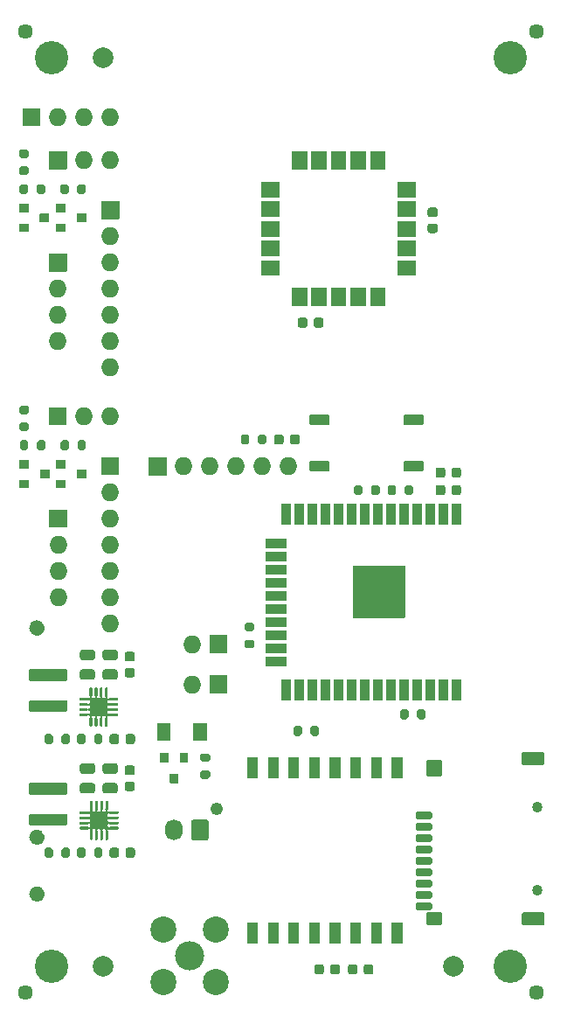
<source format=gbr>
%TF.GenerationSoftware,KiCad,Pcbnew,(5.1.10)-1*%
%TF.CreationDate,2021-05-28T10:13:55+00:00*%
%TF.ProjectId,co2_sensor_node,636f325f-7365-46e7-936f-725f6e6f6465,rev?*%
%TF.SameCoordinates,Original*%
%TF.FileFunction,Soldermask,Top*%
%TF.FilePolarity,Negative*%
%FSLAX46Y46*%
G04 Gerber Fmt 4.6, Leading zero omitted, Abs format (unit mm)*
G04 Created by KiCad (PCBNEW (5.1.10)-1) date 2021-05-28 10:13:55*
%MOMM*%
%LPD*%
G01*
G04 APERTURE LIST*
%ADD10C,1.000000*%
%ADD11C,2.000000*%
%ADD12C,1.448000*%
%ADD13O,1.730000X1.730000*%
%ADD14C,1.030000*%
%ADD15C,1.230000*%
%ADD16O,1.730000X2.030000*%
%ADD17C,2.530000*%
%ADD18C,2.830000*%
%ADD19C,3.230000*%
%ADD20C,0.100000*%
G04 APERTURE END LIST*
D10*
X123350000Y-129000000D02*
G75*
G03*
X123350000Y-129000000I-250000J0D01*
G01*
X123350000Y-123500000D02*
G75*
G03*
X123350000Y-123500000I-250000J0D01*
G01*
X123350000Y-103250000D02*
G75*
G03*
X123350000Y-103250000I-250000J0D01*
G01*
X123350000Y-129000000D02*
G75*
G03*
X123350000Y-129000000I-250000J0D01*
G01*
X123350000Y-123500000D02*
G75*
G03*
X123350000Y-123500000I-250000J0D01*
G01*
X123350000Y-103250000D02*
G75*
G03*
X123350000Y-103250000I-250000J0D01*
G01*
D11*
%TO.C,BOARD_FIDUCIAL*%
X129500000Y-136000000D03*
%TD*%
D12*
%TO.C,REF\u002A\u002A*%
X171500000Y-45500000D03*
%TD*%
%TO.C,REF\u002A\u002A*%
X122000000Y-138500000D03*
%TD*%
%TO.C,REF\u002A\u002A*%
X122000000Y-45500000D03*
%TD*%
%TO.C,REF\u002A\u002A*%
X171500000Y-138500000D03*
%TD*%
D11*
%TO.C,BOARD_FIDUCIAL*%
X129500000Y-48000000D03*
%TD*%
%TO.C,BOARD_FIDUCIAL*%
X163500000Y-136000000D03*
%TD*%
D13*
%TO.C,J15*%
X147500000Y-87600000D03*
X144960000Y-87600000D03*
X142420000Y-87600000D03*
X139880000Y-87600000D03*
X137340000Y-87600000D03*
G36*
G01*
X135650001Y-88465000D02*
X133949999Y-88465000D01*
G75*
G02*
X133935000Y-88450001I0J14999D01*
G01*
X133935000Y-86749999D01*
G75*
G02*
X133949999Y-86735000I14999J0D01*
G01*
X135650001Y-86735000D01*
G75*
G02*
X135665000Y-86749999I0J-14999D01*
G01*
X135665000Y-88450001D01*
G75*
G02*
X135650001Y-88465000I-14999J0D01*
G01*
G37*
%TD*%
%TO.C,J6*%
G36*
G01*
X172192000Y-116515000D02*
X170208000Y-116515000D01*
G75*
G02*
X170085000Y-116392000I0J123000D01*
G01*
X170085000Y-115408000D01*
G75*
G02*
X170208000Y-115285000I123000J0D01*
G01*
X172192000Y-115285000D01*
G75*
G02*
X172315000Y-115408000I0J-123000D01*
G01*
X172315000Y-116392000D01*
G75*
G02*
X172192000Y-116515000I-123000J0D01*
G01*
G37*
G36*
G01*
X172192000Y-132015000D02*
X170208000Y-132015000D01*
G75*
G02*
X170085000Y-131892000I0J123000D01*
G01*
X170085000Y-130908000D01*
G75*
G02*
X170208000Y-130785000I123000J0D01*
G01*
X172192000Y-130785000D01*
G75*
G02*
X172315000Y-130908000I0J-123000D01*
G01*
X172315000Y-131892000D01*
G75*
G02*
X172192000Y-132015000I-123000J0D01*
G01*
G37*
G36*
G01*
X162212000Y-117615000D02*
X160988000Y-117615000D01*
G75*
G02*
X160835000Y-117462000I0J153000D01*
G01*
X160835000Y-116138000D01*
G75*
G02*
X160988000Y-115985000I153000J0D01*
G01*
X162212000Y-115985000D01*
G75*
G02*
X162365000Y-116138000I0J-153000D01*
G01*
X162365000Y-117462000D01*
G75*
G02*
X162212000Y-117615000I-153000J0D01*
G01*
G37*
G36*
G01*
X162242000Y-132015000D02*
X160958000Y-132015000D01*
G75*
G02*
X160835000Y-131892000I0J123000D01*
G01*
X160835000Y-130908000D01*
G75*
G02*
X160958000Y-130785000I123000J0D01*
G01*
X162242000Y-130785000D01*
G75*
G02*
X162365000Y-130908000I0J-123000D01*
G01*
X162365000Y-131892000D01*
G75*
G02*
X162242000Y-132015000I-123000J0D01*
G01*
G37*
D14*
X171600000Y-120600000D03*
X171600000Y-128600000D03*
G36*
G01*
X161232500Y-122865000D02*
X159967500Y-122865000D01*
G75*
G02*
X159785000Y-122682500I0J182500D01*
G01*
X159785000Y-122317500D01*
G75*
G02*
X159967500Y-122135000I182500J0D01*
G01*
X161232500Y-122135000D01*
G75*
G02*
X161415000Y-122317500I0J-182500D01*
G01*
X161415000Y-122682500D01*
G75*
G02*
X161232500Y-122865000I-182500J0D01*
G01*
G37*
G36*
G01*
X161232500Y-130565000D02*
X159967500Y-130565000D01*
G75*
G02*
X159785000Y-130382500I0J182500D01*
G01*
X159785000Y-130017500D01*
G75*
G02*
X159967500Y-129835000I182500J0D01*
G01*
X161232500Y-129835000D01*
G75*
G02*
X161415000Y-130017500I0J-182500D01*
G01*
X161415000Y-130382500D01*
G75*
G02*
X161232500Y-130565000I-182500J0D01*
G01*
G37*
G36*
G01*
X161232500Y-129465000D02*
X159967500Y-129465000D01*
G75*
G02*
X159785000Y-129282500I0J182500D01*
G01*
X159785000Y-128917500D01*
G75*
G02*
X159967500Y-128735000I182500J0D01*
G01*
X161232500Y-128735000D01*
G75*
G02*
X161415000Y-128917500I0J-182500D01*
G01*
X161415000Y-129282500D01*
G75*
G02*
X161232500Y-129465000I-182500J0D01*
G01*
G37*
G36*
G01*
X161232500Y-128365000D02*
X159967500Y-128365000D01*
G75*
G02*
X159785000Y-128182500I0J182500D01*
G01*
X159785000Y-127817500D01*
G75*
G02*
X159967500Y-127635000I182500J0D01*
G01*
X161232500Y-127635000D01*
G75*
G02*
X161415000Y-127817500I0J-182500D01*
G01*
X161415000Y-128182500D01*
G75*
G02*
X161232500Y-128365000I-182500J0D01*
G01*
G37*
G36*
G01*
X161232500Y-127265000D02*
X159967500Y-127265000D01*
G75*
G02*
X159785000Y-127082500I0J182500D01*
G01*
X159785000Y-126717500D01*
G75*
G02*
X159967500Y-126535000I182500J0D01*
G01*
X161232500Y-126535000D01*
G75*
G02*
X161415000Y-126717500I0J-182500D01*
G01*
X161415000Y-127082500D01*
G75*
G02*
X161232500Y-127265000I-182500J0D01*
G01*
G37*
G36*
G01*
X161232500Y-126165000D02*
X159967500Y-126165000D01*
G75*
G02*
X159785000Y-125982500I0J182500D01*
G01*
X159785000Y-125617500D01*
G75*
G02*
X159967500Y-125435000I182500J0D01*
G01*
X161232500Y-125435000D01*
G75*
G02*
X161415000Y-125617500I0J-182500D01*
G01*
X161415000Y-125982500D01*
G75*
G02*
X161232500Y-126165000I-182500J0D01*
G01*
G37*
G36*
G01*
X161232500Y-125065000D02*
X159967500Y-125065000D01*
G75*
G02*
X159785000Y-124882500I0J182500D01*
G01*
X159785000Y-124517500D01*
G75*
G02*
X159967500Y-124335000I182500J0D01*
G01*
X161232500Y-124335000D01*
G75*
G02*
X161415000Y-124517500I0J-182500D01*
G01*
X161415000Y-124882500D01*
G75*
G02*
X161232500Y-125065000I-182500J0D01*
G01*
G37*
G36*
G01*
X161232500Y-123965000D02*
X159967500Y-123965000D01*
G75*
G02*
X159785000Y-123782500I0J182500D01*
G01*
X159785000Y-123417500D01*
G75*
G02*
X159967500Y-123235000I182500J0D01*
G01*
X161232500Y-123235000D01*
G75*
G02*
X161415000Y-123417500I0J-182500D01*
G01*
X161415000Y-123782500D01*
G75*
G02*
X161232500Y-123965000I-182500J0D01*
G01*
G37*
G36*
G01*
X161232500Y-121765000D02*
X159967500Y-121765000D01*
G75*
G02*
X159785000Y-121582500I0J182500D01*
G01*
X159785000Y-121217500D01*
G75*
G02*
X159967500Y-121035000I182500J0D01*
G01*
X161232500Y-121035000D01*
G75*
G02*
X161415000Y-121217500I0J-182500D01*
G01*
X161415000Y-121582500D01*
G75*
G02*
X161232500Y-121765000I-182500J0D01*
G01*
G37*
%TD*%
%TO.C,SW1*%
G36*
G01*
X149535000Y-88012000D02*
X149535000Y-87188000D01*
G75*
G02*
X149638000Y-87085000I103000J0D01*
G01*
X151362000Y-87085000D01*
G75*
G02*
X151465000Y-87188000I0J-103000D01*
G01*
X151465000Y-88012000D01*
G75*
G02*
X151362000Y-88115000I-103000J0D01*
G01*
X149638000Y-88115000D01*
G75*
G02*
X149535000Y-88012000I0J103000D01*
G01*
G37*
G36*
G01*
X158635000Y-88012000D02*
X158635000Y-87188000D01*
G75*
G02*
X158738000Y-87085000I103000J0D01*
G01*
X160462000Y-87085000D01*
G75*
G02*
X160565000Y-87188000I0J-103000D01*
G01*
X160565000Y-88012000D01*
G75*
G02*
X160462000Y-88115000I-103000J0D01*
G01*
X158738000Y-88115000D01*
G75*
G02*
X158635000Y-88012000I0J103000D01*
G01*
G37*
G36*
G01*
X158635000Y-83512000D02*
X158635000Y-82688000D01*
G75*
G02*
X158738000Y-82585000I103000J0D01*
G01*
X160462000Y-82585000D01*
G75*
G02*
X160565000Y-82688000I0J-103000D01*
G01*
X160565000Y-83512000D01*
G75*
G02*
X160462000Y-83615000I-103000J0D01*
G01*
X158738000Y-83615000D01*
G75*
G02*
X158635000Y-83512000I0J103000D01*
G01*
G37*
G36*
G01*
X149535000Y-83512000D02*
X149535000Y-82688000D01*
G75*
G02*
X149638000Y-82585000I103000J0D01*
G01*
X151362000Y-82585000D01*
G75*
G02*
X151465000Y-82688000I0J-103000D01*
G01*
X151465000Y-83512000D01*
G75*
G02*
X151362000Y-83615000I-103000J0D01*
G01*
X149638000Y-83615000D01*
G75*
G02*
X149535000Y-83512000I0J103000D01*
G01*
G37*
%TD*%
%TO.C,U5*%
G36*
G01*
X163305000Y-108237000D02*
X164205000Y-108237000D01*
G75*
G02*
X164220000Y-108252000I0J-15000D01*
G01*
X164220000Y-110252000D01*
G75*
G02*
X164205000Y-110267000I-15000J0D01*
G01*
X163305000Y-110267000D01*
G75*
G02*
X163290000Y-110252000I0J15000D01*
G01*
X163290000Y-108252000D01*
G75*
G02*
X163305000Y-108237000I15000J0D01*
G01*
G37*
G36*
G01*
X162035000Y-108237000D02*
X162935000Y-108237000D01*
G75*
G02*
X162950000Y-108252000I0J-15000D01*
G01*
X162950000Y-110252000D01*
G75*
G02*
X162935000Y-110267000I-15000J0D01*
G01*
X162035000Y-110267000D01*
G75*
G02*
X162020000Y-110252000I0J15000D01*
G01*
X162020000Y-108252000D01*
G75*
G02*
X162035000Y-108237000I15000J0D01*
G01*
G37*
G36*
G01*
X160765000Y-108237000D02*
X161665000Y-108237000D01*
G75*
G02*
X161680000Y-108252000I0J-15000D01*
G01*
X161680000Y-110252000D01*
G75*
G02*
X161665000Y-110267000I-15000J0D01*
G01*
X160765000Y-110267000D01*
G75*
G02*
X160750000Y-110252000I0J15000D01*
G01*
X160750000Y-108252000D01*
G75*
G02*
X160765000Y-108237000I15000J0D01*
G01*
G37*
G36*
G01*
X159495000Y-108237000D02*
X160395000Y-108237000D01*
G75*
G02*
X160410000Y-108252000I0J-15000D01*
G01*
X160410000Y-110252000D01*
G75*
G02*
X160395000Y-110267000I-15000J0D01*
G01*
X159495000Y-110267000D01*
G75*
G02*
X159480000Y-110252000I0J15000D01*
G01*
X159480000Y-108252000D01*
G75*
G02*
X159495000Y-108237000I15000J0D01*
G01*
G37*
G36*
G01*
X158225000Y-108237000D02*
X159125000Y-108237000D01*
G75*
G02*
X159140000Y-108252000I0J-15000D01*
G01*
X159140000Y-110252000D01*
G75*
G02*
X159125000Y-110267000I-15000J0D01*
G01*
X158225000Y-110267000D01*
G75*
G02*
X158210000Y-110252000I0J15000D01*
G01*
X158210000Y-108252000D01*
G75*
G02*
X158225000Y-108237000I15000J0D01*
G01*
G37*
G36*
G01*
X156955000Y-108237000D02*
X157855000Y-108237000D01*
G75*
G02*
X157870000Y-108252000I0J-15000D01*
G01*
X157870000Y-110252000D01*
G75*
G02*
X157855000Y-110267000I-15000J0D01*
G01*
X156955000Y-110267000D01*
G75*
G02*
X156940000Y-110252000I0J15000D01*
G01*
X156940000Y-108252000D01*
G75*
G02*
X156955000Y-108237000I15000J0D01*
G01*
G37*
G36*
G01*
X155685000Y-108237000D02*
X156585000Y-108237000D01*
G75*
G02*
X156600000Y-108252000I0J-15000D01*
G01*
X156600000Y-110252000D01*
G75*
G02*
X156585000Y-110267000I-15000J0D01*
G01*
X155685000Y-110267000D01*
G75*
G02*
X155670000Y-110252000I0J15000D01*
G01*
X155670000Y-108252000D01*
G75*
G02*
X155685000Y-108237000I15000J0D01*
G01*
G37*
G36*
G01*
X154415000Y-108237000D02*
X155315000Y-108237000D01*
G75*
G02*
X155330000Y-108252000I0J-15000D01*
G01*
X155330000Y-110252000D01*
G75*
G02*
X155315000Y-110267000I-15000J0D01*
G01*
X154415000Y-110267000D01*
G75*
G02*
X154400000Y-110252000I0J15000D01*
G01*
X154400000Y-108252000D01*
G75*
G02*
X154415000Y-108237000I15000J0D01*
G01*
G37*
G36*
G01*
X153145000Y-108237000D02*
X154045000Y-108237000D01*
G75*
G02*
X154060000Y-108252000I0J-15000D01*
G01*
X154060000Y-110252000D01*
G75*
G02*
X154045000Y-110267000I-15000J0D01*
G01*
X153145000Y-110267000D01*
G75*
G02*
X153130000Y-110252000I0J15000D01*
G01*
X153130000Y-108252000D01*
G75*
G02*
X153145000Y-108237000I15000J0D01*
G01*
G37*
G36*
G01*
X151875000Y-108237000D02*
X152775000Y-108237000D01*
G75*
G02*
X152790000Y-108252000I0J-15000D01*
G01*
X152790000Y-110252000D01*
G75*
G02*
X152775000Y-110267000I-15000J0D01*
G01*
X151875000Y-110267000D01*
G75*
G02*
X151860000Y-110252000I0J15000D01*
G01*
X151860000Y-108252000D01*
G75*
G02*
X151875000Y-108237000I15000J0D01*
G01*
G37*
G36*
G01*
X150605000Y-108237000D02*
X151505000Y-108237000D01*
G75*
G02*
X151520000Y-108252000I0J-15000D01*
G01*
X151520000Y-110252000D01*
G75*
G02*
X151505000Y-110267000I-15000J0D01*
G01*
X150605000Y-110267000D01*
G75*
G02*
X150590000Y-110252000I0J15000D01*
G01*
X150590000Y-108252000D01*
G75*
G02*
X150605000Y-108237000I15000J0D01*
G01*
G37*
G36*
G01*
X149335000Y-108237000D02*
X150235000Y-108237000D01*
G75*
G02*
X150250000Y-108252000I0J-15000D01*
G01*
X150250000Y-110252000D01*
G75*
G02*
X150235000Y-110267000I-15000J0D01*
G01*
X149335000Y-110267000D01*
G75*
G02*
X149320000Y-110252000I0J15000D01*
G01*
X149320000Y-108252000D01*
G75*
G02*
X149335000Y-108237000I15000J0D01*
G01*
G37*
G36*
G01*
X148065000Y-108237000D02*
X148965000Y-108237000D01*
G75*
G02*
X148980000Y-108252000I0J-15000D01*
G01*
X148980000Y-110252000D01*
G75*
G02*
X148965000Y-110267000I-15000J0D01*
G01*
X148065000Y-110267000D01*
G75*
G02*
X148050000Y-110252000I0J15000D01*
G01*
X148050000Y-108252000D01*
G75*
G02*
X148065000Y-108237000I15000J0D01*
G01*
G37*
G36*
G01*
X146795000Y-108237000D02*
X147695000Y-108237000D01*
G75*
G02*
X147710000Y-108252000I0J-15000D01*
G01*
X147710000Y-110252000D01*
G75*
G02*
X147695000Y-110267000I-15000J0D01*
G01*
X146795000Y-110267000D01*
G75*
G02*
X146780000Y-110252000I0J15000D01*
G01*
X146780000Y-108252000D01*
G75*
G02*
X146795000Y-108237000I15000J0D01*
G01*
G37*
G36*
G01*
X145230000Y-106917000D02*
X145230000Y-106017000D01*
G75*
G02*
X145245000Y-106002000I15000J0D01*
G01*
X147245000Y-106002000D01*
G75*
G02*
X147260000Y-106017000I0J-15000D01*
G01*
X147260000Y-106917000D01*
G75*
G02*
X147245000Y-106932000I-15000J0D01*
G01*
X145245000Y-106932000D01*
G75*
G02*
X145230000Y-106917000I0J15000D01*
G01*
G37*
G36*
G01*
X145230000Y-105647000D02*
X145230000Y-104747000D01*
G75*
G02*
X145245000Y-104732000I15000J0D01*
G01*
X147245000Y-104732000D01*
G75*
G02*
X147260000Y-104747000I0J-15000D01*
G01*
X147260000Y-105647000D01*
G75*
G02*
X147245000Y-105662000I-15000J0D01*
G01*
X145245000Y-105662000D01*
G75*
G02*
X145230000Y-105647000I0J15000D01*
G01*
G37*
G36*
G01*
X145230000Y-104377000D02*
X145230000Y-103477000D01*
G75*
G02*
X145245000Y-103462000I15000J0D01*
G01*
X147245000Y-103462000D01*
G75*
G02*
X147260000Y-103477000I0J-15000D01*
G01*
X147260000Y-104377000D01*
G75*
G02*
X147245000Y-104392000I-15000J0D01*
G01*
X145245000Y-104392000D01*
G75*
G02*
X145230000Y-104377000I0J15000D01*
G01*
G37*
G36*
G01*
X145230000Y-103107000D02*
X145230000Y-102207000D01*
G75*
G02*
X145245000Y-102192000I15000J0D01*
G01*
X147245000Y-102192000D01*
G75*
G02*
X147260000Y-102207000I0J-15000D01*
G01*
X147260000Y-103107000D01*
G75*
G02*
X147245000Y-103122000I-15000J0D01*
G01*
X145245000Y-103122000D01*
G75*
G02*
X145230000Y-103107000I0J15000D01*
G01*
G37*
G36*
G01*
X145230000Y-101837000D02*
X145230000Y-100937000D01*
G75*
G02*
X145245000Y-100922000I15000J0D01*
G01*
X147245000Y-100922000D01*
G75*
G02*
X147260000Y-100937000I0J-15000D01*
G01*
X147260000Y-101837000D01*
G75*
G02*
X147245000Y-101852000I-15000J0D01*
G01*
X145245000Y-101852000D01*
G75*
G02*
X145230000Y-101837000I0J15000D01*
G01*
G37*
G36*
G01*
X145230000Y-100567000D02*
X145230000Y-99667000D01*
G75*
G02*
X145245000Y-99652000I15000J0D01*
G01*
X147245000Y-99652000D01*
G75*
G02*
X147260000Y-99667000I0J-15000D01*
G01*
X147260000Y-100567000D01*
G75*
G02*
X147245000Y-100582000I-15000J0D01*
G01*
X145245000Y-100582000D01*
G75*
G02*
X145230000Y-100567000I0J15000D01*
G01*
G37*
G36*
G01*
X145230000Y-99297000D02*
X145230000Y-98397000D01*
G75*
G02*
X145245000Y-98382000I15000J0D01*
G01*
X147245000Y-98382000D01*
G75*
G02*
X147260000Y-98397000I0J-15000D01*
G01*
X147260000Y-99297000D01*
G75*
G02*
X147245000Y-99312000I-15000J0D01*
G01*
X145245000Y-99312000D01*
G75*
G02*
X145230000Y-99297000I0J15000D01*
G01*
G37*
G36*
G01*
X145230000Y-98027000D02*
X145230000Y-97127000D01*
G75*
G02*
X145245000Y-97112000I15000J0D01*
G01*
X147245000Y-97112000D01*
G75*
G02*
X147260000Y-97127000I0J-15000D01*
G01*
X147260000Y-98027000D01*
G75*
G02*
X147245000Y-98042000I-15000J0D01*
G01*
X145245000Y-98042000D01*
G75*
G02*
X145230000Y-98027000I0J15000D01*
G01*
G37*
G36*
G01*
X145230000Y-96757000D02*
X145230000Y-95857000D01*
G75*
G02*
X145245000Y-95842000I15000J0D01*
G01*
X147245000Y-95842000D01*
G75*
G02*
X147260000Y-95857000I0J-15000D01*
G01*
X147260000Y-96757000D01*
G75*
G02*
X147245000Y-96772000I-15000J0D01*
G01*
X145245000Y-96772000D01*
G75*
G02*
X145230000Y-96757000I0J15000D01*
G01*
G37*
G36*
G01*
X145230000Y-95487000D02*
X145230000Y-94587000D01*
G75*
G02*
X145245000Y-94572000I15000J0D01*
G01*
X147245000Y-94572000D01*
G75*
G02*
X147260000Y-94587000I0J-15000D01*
G01*
X147260000Y-95487000D01*
G75*
G02*
X147245000Y-95502000I-15000J0D01*
G01*
X145245000Y-95502000D01*
G75*
G02*
X145230000Y-95487000I0J15000D01*
G01*
G37*
G36*
G01*
X146795000Y-91237000D02*
X147695000Y-91237000D01*
G75*
G02*
X147710000Y-91252000I0J-15000D01*
G01*
X147710000Y-93252000D01*
G75*
G02*
X147695000Y-93267000I-15000J0D01*
G01*
X146795000Y-93267000D01*
G75*
G02*
X146780000Y-93252000I0J15000D01*
G01*
X146780000Y-91252000D01*
G75*
G02*
X146795000Y-91237000I15000J0D01*
G01*
G37*
G36*
G01*
X148065000Y-91237000D02*
X148965000Y-91237000D01*
G75*
G02*
X148980000Y-91252000I0J-15000D01*
G01*
X148980000Y-93252000D01*
G75*
G02*
X148965000Y-93267000I-15000J0D01*
G01*
X148065000Y-93267000D01*
G75*
G02*
X148050000Y-93252000I0J15000D01*
G01*
X148050000Y-91252000D01*
G75*
G02*
X148065000Y-91237000I15000J0D01*
G01*
G37*
G36*
G01*
X149335000Y-91237000D02*
X150235000Y-91237000D01*
G75*
G02*
X150250000Y-91252000I0J-15000D01*
G01*
X150250000Y-93252000D01*
G75*
G02*
X150235000Y-93267000I-15000J0D01*
G01*
X149335000Y-93267000D01*
G75*
G02*
X149320000Y-93252000I0J15000D01*
G01*
X149320000Y-91252000D01*
G75*
G02*
X149335000Y-91237000I15000J0D01*
G01*
G37*
G36*
G01*
X150605000Y-91237000D02*
X151505000Y-91237000D01*
G75*
G02*
X151520000Y-91252000I0J-15000D01*
G01*
X151520000Y-93252000D01*
G75*
G02*
X151505000Y-93267000I-15000J0D01*
G01*
X150605000Y-93267000D01*
G75*
G02*
X150590000Y-93252000I0J15000D01*
G01*
X150590000Y-91252000D01*
G75*
G02*
X150605000Y-91237000I15000J0D01*
G01*
G37*
G36*
G01*
X151875000Y-91237000D02*
X152775000Y-91237000D01*
G75*
G02*
X152790000Y-91252000I0J-15000D01*
G01*
X152790000Y-93252000D01*
G75*
G02*
X152775000Y-93267000I-15000J0D01*
G01*
X151875000Y-93267000D01*
G75*
G02*
X151860000Y-93252000I0J15000D01*
G01*
X151860000Y-91252000D01*
G75*
G02*
X151875000Y-91237000I15000J0D01*
G01*
G37*
G36*
G01*
X153145000Y-91237000D02*
X154045000Y-91237000D01*
G75*
G02*
X154060000Y-91252000I0J-15000D01*
G01*
X154060000Y-93252000D01*
G75*
G02*
X154045000Y-93267000I-15000J0D01*
G01*
X153145000Y-93267000D01*
G75*
G02*
X153130000Y-93252000I0J15000D01*
G01*
X153130000Y-91252000D01*
G75*
G02*
X153145000Y-91237000I15000J0D01*
G01*
G37*
G36*
G01*
X154415000Y-91237000D02*
X155315000Y-91237000D01*
G75*
G02*
X155330000Y-91252000I0J-15000D01*
G01*
X155330000Y-93252000D01*
G75*
G02*
X155315000Y-93267000I-15000J0D01*
G01*
X154415000Y-93267000D01*
G75*
G02*
X154400000Y-93252000I0J15000D01*
G01*
X154400000Y-91252000D01*
G75*
G02*
X154415000Y-91237000I15000J0D01*
G01*
G37*
G36*
G01*
X155685000Y-91237000D02*
X156585000Y-91237000D01*
G75*
G02*
X156600000Y-91252000I0J-15000D01*
G01*
X156600000Y-93252000D01*
G75*
G02*
X156585000Y-93267000I-15000J0D01*
G01*
X155685000Y-93267000D01*
G75*
G02*
X155670000Y-93252000I0J15000D01*
G01*
X155670000Y-91252000D01*
G75*
G02*
X155685000Y-91237000I15000J0D01*
G01*
G37*
G36*
G01*
X156955000Y-91237000D02*
X157855000Y-91237000D01*
G75*
G02*
X157870000Y-91252000I0J-15000D01*
G01*
X157870000Y-93252000D01*
G75*
G02*
X157855000Y-93267000I-15000J0D01*
G01*
X156955000Y-93267000D01*
G75*
G02*
X156940000Y-93252000I0J15000D01*
G01*
X156940000Y-91252000D01*
G75*
G02*
X156955000Y-91237000I15000J0D01*
G01*
G37*
G36*
G01*
X158225000Y-91237000D02*
X159125000Y-91237000D01*
G75*
G02*
X159140000Y-91252000I0J-15000D01*
G01*
X159140000Y-93252000D01*
G75*
G02*
X159125000Y-93267000I-15000J0D01*
G01*
X158225000Y-93267000D01*
G75*
G02*
X158210000Y-93252000I0J15000D01*
G01*
X158210000Y-91252000D01*
G75*
G02*
X158225000Y-91237000I15000J0D01*
G01*
G37*
G36*
G01*
X159495000Y-91237000D02*
X160395000Y-91237000D01*
G75*
G02*
X160410000Y-91252000I0J-15000D01*
G01*
X160410000Y-93252000D01*
G75*
G02*
X160395000Y-93267000I-15000J0D01*
G01*
X159495000Y-93267000D01*
G75*
G02*
X159480000Y-93252000I0J15000D01*
G01*
X159480000Y-91252000D01*
G75*
G02*
X159495000Y-91237000I15000J0D01*
G01*
G37*
G36*
G01*
X160765000Y-91237000D02*
X161665000Y-91237000D01*
G75*
G02*
X161680000Y-91252000I0J-15000D01*
G01*
X161680000Y-93252000D01*
G75*
G02*
X161665000Y-93267000I-15000J0D01*
G01*
X160765000Y-93267000D01*
G75*
G02*
X160750000Y-93252000I0J15000D01*
G01*
X160750000Y-91252000D01*
G75*
G02*
X160765000Y-91237000I15000J0D01*
G01*
G37*
G36*
G01*
X162035000Y-91237000D02*
X162935000Y-91237000D01*
G75*
G02*
X162950000Y-91252000I0J-15000D01*
G01*
X162950000Y-93252000D01*
G75*
G02*
X162935000Y-93267000I-15000J0D01*
G01*
X162035000Y-93267000D01*
G75*
G02*
X162020000Y-93252000I0J15000D01*
G01*
X162020000Y-91252000D01*
G75*
G02*
X162035000Y-91237000I15000J0D01*
G01*
G37*
G36*
G01*
X163305000Y-91237000D02*
X164205000Y-91237000D01*
G75*
G02*
X164220000Y-91252000I0J-15000D01*
G01*
X164220000Y-93252000D01*
G75*
G02*
X164205000Y-93267000I-15000J0D01*
G01*
X163305000Y-93267000D01*
G75*
G02*
X163290000Y-93252000I0J15000D01*
G01*
X163290000Y-91252000D01*
G75*
G02*
X163305000Y-91237000I15000J0D01*
G01*
G37*
G36*
G01*
X153755000Y-97237000D02*
X158755000Y-97237000D01*
G75*
G02*
X158770000Y-97252000I0J-15000D01*
G01*
X158770000Y-102252000D01*
G75*
G02*
X158755000Y-102267000I-15000J0D01*
G01*
X153755000Y-102267000D01*
G75*
G02*
X153740000Y-102252000I0J15000D01*
G01*
X153740000Y-97252000D01*
G75*
G02*
X153755000Y-97237000I15000J0D01*
G01*
G37*
%TD*%
%TO.C,U4*%
G36*
G01*
X128265000Y-122720000D02*
X128265000Y-121040000D01*
G75*
G02*
X128280000Y-121025000I15000J0D01*
G01*
X129960000Y-121025000D01*
G75*
G02*
X129975000Y-121040000I0J-15000D01*
G01*
X129975000Y-122720000D01*
G75*
G02*
X129960000Y-122735000I-15000J0D01*
G01*
X128280000Y-122735000D01*
G75*
G02*
X128265000Y-122720000I0J15000D01*
G01*
G37*
G36*
G01*
X128230000Y-120775000D02*
X128230000Y-120060000D01*
G75*
G02*
X128300000Y-119990000I70000J0D01*
G01*
X128440000Y-119990000D01*
G75*
G02*
X128510000Y-120060000I0J-70000D01*
G01*
X128510000Y-120775000D01*
G75*
G02*
X128440000Y-120845000I-70000J0D01*
G01*
X128300000Y-120845000D01*
G75*
G02*
X128230000Y-120775000I0J70000D01*
G01*
G37*
G36*
G01*
X128730000Y-120775000D02*
X128730000Y-120060000D01*
G75*
G02*
X128800000Y-119990000I70000J0D01*
G01*
X128940000Y-119990000D01*
G75*
G02*
X129010000Y-120060000I0J-70000D01*
G01*
X129010000Y-120775000D01*
G75*
G02*
X128940000Y-120845000I-70000J0D01*
G01*
X128800000Y-120845000D01*
G75*
G02*
X128730000Y-120775000I0J70000D01*
G01*
G37*
G36*
G01*
X129230000Y-120775000D02*
X129230000Y-120060000D01*
G75*
G02*
X129300000Y-119990000I70000J0D01*
G01*
X129440000Y-119990000D01*
G75*
G02*
X129510000Y-120060000I0J-70000D01*
G01*
X129510000Y-120775000D01*
G75*
G02*
X129440000Y-120845000I-70000J0D01*
G01*
X129300000Y-120845000D01*
G75*
G02*
X129230000Y-120775000I0J70000D01*
G01*
G37*
G36*
G01*
X129730000Y-120775000D02*
X129730000Y-120060000D01*
G75*
G02*
X129800000Y-119990000I70000J0D01*
G01*
X129940000Y-119990000D01*
G75*
G02*
X130010000Y-120060000I0J-70000D01*
G01*
X130010000Y-120775000D01*
G75*
G02*
X129940000Y-120845000I-70000J0D01*
G01*
X129800000Y-120845000D01*
G75*
G02*
X129730000Y-120775000I0J70000D01*
G01*
G37*
G36*
G01*
X130155000Y-121200000D02*
X130155000Y-121060000D01*
G75*
G02*
X130225000Y-120990000I70000J0D01*
G01*
X130940000Y-120990000D01*
G75*
G02*
X131010000Y-121060000I0J-70000D01*
G01*
X131010000Y-121200000D01*
G75*
G02*
X130940000Y-121270000I-70000J0D01*
G01*
X130225000Y-121270000D01*
G75*
G02*
X130155000Y-121200000I0J70000D01*
G01*
G37*
G36*
G01*
X130155000Y-121700000D02*
X130155000Y-121560000D01*
G75*
G02*
X130225000Y-121490000I70000J0D01*
G01*
X130940000Y-121490000D01*
G75*
G02*
X131010000Y-121560000I0J-70000D01*
G01*
X131010000Y-121700000D01*
G75*
G02*
X130940000Y-121770000I-70000J0D01*
G01*
X130225000Y-121770000D01*
G75*
G02*
X130155000Y-121700000I0J70000D01*
G01*
G37*
G36*
G01*
X130155000Y-122200000D02*
X130155000Y-122060000D01*
G75*
G02*
X130225000Y-121990000I70000J0D01*
G01*
X130940000Y-121990000D01*
G75*
G02*
X131010000Y-122060000I0J-70000D01*
G01*
X131010000Y-122200000D01*
G75*
G02*
X130940000Y-122270000I-70000J0D01*
G01*
X130225000Y-122270000D01*
G75*
G02*
X130155000Y-122200000I0J70000D01*
G01*
G37*
G36*
G01*
X130155000Y-122700000D02*
X130155000Y-122560000D01*
G75*
G02*
X130225000Y-122490000I70000J0D01*
G01*
X130940000Y-122490000D01*
G75*
G02*
X131010000Y-122560000I0J-70000D01*
G01*
X131010000Y-122700000D01*
G75*
G02*
X130940000Y-122770000I-70000J0D01*
G01*
X130225000Y-122770000D01*
G75*
G02*
X130155000Y-122700000I0J70000D01*
G01*
G37*
G36*
G01*
X129730000Y-123700000D02*
X129730000Y-122985000D01*
G75*
G02*
X129800000Y-122915000I70000J0D01*
G01*
X129940000Y-122915000D01*
G75*
G02*
X130010000Y-122985000I0J-70000D01*
G01*
X130010000Y-123700000D01*
G75*
G02*
X129940000Y-123770000I-70000J0D01*
G01*
X129800000Y-123770000D01*
G75*
G02*
X129730000Y-123700000I0J70000D01*
G01*
G37*
G36*
G01*
X129230000Y-123700000D02*
X129230000Y-122985000D01*
G75*
G02*
X129300000Y-122915000I70000J0D01*
G01*
X129440000Y-122915000D01*
G75*
G02*
X129510000Y-122985000I0J-70000D01*
G01*
X129510000Y-123700000D01*
G75*
G02*
X129440000Y-123770000I-70000J0D01*
G01*
X129300000Y-123770000D01*
G75*
G02*
X129230000Y-123700000I0J70000D01*
G01*
G37*
G36*
G01*
X128730000Y-123700000D02*
X128730000Y-122985000D01*
G75*
G02*
X128800000Y-122915000I70000J0D01*
G01*
X128940000Y-122915000D01*
G75*
G02*
X129010000Y-122985000I0J-70000D01*
G01*
X129010000Y-123700000D01*
G75*
G02*
X128940000Y-123770000I-70000J0D01*
G01*
X128800000Y-123770000D01*
G75*
G02*
X128730000Y-123700000I0J70000D01*
G01*
G37*
G36*
G01*
X128230000Y-123700000D02*
X128230000Y-122985000D01*
G75*
G02*
X128300000Y-122915000I70000J0D01*
G01*
X128440000Y-122915000D01*
G75*
G02*
X128510000Y-122985000I0J-70000D01*
G01*
X128510000Y-123700000D01*
G75*
G02*
X128440000Y-123770000I-70000J0D01*
G01*
X128300000Y-123770000D01*
G75*
G02*
X128230000Y-123700000I0J70000D01*
G01*
G37*
G36*
G01*
X127230000Y-122700000D02*
X127230000Y-122560000D01*
G75*
G02*
X127300000Y-122490000I70000J0D01*
G01*
X128015000Y-122490000D01*
G75*
G02*
X128085000Y-122560000I0J-70000D01*
G01*
X128085000Y-122700000D01*
G75*
G02*
X128015000Y-122770000I-70000J0D01*
G01*
X127300000Y-122770000D01*
G75*
G02*
X127230000Y-122700000I0J70000D01*
G01*
G37*
G36*
G01*
X127230000Y-122200000D02*
X127230000Y-122060000D01*
G75*
G02*
X127300000Y-121990000I70000J0D01*
G01*
X128015000Y-121990000D01*
G75*
G02*
X128085000Y-122060000I0J-70000D01*
G01*
X128085000Y-122200000D01*
G75*
G02*
X128015000Y-122270000I-70000J0D01*
G01*
X127300000Y-122270000D01*
G75*
G02*
X127230000Y-122200000I0J70000D01*
G01*
G37*
G36*
G01*
X127230000Y-121700000D02*
X127230000Y-121560000D01*
G75*
G02*
X127300000Y-121490000I70000J0D01*
G01*
X128015000Y-121490000D01*
G75*
G02*
X128085000Y-121560000I0J-70000D01*
G01*
X128085000Y-121700000D01*
G75*
G02*
X128015000Y-121770000I-70000J0D01*
G01*
X127300000Y-121770000D01*
G75*
G02*
X127230000Y-121700000I0J70000D01*
G01*
G37*
G36*
G01*
X127230000Y-121200000D02*
X127230000Y-121060000D01*
G75*
G02*
X127300000Y-120990000I70000J0D01*
G01*
X128015000Y-120990000D01*
G75*
G02*
X128085000Y-121060000I0J-70000D01*
G01*
X128085000Y-121200000D01*
G75*
G02*
X128015000Y-121270000I-70000J0D01*
G01*
X127300000Y-121270000D01*
G75*
G02*
X127230000Y-121200000I0J70000D01*
G01*
G37*
%TD*%
%TO.C,U3*%
G36*
G01*
X128225000Y-111740000D02*
X128225000Y-110060000D01*
G75*
G02*
X128240000Y-110045000I15000J0D01*
G01*
X129920000Y-110045000D01*
G75*
G02*
X129935000Y-110060000I0J-15000D01*
G01*
X129935000Y-111740000D01*
G75*
G02*
X129920000Y-111755000I-15000J0D01*
G01*
X128240000Y-111755000D01*
G75*
G02*
X128225000Y-111740000I0J15000D01*
G01*
G37*
G36*
G01*
X128190000Y-109795000D02*
X128190000Y-109080000D01*
G75*
G02*
X128260000Y-109010000I70000J0D01*
G01*
X128400000Y-109010000D01*
G75*
G02*
X128470000Y-109080000I0J-70000D01*
G01*
X128470000Y-109795000D01*
G75*
G02*
X128400000Y-109865000I-70000J0D01*
G01*
X128260000Y-109865000D01*
G75*
G02*
X128190000Y-109795000I0J70000D01*
G01*
G37*
G36*
G01*
X128690000Y-109795000D02*
X128690000Y-109080000D01*
G75*
G02*
X128760000Y-109010000I70000J0D01*
G01*
X128900000Y-109010000D01*
G75*
G02*
X128970000Y-109080000I0J-70000D01*
G01*
X128970000Y-109795000D01*
G75*
G02*
X128900000Y-109865000I-70000J0D01*
G01*
X128760000Y-109865000D01*
G75*
G02*
X128690000Y-109795000I0J70000D01*
G01*
G37*
G36*
G01*
X129190000Y-109795000D02*
X129190000Y-109080000D01*
G75*
G02*
X129260000Y-109010000I70000J0D01*
G01*
X129400000Y-109010000D01*
G75*
G02*
X129470000Y-109080000I0J-70000D01*
G01*
X129470000Y-109795000D01*
G75*
G02*
X129400000Y-109865000I-70000J0D01*
G01*
X129260000Y-109865000D01*
G75*
G02*
X129190000Y-109795000I0J70000D01*
G01*
G37*
G36*
G01*
X129690000Y-109795000D02*
X129690000Y-109080000D01*
G75*
G02*
X129760000Y-109010000I70000J0D01*
G01*
X129900000Y-109010000D01*
G75*
G02*
X129970000Y-109080000I0J-70000D01*
G01*
X129970000Y-109795000D01*
G75*
G02*
X129900000Y-109865000I-70000J0D01*
G01*
X129760000Y-109865000D01*
G75*
G02*
X129690000Y-109795000I0J70000D01*
G01*
G37*
G36*
G01*
X130115000Y-110220000D02*
X130115000Y-110080000D01*
G75*
G02*
X130185000Y-110010000I70000J0D01*
G01*
X130900000Y-110010000D01*
G75*
G02*
X130970000Y-110080000I0J-70000D01*
G01*
X130970000Y-110220000D01*
G75*
G02*
X130900000Y-110290000I-70000J0D01*
G01*
X130185000Y-110290000D01*
G75*
G02*
X130115000Y-110220000I0J70000D01*
G01*
G37*
G36*
G01*
X130115000Y-110720000D02*
X130115000Y-110580000D01*
G75*
G02*
X130185000Y-110510000I70000J0D01*
G01*
X130900000Y-110510000D01*
G75*
G02*
X130970000Y-110580000I0J-70000D01*
G01*
X130970000Y-110720000D01*
G75*
G02*
X130900000Y-110790000I-70000J0D01*
G01*
X130185000Y-110790000D01*
G75*
G02*
X130115000Y-110720000I0J70000D01*
G01*
G37*
G36*
G01*
X130115000Y-111220000D02*
X130115000Y-111080000D01*
G75*
G02*
X130185000Y-111010000I70000J0D01*
G01*
X130900000Y-111010000D01*
G75*
G02*
X130970000Y-111080000I0J-70000D01*
G01*
X130970000Y-111220000D01*
G75*
G02*
X130900000Y-111290000I-70000J0D01*
G01*
X130185000Y-111290000D01*
G75*
G02*
X130115000Y-111220000I0J70000D01*
G01*
G37*
G36*
G01*
X130115000Y-111720000D02*
X130115000Y-111580000D01*
G75*
G02*
X130185000Y-111510000I70000J0D01*
G01*
X130900000Y-111510000D01*
G75*
G02*
X130970000Y-111580000I0J-70000D01*
G01*
X130970000Y-111720000D01*
G75*
G02*
X130900000Y-111790000I-70000J0D01*
G01*
X130185000Y-111790000D01*
G75*
G02*
X130115000Y-111720000I0J70000D01*
G01*
G37*
G36*
G01*
X129690000Y-112720000D02*
X129690000Y-112005000D01*
G75*
G02*
X129760000Y-111935000I70000J0D01*
G01*
X129900000Y-111935000D01*
G75*
G02*
X129970000Y-112005000I0J-70000D01*
G01*
X129970000Y-112720000D01*
G75*
G02*
X129900000Y-112790000I-70000J0D01*
G01*
X129760000Y-112790000D01*
G75*
G02*
X129690000Y-112720000I0J70000D01*
G01*
G37*
G36*
G01*
X129190000Y-112720000D02*
X129190000Y-112005000D01*
G75*
G02*
X129260000Y-111935000I70000J0D01*
G01*
X129400000Y-111935000D01*
G75*
G02*
X129470000Y-112005000I0J-70000D01*
G01*
X129470000Y-112720000D01*
G75*
G02*
X129400000Y-112790000I-70000J0D01*
G01*
X129260000Y-112790000D01*
G75*
G02*
X129190000Y-112720000I0J70000D01*
G01*
G37*
G36*
G01*
X128690000Y-112720000D02*
X128690000Y-112005000D01*
G75*
G02*
X128760000Y-111935000I70000J0D01*
G01*
X128900000Y-111935000D01*
G75*
G02*
X128970000Y-112005000I0J-70000D01*
G01*
X128970000Y-112720000D01*
G75*
G02*
X128900000Y-112790000I-70000J0D01*
G01*
X128760000Y-112790000D01*
G75*
G02*
X128690000Y-112720000I0J70000D01*
G01*
G37*
G36*
G01*
X128190000Y-112720000D02*
X128190000Y-112005000D01*
G75*
G02*
X128260000Y-111935000I70000J0D01*
G01*
X128400000Y-111935000D01*
G75*
G02*
X128470000Y-112005000I0J-70000D01*
G01*
X128470000Y-112720000D01*
G75*
G02*
X128400000Y-112790000I-70000J0D01*
G01*
X128260000Y-112790000D01*
G75*
G02*
X128190000Y-112720000I0J70000D01*
G01*
G37*
G36*
G01*
X127190000Y-111720000D02*
X127190000Y-111580000D01*
G75*
G02*
X127260000Y-111510000I70000J0D01*
G01*
X127975000Y-111510000D01*
G75*
G02*
X128045000Y-111580000I0J-70000D01*
G01*
X128045000Y-111720000D01*
G75*
G02*
X127975000Y-111790000I-70000J0D01*
G01*
X127260000Y-111790000D01*
G75*
G02*
X127190000Y-111720000I0J70000D01*
G01*
G37*
G36*
G01*
X127190000Y-111220000D02*
X127190000Y-111080000D01*
G75*
G02*
X127260000Y-111010000I70000J0D01*
G01*
X127975000Y-111010000D01*
G75*
G02*
X128045000Y-111080000I0J-70000D01*
G01*
X128045000Y-111220000D01*
G75*
G02*
X127975000Y-111290000I-70000J0D01*
G01*
X127260000Y-111290000D01*
G75*
G02*
X127190000Y-111220000I0J70000D01*
G01*
G37*
G36*
G01*
X127190000Y-110720000D02*
X127190000Y-110580000D01*
G75*
G02*
X127260000Y-110510000I70000J0D01*
G01*
X127975000Y-110510000D01*
G75*
G02*
X128045000Y-110580000I0J-70000D01*
G01*
X128045000Y-110720000D01*
G75*
G02*
X127975000Y-110790000I-70000J0D01*
G01*
X127260000Y-110790000D01*
G75*
G02*
X127190000Y-110720000I0J70000D01*
G01*
G37*
G36*
G01*
X127190000Y-110220000D02*
X127190000Y-110080000D01*
G75*
G02*
X127260000Y-110010000I70000J0D01*
G01*
X127975000Y-110010000D01*
G75*
G02*
X128045000Y-110080000I0J-70000D01*
G01*
X128045000Y-110220000D01*
G75*
G02*
X127975000Y-110290000I-70000J0D01*
G01*
X127260000Y-110290000D01*
G75*
G02*
X127190000Y-110220000I0J70000D01*
G01*
G37*
%TD*%
%TO.C,U2*%
G36*
G01*
X156894001Y-70298000D02*
X156894001Y-72098000D01*
G75*
G02*
X156894000Y-72098001I-1J0D01*
G01*
X155394000Y-72098001D01*
G75*
G02*
X155393999Y-72098000I0J1D01*
G01*
X155393999Y-70298000D01*
G75*
G02*
X155394000Y-70297999I1J0D01*
G01*
X156894000Y-70297999D01*
G75*
G02*
X156894001Y-70298000I0J-1D01*
G01*
G37*
G36*
G01*
X154994001Y-70298000D02*
X154994001Y-72098000D01*
G75*
G02*
X154994000Y-72098001I-1J0D01*
G01*
X153494000Y-72098001D01*
G75*
G02*
X153493999Y-72098000I0J1D01*
G01*
X153493999Y-70298000D01*
G75*
G02*
X153494000Y-70297999I1J0D01*
G01*
X154994000Y-70297999D01*
G75*
G02*
X154994001Y-70298000I0J-1D01*
G01*
G37*
G36*
G01*
X153094001Y-70298000D02*
X153094001Y-72098000D01*
G75*
G02*
X153094000Y-72098001I-1J0D01*
G01*
X151594000Y-72098001D01*
G75*
G02*
X151593999Y-72098000I0J1D01*
G01*
X151593999Y-70298000D01*
G75*
G02*
X151594000Y-70297999I1J0D01*
G01*
X153094000Y-70297999D01*
G75*
G02*
X153094001Y-70298000I0J-1D01*
G01*
G37*
G36*
G01*
X151194001Y-70298000D02*
X151194001Y-72098000D01*
G75*
G02*
X151194000Y-72098001I-1J0D01*
G01*
X149694000Y-72098001D01*
G75*
G02*
X149693999Y-72098000I0J1D01*
G01*
X149693999Y-70298000D01*
G75*
G02*
X149694000Y-70297999I1J0D01*
G01*
X151194000Y-70297999D01*
G75*
G02*
X151194001Y-70298000I0J-1D01*
G01*
G37*
G36*
G01*
X149294001Y-70298000D02*
X149294001Y-72098000D01*
G75*
G02*
X149294000Y-72098001I-1J0D01*
G01*
X147794000Y-72098001D01*
G75*
G02*
X147793999Y-72098000I0J1D01*
G01*
X147793999Y-70298000D01*
G75*
G02*
X147794000Y-70297999I1J0D01*
G01*
X149294000Y-70297999D01*
G75*
G02*
X149294001Y-70298000I0J-1D01*
G01*
G37*
G36*
G01*
X146644001Y-67648000D02*
X146644001Y-69148000D01*
G75*
G02*
X146644000Y-69148001I-1J0D01*
G01*
X144844000Y-69148001D01*
G75*
G02*
X144843999Y-69148000I0J1D01*
G01*
X144843999Y-67648000D01*
G75*
G02*
X144844000Y-67647999I1J0D01*
G01*
X146644000Y-67647999D01*
G75*
G02*
X146644001Y-67648000I0J-1D01*
G01*
G37*
G36*
G01*
X146644001Y-65748000D02*
X146644001Y-67248000D01*
G75*
G02*
X146644000Y-67248001I-1J0D01*
G01*
X144844000Y-67248001D01*
G75*
G02*
X144843999Y-67248000I0J1D01*
G01*
X144843999Y-65748000D01*
G75*
G02*
X144844000Y-65747999I1J0D01*
G01*
X146644000Y-65747999D01*
G75*
G02*
X146644001Y-65748000I0J-1D01*
G01*
G37*
G36*
G01*
X146644001Y-63848000D02*
X146644001Y-65348000D01*
G75*
G02*
X146644000Y-65348001I-1J0D01*
G01*
X144844000Y-65348001D01*
G75*
G02*
X144843999Y-65348000I0J1D01*
G01*
X144843999Y-63848000D01*
G75*
G02*
X144844000Y-63847999I1J0D01*
G01*
X146644000Y-63847999D01*
G75*
G02*
X146644001Y-63848000I0J-1D01*
G01*
G37*
G36*
G01*
X146644001Y-61948000D02*
X146644001Y-63448000D01*
G75*
G02*
X146644000Y-63448001I-1J0D01*
G01*
X144844000Y-63448001D01*
G75*
G02*
X144843999Y-63448000I0J1D01*
G01*
X144843999Y-61948000D01*
G75*
G02*
X144844000Y-61947999I1J0D01*
G01*
X146644000Y-61947999D01*
G75*
G02*
X146644001Y-61948000I0J-1D01*
G01*
G37*
G36*
G01*
X146644001Y-60048000D02*
X146644001Y-61548000D01*
G75*
G02*
X146644000Y-61548001I-1J0D01*
G01*
X144844000Y-61548001D01*
G75*
G02*
X144843999Y-61548000I0J1D01*
G01*
X144843999Y-60048000D01*
G75*
G02*
X144844000Y-60047999I1J0D01*
G01*
X146644000Y-60047999D01*
G75*
G02*
X146644001Y-60048000I0J-1D01*
G01*
G37*
G36*
G01*
X149294001Y-57098000D02*
X149294001Y-58898000D01*
G75*
G02*
X149294000Y-58898001I-1J0D01*
G01*
X147794000Y-58898001D01*
G75*
G02*
X147793999Y-58898000I0J1D01*
G01*
X147793999Y-57098000D01*
G75*
G02*
X147794000Y-57097999I1J0D01*
G01*
X149294000Y-57097999D01*
G75*
G02*
X149294001Y-57098000I0J-1D01*
G01*
G37*
G36*
G01*
X151194001Y-57098000D02*
X151194001Y-58898000D01*
G75*
G02*
X151194000Y-58898001I-1J0D01*
G01*
X149694000Y-58898001D01*
G75*
G02*
X149693999Y-58898000I0J1D01*
G01*
X149693999Y-57098000D01*
G75*
G02*
X149694000Y-57097999I1J0D01*
G01*
X151194000Y-57097999D01*
G75*
G02*
X151194001Y-57098000I0J-1D01*
G01*
G37*
G36*
G01*
X153094001Y-57098000D02*
X153094001Y-58898000D01*
G75*
G02*
X153094000Y-58898001I-1J0D01*
G01*
X151594000Y-58898001D01*
G75*
G02*
X151593999Y-58898000I0J1D01*
G01*
X151593999Y-57098000D01*
G75*
G02*
X151594000Y-57097999I1J0D01*
G01*
X153094000Y-57097999D01*
G75*
G02*
X153094001Y-57098000I0J-1D01*
G01*
G37*
G36*
G01*
X154994001Y-57098000D02*
X154994001Y-58898000D01*
G75*
G02*
X154994000Y-58898001I-1J0D01*
G01*
X153494000Y-58898001D01*
G75*
G02*
X153493999Y-58898000I0J1D01*
G01*
X153493999Y-57098000D01*
G75*
G02*
X153494000Y-57097999I1J0D01*
G01*
X154994000Y-57097999D01*
G75*
G02*
X154994001Y-57098000I0J-1D01*
G01*
G37*
G36*
G01*
X156894001Y-57098000D02*
X156894001Y-58898000D01*
G75*
G02*
X156894000Y-58898001I-1J0D01*
G01*
X155394000Y-58898001D01*
G75*
G02*
X155393999Y-58898000I0J1D01*
G01*
X155393999Y-57098000D01*
G75*
G02*
X155394000Y-57097999I1J0D01*
G01*
X156894000Y-57097999D01*
G75*
G02*
X156894001Y-57098000I0J-1D01*
G01*
G37*
G36*
G01*
X159844001Y-60048000D02*
X159844001Y-61548000D01*
G75*
G02*
X159844000Y-61548001I-1J0D01*
G01*
X158044000Y-61548001D01*
G75*
G02*
X158043999Y-61548000I0J1D01*
G01*
X158043999Y-60048000D01*
G75*
G02*
X158044000Y-60047999I1J0D01*
G01*
X159844000Y-60047999D01*
G75*
G02*
X159844001Y-60048000I0J-1D01*
G01*
G37*
G36*
G01*
X159844001Y-61948000D02*
X159844001Y-63448000D01*
G75*
G02*
X159844000Y-63448001I-1J0D01*
G01*
X158044000Y-63448001D01*
G75*
G02*
X158043999Y-63448000I0J1D01*
G01*
X158043999Y-61948000D01*
G75*
G02*
X158044000Y-61947999I1J0D01*
G01*
X159844000Y-61947999D01*
G75*
G02*
X159844001Y-61948000I0J-1D01*
G01*
G37*
G36*
G01*
X159844001Y-63848000D02*
X159844001Y-65348000D01*
G75*
G02*
X159844000Y-65348001I-1J0D01*
G01*
X158044000Y-65348001D01*
G75*
G02*
X158043999Y-65348000I0J1D01*
G01*
X158043999Y-63848000D01*
G75*
G02*
X158044000Y-63847999I1J0D01*
G01*
X159844000Y-63847999D01*
G75*
G02*
X159844001Y-63848000I0J-1D01*
G01*
G37*
G36*
G01*
X159844001Y-65748000D02*
X159844001Y-67248000D01*
G75*
G02*
X159844000Y-67248001I-1J0D01*
G01*
X158044000Y-67248001D01*
G75*
G02*
X158043999Y-67248000I0J1D01*
G01*
X158043999Y-65748000D01*
G75*
G02*
X158044000Y-65747999I1J0D01*
G01*
X159844000Y-65747999D01*
G75*
G02*
X159844001Y-65748000I0J-1D01*
G01*
G37*
G36*
G01*
X159844001Y-67648000D02*
X159844001Y-69148000D01*
G75*
G02*
X159844000Y-69148001I-1J0D01*
G01*
X158044000Y-69148001D01*
G75*
G02*
X158043999Y-69148000I0J1D01*
G01*
X158043999Y-67648000D01*
G75*
G02*
X158044000Y-67647999I1J0D01*
G01*
X159844000Y-67647999D01*
G75*
G02*
X159844001Y-67648000I0J-1D01*
G01*
G37*
%TD*%
%TO.C,U1*%
G36*
G01*
X157500000Y-115785000D02*
X158500000Y-115785000D01*
G75*
G02*
X158515000Y-115800000I0J-15000D01*
G01*
X158515000Y-117800000D01*
G75*
G02*
X158500000Y-117815000I-15000J0D01*
G01*
X157500000Y-117815000D01*
G75*
G02*
X157485000Y-117800000I0J15000D01*
G01*
X157485000Y-115800000D01*
G75*
G02*
X157500000Y-115785000I15000J0D01*
G01*
G37*
G36*
G01*
X155500000Y-115785000D02*
X156500000Y-115785000D01*
G75*
G02*
X156515000Y-115800000I0J-15000D01*
G01*
X156515000Y-117800000D01*
G75*
G02*
X156500000Y-117815000I-15000J0D01*
G01*
X155500000Y-117815000D01*
G75*
G02*
X155485000Y-117800000I0J15000D01*
G01*
X155485000Y-115800000D01*
G75*
G02*
X155500000Y-115785000I15000J0D01*
G01*
G37*
G36*
G01*
X153500000Y-115785000D02*
X154500000Y-115785000D01*
G75*
G02*
X154515000Y-115800000I0J-15000D01*
G01*
X154515000Y-117800000D01*
G75*
G02*
X154500000Y-117815000I-15000J0D01*
G01*
X153500000Y-117815000D01*
G75*
G02*
X153485000Y-117800000I0J15000D01*
G01*
X153485000Y-115800000D01*
G75*
G02*
X153500000Y-115785000I15000J0D01*
G01*
G37*
G36*
G01*
X151500000Y-115785000D02*
X152500000Y-115785000D01*
G75*
G02*
X152515000Y-115800000I0J-15000D01*
G01*
X152515000Y-117800000D01*
G75*
G02*
X152500000Y-117815000I-15000J0D01*
G01*
X151500000Y-117815000D01*
G75*
G02*
X151485000Y-117800000I0J15000D01*
G01*
X151485000Y-115800000D01*
G75*
G02*
X151500000Y-115785000I15000J0D01*
G01*
G37*
G36*
G01*
X149500000Y-115785000D02*
X150500000Y-115785000D01*
G75*
G02*
X150515000Y-115800000I0J-15000D01*
G01*
X150515000Y-117800000D01*
G75*
G02*
X150500000Y-117815000I-15000J0D01*
G01*
X149500000Y-117815000D01*
G75*
G02*
X149485000Y-117800000I0J15000D01*
G01*
X149485000Y-115800000D01*
G75*
G02*
X149500000Y-115785000I15000J0D01*
G01*
G37*
G36*
G01*
X147500000Y-115785000D02*
X148500000Y-115785000D01*
G75*
G02*
X148515000Y-115800000I0J-15000D01*
G01*
X148515000Y-117800000D01*
G75*
G02*
X148500000Y-117815000I-15000J0D01*
G01*
X147500000Y-117815000D01*
G75*
G02*
X147485000Y-117800000I0J15000D01*
G01*
X147485000Y-115800000D01*
G75*
G02*
X147500000Y-115785000I15000J0D01*
G01*
G37*
G36*
G01*
X145500000Y-115785000D02*
X146500000Y-115785000D01*
G75*
G02*
X146515000Y-115800000I0J-15000D01*
G01*
X146515000Y-117800000D01*
G75*
G02*
X146500000Y-117815000I-15000J0D01*
G01*
X145500000Y-117815000D01*
G75*
G02*
X145485000Y-117800000I0J15000D01*
G01*
X145485000Y-115800000D01*
G75*
G02*
X145500000Y-115785000I15000J0D01*
G01*
G37*
G36*
G01*
X143500000Y-115785000D02*
X144500000Y-115785000D01*
G75*
G02*
X144515000Y-115800000I0J-15000D01*
G01*
X144515000Y-117800000D01*
G75*
G02*
X144500000Y-117815000I-15000J0D01*
G01*
X143500000Y-117815000D01*
G75*
G02*
X143485000Y-117800000I0J15000D01*
G01*
X143485000Y-115800000D01*
G75*
G02*
X143500000Y-115785000I15000J0D01*
G01*
G37*
G36*
G01*
X143500000Y-131785000D02*
X144500000Y-131785000D01*
G75*
G02*
X144515000Y-131800000I0J-15000D01*
G01*
X144515000Y-133800000D01*
G75*
G02*
X144500000Y-133815000I-15000J0D01*
G01*
X143500000Y-133815000D01*
G75*
G02*
X143485000Y-133800000I0J15000D01*
G01*
X143485000Y-131800000D01*
G75*
G02*
X143500000Y-131785000I15000J0D01*
G01*
G37*
G36*
G01*
X145500000Y-131785000D02*
X146500000Y-131785000D01*
G75*
G02*
X146515000Y-131800000I0J-15000D01*
G01*
X146515000Y-133800000D01*
G75*
G02*
X146500000Y-133815000I-15000J0D01*
G01*
X145500000Y-133815000D01*
G75*
G02*
X145485000Y-133800000I0J15000D01*
G01*
X145485000Y-131800000D01*
G75*
G02*
X145500000Y-131785000I15000J0D01*
G01*
G37*
G36*
G01*
X147500000Y-131785000D02*
X148500000Y-131785000D01*
G75*
G02*
X148515000Y-131800000I0J-15000D01*
G01*
X148515000Y-133800000D01*
G75*
G02*
X148500000Y-133815000I-15000J0D01*
G01*
X147500000Y-133815000D01*
G75*
G02*
X147485000Y-133800000I0J15000D01*
G01*
X147485000Y-131800000D01*
G75*
G02*
X147500000Y-131785000I15000J0D01*
G01*
G37*
G36*
G01*
X149500000Y-131785000D02*
X150500000Y-131785000D01*
G75*
G02*
X150515000Y-131800000I0J-15000D01*
G01*
X150515000Y-133800000D01*
G75*
G02*
X150500000Y-133815000I-15000J0D01*
G01*
X149500000Y-133815000D01*
G75*
G02*
X149485000Y-133800000I0J15000D01*
G01*
X149485000Y-131800000D01*
G75*
G02*
X149500000Y-131785000I15000J0D01*
G01*
G37*
G36*
G01*
X151500000Y-131785000D02*
X152500000Y-131785000D01*
G75*
G02*
X152515000Y-131800000I0J-15000D01*
G01*
X152515000Y-133800000D01*
G75*
G02*
X152500000Y-133815000I-15000J0D01*
G01*
X151500000Y-133815000D01*
G75*
G02*
X151485000Y-133800000I0J15000D01*
G01*
X151485000Y-131800000D01*
G75*
G02*
X151500000Y-131785000I15000J0D01*
G01*
G37*
G36*
G01*
X153500000Y-131785000D02*
X154500000Y-131785000D01*
G75*
G02*
X154515000Y-131800000I0J-15000D01*
G01*
X154515000Y-133800000D01*
G75*
G02*
X154500000Y-133815000I-15000J0D01*
G01*
X153500000Y-133815000D01*
G75*
G02*
X153485000Y-133800000I0J15000D01*
G01*
X153485000Y-131800000D01*
G75*
G02*
X153500000Y-131785000I15000J0D01*
G01*
G37*
G36*
G01*
X155500000Y-131785000D02*
X156500000Y-131785000D01*
G75*
G02*
X156515000Y-131800000I0J-15000D01*
G01*
X156515000Y-133800000D01*
G75*
G02*
X156500000Y-133815000I-15000J0D01*
G01*
X155500000Y-133815000D01*
G75*
G02*
X155485000Y-133800000I0J15000D01*
G01*
X155485000Y-131800000D01*
G75*
G02*
X155500000Y-131785000I15000J0D01*
G01*
G37*
G36*
G01*
X157500000Y-131785000D02*
X158500000Y-131785000D01*
G75*
G02*
X158515000Y-131800000I0J-15000D01*
G01*
X158515000Y-133800000D01*
G75*
G02*
X158500000Y-133815000I-15000J0D01*
G01*
X157500000Y-133815000D01*
G75*
G02*
X157485000Y-133800000I0J15000D01*
G01*
X157485000Y-131800000D01*
G75*
G02*
X157500000Y-131785000I15000J0D01*
G01*
G37*
%TD*%
%TO.C,R19*%
G36*
G01*
X149610000Y-113482500D02*
X149610000Y-112917500D01*
G75*
G02*
X149817500Y-112710000I207500J0D01*
G01*
X150232500Y-112710000D01*
G75*
G02*
X150440000Y-112917500I0J-207500D01*
G01*
X150440000Y-113482500D01*
G75*
G02*
X150232500Y-113690000I-207500J0D01*
G01*
X149817500Y-113690000D01*
G75*
G02*
X149610000Y-113482500I0J207500D01*
G01*
G37*
G36*
G01*
X147960000Y-113482500D02*
X147960000Y-112917500D01*
G75*
G02*
X148167500Y-112710000I207500J0D01*
G01*
X148582500Y-112710000D01*
G75*
G02*
X148790000Y-112917500I0J-207500D01*
G01*
X148790000Y-113482500D01*
G75*
G02*
X148582500Y-113690000I-207500J0D01*
G01*
X148167500Y-113690000D01*
G75*
G02*
X147960000Y-113482500I0J207500D01*
G01*
G37*
%TD*%
%TO.C,R18*%
G36*
G01*
X157915000Y-89617500D02*
X157915000Y-90182500D01*
G75*
G02*
X157707500Y-90390000I-207500J0D01*
G01*
X157292500Y-90390000D01*
G75*
G02*
X157085000Y-90182500I0J207500D01*
G01*
X157085000Y-89617500D01*
G75*
G02*
X157292500Y-89410000I207500J0D01*
G01*
X157707500Y-89410000D01*
G75*
G02*
X157915000Y-89617500I0J-207500D01*
G01*
G37*
G36*
G01*
X159565000Y-89617500D02*
X159565000Y-90182500D01*
G75*
G02*
X159357500Y-90390000I-207500J0D01*
G01*
X158942500Y-90390000D01*
G75*
G02*
X158735000Y-90182500I0J207500D01*
G01*
X158735000Y-89617500D01*
G75*
G02*
X158942500Y-89410000I207500J0D01*
G01*
X159357500Y-89410000D01*
G75*
G02*
X159565000Y-89617500I0J-207500D01*
G01*
G37*
%TD*%
%TO.C,R17*%
G36*
G01*
X159935000Y-111882500D02*
X159935000Y-111317500D01*
G75*
G02*
X160142500Y-111110000I207500J0D01*
G01*
X160557500Y-111110000D01*
G75*
G02*
X160765000Y-111317500I0J-207500D01*
G01*
X160765000Y-111882500D01*
G75*
G02*
X160557500Y-112090000I-207500J0D01*
G01*
X160142500Y-112090000D01*
G75*
G02*
X159935000Y-111882500I0J207500D01*
G01*
G37*
G36*
G01*
X158285000Y-111882500D02*
X158285000Y-111317500D01*
G75*
G02*
X158492500Y-111110000I207500J0D01*
G01*
X158907500Y-111110000D01*
G75*
G02*
X159115000Y-111317500I0J-207500D01*
G01*
X159115000Y-111882500D01*
G75*
G02*
X158907500Y-112090000I-207500J0D01*
G01*
X158492500Y-112090000D01*
G75*
G02*
X158285000Y-111882500I0J207500D01*
G01*
G37*
%TD*%
%TO.C,R16*%
G36*
G01*
X155485000Y-90182500D02*
X155485000Y-89617500D01*
G75*
G02*
X155692500Y-89410000I207500J0D01*
G01*
X156107500Y-89410000D01*
G75*
G02*
X156315000Y-89617500I0J-207500D01*
G01*
X156315000Y-90182500D01*
G75*
G02*
X156107500Y-90390000I-207500J0D01*
G01*
X155692500Y-90390000D01*
G75*
G02*
X155485000Y-90182500I0J207500D01*
G01*
G37*
G36*
G01*
X153835000Y-90182500D02*
X153835000Y-89617500D01*
G75*
G02*
X154042500Y-89410000I207500J0D01*
G01*
X154457500Y-89410000D01*
G75*
G02*
X154665000Y-89617500I0J-207500D01*
G01*
X154665000Y-90182500D01*
G75*
G02*
X154457500Y-90390000I-207500J0D01*
G01*
X154042500Y-90390000D01*
G75*
G02*
X153835000Y-90182500I0J207500D01*
G01*
G37*
%TD*%
%TO.C,R15*%
G36*
G01*
X144510000Y-85282500D02*
X144510000Y-84717500D01*
G75*
G02*
X144717500Y-84510000I207500J0D01*
G01*
X145132500Y-84510000D01*
G75*
G02*
X145340000Y-84717500I0J-207500D01*
G01*
X145340000Y-85282500D01*
G75*
G02*
X145132500Y-85490000I-207500J0D01*
G01*
X144717500Y-85490000D01*
G75*
G02*
X144510000Y-85282500I0J207500D01*
G01*
G37*
G36*
G01*
X142860000Y-85282500D02*
X142860000Y-84717500D01*
G75*
G02*
X143067500Y-84510000I207500J0D01*
G01*
X143482500Y-84510000D01*
G75*
G02*
X143690000Y-84717500I0J-207500D01*
G01*
X143690000Y-85282500D01*
G75*
G02*
X143482500Y-85490000I-207500J0D01*
G01*
X143067500Y-85490000D01*
G75*
G02*
X142860000Y-85282500I0J207500D01*
G01*
G37*
%TD*%
%TO.C,R14*%
G36*
G01*
X143417500Y-104385000D02*
X143982500Y-104385000D01*
G75*
G02*
X144190000Y-104592500I0J-207500D01*
G01*
X144190000Y-105007500D01*
G75*
G02*
X143982500Y-105215000I-207500J0D01*
G01*
X143417500Y-105215000D01*
G75*
G02*
X143210000Y-105007500I0J207500D01*
G01*
X143210000Y-104592500D01*
G75*
G02*
X143417500Y-104385000I207500J0D01*
G01*
G37*
G36*
G01*
X143417500Y-102735000D02*
X143982500Y-102735000D01*
G75*
G02*
X144190000Y-102942500I0J-207500D01*
G01*
X144190000Y-103357500D01*
G75*
G02*
X143982500Y-103565000I-207500J0D01*
G01*
X143417500Y-103565000D01*
G75*
G02*
X143210000Y-103357500I0J207500D01*
G01*
X143210000Y-102942500D01*
G75*
G02*
X143417500Y-102735000I207500J0D01*
G01*
G37*
%TD*%
%TO.C,R13*%
G36*
G01*
X124665000Y-124717500D02*
X124665000Y-125282500D01*
G75*
G02*
X124457500Y-125490000I-207500J0D01*
G01*
X124042500Y-125490000D01*
G75*
G02*
X123835000Y-125282500I0J207500D01*
G01*
X123835000Y-124717500D01*
G75*
G02*
X124042500Y-124510000I207500J0D01*
G01*
X124457500Y-124510000D01*
G75*
G02*
X124665000Y-124717500I0J-207500D01*
G01*
G37*
G36*
G01*
X126315000Y-124717500D02*
X126315000Y-125282500D01*
G75*
G02*
X126107500Y-125490000I-207500J0D01*
G01*
X125692500Y-125490000D01*
G75*
G02*
X125485000Y-125282500I0J207500D01*
G01*
X125485000Y-124717500D01*
G75*
G02*
X125692500Y-124510000I207500J0D01*
G01*
X126107500Y-124510000D01*
G75*
G02*
X126315000Y-124717500I0J-207500D01*
G01*
G37*
%TD*%
%TO.C,R12*%
G36*
G01*
X127815000Y-124717500D02*
X127815000Y-125282500D01*
G75*
G02*
X127607500Y-125490000I-207500J0D01*
G01*
X127192500Y-125490000D01*
G75*
G02*
X126985000Y-125282500I0J207500D01*
G01*
X126985000Y-124717500D01*
G75*
G02*
X127192500Y-124510000I207500J0D01*
G01*
X127607500Y-124510000D01*
G75*
G02*
X127815000Y-124717500I0J-207500D01*
G01*
G37*
G36*
G01*
X129465000Y-124717500D02*
X129465000Y-125282500D01*
G75*
G02*
X129257500Y-125490000I-207500J0D01*
G01*
X128842500Y-125490000D01*
G75*
G02*
X128635000Y-125282500I0J207500D01*
G01*
X128635000Y-124717500D01*
G75*
G02*
X128842500Y-124510000I207500J0D01*
G01*
X129257500Y-124510000D01*
G75*
G02*
X129465000Y-124717500I0J-207500D01*
G01*
G37*
%TD*%
%TO.C,R11*%
G36*
G01*
X124665000Y-113717500D02*
X124665000Y-114282500D01*
G75*
G02*
X124457500Y-114490000I-207500J0D01*
G01*
X124042500Y-114490000D01*
G75*
G02*
X123835000Y-114282500I0J207500D01*
G01*
X123835000Y-113717500D01*
G75*
G02*
X124042500Y-113510000I207500J0D01*
G01*
X124457500Y-113510000D01*
G75*
G02*
X124665000Y-113717500I0J-207500D01*
G01*
G37*
G36*
G01*
X126315000Y-113717500D02*
X126315000Y-114282500D01*
G75*
G02*
X126107500Y-114490000I-207500J0D01*
G01*
X125692500Y-114490000D01*
G75*
G02*
X125485000Y-114282500I0J207500D01*
G01*
X125485000Y-113717500D01*
G75*
G02*
X125692500Y-113510000I207500J0D01*
G01*
X126107500Y-113510000D01*
G75*
G02*
X126315000Y-113717500I0J-207500D01*
G01*
G37*
%TD*%
%TO.C,R10*%
G36*
G01*
X127815000Y-113717500D02*
X127815000Y-114282500D01*
G75*
G02*
X127607500Y-114490000I-207500J0D01*
G01*
X127192500Y-114490000D01*
G75*
G02*
X126985000Y-114282500I0J207500D01*
G01*
X126985000Y-113717500D01*
G75*
G02*
X127192500Y-113510000I207500J0D01*
G01*
X127607500Y-113510000D01*
G75*
G02*
X127815000Y-113717500I0J-207500D01*
G01*
G37*
G36*
G01*
X129465000Y-113717500D02*
X129465000Y-114282500D01*
G75*
G02*
X129257500Y-114490000I-207500J0D01*
G01*
X128842500Y-114490000D01*
G75*
G02*
X128635000Y-114282500I0J207500D01*
G01*
X128635000Y-113717500D01*
G75*
G02*
X128842500Y-113510000I207500J0D01*
G01*
X129257500Y-113510000D01*
G75*
G02*
X129465000Y-113717500I0J-207500D01*
G01*
G37*
%TD*%
%TO.C,R7*%
G36*
G01*
X139117500Y-117035000D02*
X139682500Y-117035000D01*
G75*
G02*
X139890000Y-117242500I0J-207500D01*
G01*
X139890000Y-117657500D01*
G75*
G02*
X139682500Y-117865000I-207500J0D01*
G01*
X139117500Y-117865000D01*
G75*
G02*
X138910000Y-117657500I0J207500D01*
G01*
X138910000Y-117242500D01*
G75*
G02*
X139117500Y-117035000I207500J0D01*
G01*
G37*
G36*
G01*
X139117500Y-115385000D02*
X139682500Y-115385000D01*
G75*
G02*
X139890000Y-115592500I0J-207500D01*
G01*
X139890000Y-116007500D01*
G75*
G02*
X139682500Y-116215000I-207500J0D01*
G01*
X139117500Y-116215000D01*
G75*
G02*
X138910000Y-116007500I0J207500D01*
G01*
X138910000Y-115592500D01*
G75*
G02*
X139117500Y-115385000I207500J0D01*
G01*
G37*
%TD*%
%TO.C,R6*%
G36*
G01*
X126209000Y-85273500D02*
X126209000Y-85838500D01*
G75*
G02*
X126001500Y-86046000I-207500J0D01*
G01*
X125586500Y-86046000D01*
G75*
G02*
X125379000Y-85838500I0J207500D01*
G01*
X125379000Y-85273500D01*
G75*
G02*
X125586500Y-85066000I207500J0D01*
G01*
X126001500Y-85066000D01*
G75*
G02*
X126209000Y-85273500I0J-207500D01*
G01*
G37*
G36*
G01*
X127859000Y-85273500D02*
X127859000Y-85838500D01*
G75*
G02*
X127651500Y-86046000I-207500J0D01*
G01*
X127236500Y-86046000D01*
G75*
G02*
X127029000Y-85838500I0J207500D01*
G01*
X127029000Y-85273500D01*
G75*
G02*
X127236500Y-85066000I207500J0D01*
G01*
X127651500Y-85066000D01*
G75*
G02*
X127859000Y-85273500I0J-207500D01*
G01*
G37*
%TD*%
%TO.C,R5*%
G36*
G01*
X123091000Y-85838500D02*
X123091000Y-85273500D01*
G75*
G02*
X123298500Y-85066000I207500J0D01*
G01*
X123713500Y-85066000D01*
G75*
G02*
X123921000Y-85273500I0J-207500D01*
G01*
X123921000Y-85838500D01*
G75*
G02*
X123713500Y-86046000I-207500J0D01*
G01*
X123298500Y-86046000D01*
G75*
G02*
X123091000Y-85838500I0J207500D01*
G01*
G37*
G36*
G01*
X121441000Y-85838500D02*
X121441000Y-85273500D01*
G75*
G02*
X121648500Y-85066000I207500J0D01*
G01*
X122063500Y-85066000D01*
G75*
G02*
X122271000Y-85273500I0J-207500D01*
G01*
X122271000Y-85838500D01*
G75*
G02*
X122063500Y-86046000I-207500J0D01*
G01*
X121648500Y-86046000D01*
G75*
G02*
X121441000Y-85838500I0J207500D01*
G01*
G37*
%TD*%
%TO.C,R4*%
G36*
G01*
X121573500Y-83363000D02*
X122138500Y-83363000D01*
G75*
G02*
X122346000Y-83570500I0J-207500D01*
G01*
X122346000Y-83985500D01*
G75*
G02*
X122138500Y-84193000I-207500J0D01*
G01*
X121573500Y-84193000D01*
G75*
G02*
X121366000Y-83985500I0J207500D01*
G01*
X121366000Y-83570500D01*
G75*
G02*
X121573500Y-83363000I207500J0D01*
G01*
G37*
G36*
G01*
X121573500Y-81713000D02*
X122138500Y-81713000D01*
G75*
G02*
X122346000Y-81920500I0J-207500D01*
G01*
X122346000Y-82335500D01*
G75*
G02*
X122138500Y-82543000I-207500J0D01*
G01*
X121573500Y-82543000D01*
G75*
G02*
X121366000Y-82335500I0J207500D01*
G01*
X121366000Y-81920500D01*
G75*
G02*
X121573500Y-81713000I207500J0D01*
G01*
G37*
%TD*%
%TO.C,R3*%
G36*
G01*
X126193000Y-60473500D02*
X126193000Y-61038500D01*
G75*
G02*
X125985500Y-61246000I-207500J0D01*
G01*
X125570500Y-61246000D01*
G75*
G02*
X125363000Y-61038500I0J207500D01*
G01*
X125363000Y-60473500D01*
G75*
G02*
X125570500Y-60266000I207500J0D01*
G01*
X125985500Y-60266000D01*
G75*
G02*
X126193000Y-60473500I0J-207500D01*
G01*
G37*
G36*
G01*
X127843000Y-60473500D02*
X127843000Y-61038500D01*
G75*
G02*
X127635500Y-61246000I-207500J0D01*
G01*
X127220500Y-61246000D01*
G75*
G02*
X127013000Y-61038500I0J207500D01*
G01*
X127013000Y-60473500D01*
G75*
G02*
X127220500Y-60266000I207500J0D01*
G01*
X127635500Y-60266000D01*
G75*
G02*
X127843000Y-60473500I0J-207500D01*
G01*
G37*
%TD*%
%TO.C,R2*%
G36*
G01*
X123075000Y-61038500D02*
X123075000Y-60473500D01*
G75*
G02*
X123282500Y-60266000I207500J0D01*
G01*
X123697500Y-60266000D01*
G75*
G02*
X123905000Y-60473500I0J-207500D01*
G01*
X123905000Y-61038500D01*
G75*
G02*
X123697500Y-61246000I-207500J0D01*
G01*
X123282500Y-61246000D01*
G75*
G02*
X123075000Y-61038500I0J207500D01*
G01*
G37*
G36*
G01*
X121425000Y-61038500D02*
X121425000Y-60473500D01*
G75*
G02*
X121632500Y-60266000I207500J0D01*
G01*
X122047500Y-60266000D01*
G75*
G02*
X122255000Y-60473500I0J-207500D01*
G01*
X122255000Y-61038500D01*
G75*
G02*
X122047500Y-61246000I-207500J0D01*
G01*
X121632500Y-61246000D01*
G75*
G02*
X121425000Y-61038500I0J207500D01*
G01*
G37*
%TD*%
%TO.C,R1*%
G36*
G01*
X121557500Y-58563000D02*
X122122500Y-58563000D01*
G75*
G02*
X122330000Y-58770500I0J-207500D01*
G01*
X122330000Y-59185500D01*
G75*
G02*
X122122500Y-59393000I-207500J0D01*
G01*
X121557500Y-59393000D01*
G75*
G02*
X121350000Y-59185500I0J207500D01*
G01*
X121350000Y-58770500D01*
G75*
G02*
X121557500Y-58563000I207500J0D01*
G01*
G37*
G36*
G01*
X121557500Y-56913000D02*
X122122500Y-56913000D01*
G75*
G02*
X122330000Y-57120500I0J-207500D01*
G01*
X122330000Y-57535500D01*
G75*
G02*
X122122500Y-57743000I-207500J0D01*
G01*
X121557500Y-57743000D01*
G75*
G02*
X121350000Y-57535500I0J207500D01*
G01*
X121350000Y-57120500D01*
G75*
G02*
X121557500Y-56913000I207500J0D01*
G01*
G37*
%TD*%
%TO.C,Q5*%
G36*
G01*
X136000000Y-117335000D02*
X136800000Y-117335000D01*
G75*
G02*
X136815000Y-117350000I0J-15000D01*
G01*
X136815000Y-118250000D01*
G75*
G02*
X136800000Y-118265000I-15000J0D01*
G01*
X136000000Y-118265000D01*
G75*
G02*
X135985000Y-118250000I0J15000D01*
G01*
X135985000Y-117350000D01*
G75*
G02*
X136000000Y-117335000I15000J0D01*
G01*
G37*
G36*
G01*
X135050000Y-115335000D02*
X135850000Y-115335000D01*
G75*
G02*
X135865000Y-115350000I0J-15000D01*
G01*
X135865000Y-116250000D01*
G75*
G02*
X135850000Y-116265000I-15000J0D01*
G01*
X135050000Y-116265000D01*
G75*
G02*
X135035000Y-116250000I0J15000D01*
G01*
X135035000Y-115350000D01*
G75*
G02*
X135050000Y-115335000I15000J0D01*
G01*
G37*
G36*
G01*
X136950000Y-115335000D02*
X137750000Y-115335000D01*
G75*
G02*
X137765000Y-115350000I0J-15000D01*
G01*
X137765000Y-116250000D01*
G75*
G02*
X137750000Y-116265000I-15000J0D01*
G01*
X136950000Y-116265000D01*
G75*
G02*
X136935000Y-116250000I0J15000D01*
G01*
X136935000Y-115350000D01*
G75*
G02*
X136950000Y-115335000I15000J0D01*
G01*
G37*
%TD*%
%TO.C,Q4*%
G36*
G01*
X126963000Y-88750000D02*
X126963000Y-87950000D01*
G75*
G02*
X126978000Y-87935000I15000J0D01*
G01*
X127878000Y-87935000D01*
G75*
G02*
X127893000Y-87950000I0J-15000D01*
G01*
X127893000Y-88750000D01*
G75*
G02*
X127878000Y-88765000I-15000J0D01*
G01*
X126978000Y-88765000D01*
G75*
G02*
X126963000Y-88750000I0J15000D01*
G01*
G37*
G36*
G01*
X124963000Y-89700000D02*
X124963000Y-88900000D01*
G75*
G02*
X124978000Y-88885000I15000J0D01*
G01*
X125878000Y-88885000D01*
G75*
G02*
X125893000Y-88900000I0J-15000D01*
G01*
X125893000Y-89700000D01*
G75*
G02*
X125878000Y-89715000I-15000J0D01*
G01*
X124978000Y-89715000D01*
G75*
G02*
X124963000Y-89700000I0J15000D01*
G01*
G37*
G36*
G01*
X124963000Y-87800000D02*
X124963000Y-87000000D01*
G75*
G02*
X124978000Y-86985000I15000J0D01*
G01*
X125878000Y-86985000D01*
G75*
G02*
X125893000Y-87000000I0J-15000D01*
G01*
X125893000Y-87800000D01*
G75*
G02*
X125878000Y-87815000I-15000J0D01*
G01*
X124978000Y-87815000D01*
G75*
G02*
X124963000Y-87800000I0J15000D01*
G01*
G37*
%TD*%
%TO.C,Q3*%
G36*
G01*
X123391000Y-88750000D02*
X123391000Y-87950000D01*
G75*
G02*
X123406000Y-87935000I15000J0D01*
G01*
X124306000Y-87935000D01*
G75*
G02*
X124321000Y-87950000I0J-15000D01*
G01*
X124321000Y-88750000D01*
G75*
G02*
X124306000Y-88765000I-15000J0D01*
G01*
X123406000Y-88765000D01*
G75*
G02*
X123391000Y-88750000I0J15000D01*
G01*
G37*
G36*
G01*
X121391000Y-89700000D02*
X121391000Y-88900000D01*
G75*
G02*
X121406000Y-88885000I15000J0D01*
G01*
X122306000Y-88885000D01*
G75*
G02*
X122321000Y-88900000I0J-15000D01*
G01*
X122321000Y-89700000D01*
G75*
G02*
X122306000Y-89715000I-15000J0D01*
G01*
X121406000Y-89715000D01*
G75*
G02*
X121391000Y-89700000I0J15000D01*
G01*
G37*
G36*
G01*
X121391000Y-87800000D02*
X121391000Y-87000000D01*
G75*
G02*
X121406000Y-86985000I15000J0D01*
G01*
X122306000Y-86985000D01*
G75*
G02*
X122321000Y-87000000I0J-15000D01*
G01*
X122321000Y-87800000D01*
G75*
G02*
X122306000Y-87815000I-15000J0D01*
G01*
X121406000Y-87815000D01*
G75*
G02*
X121391000Y-87800000I0J15000D01*
G01*
G37*
%TD*%
%TO.C,Q2*%
G36*
G01*
X126963000Y-63950000D02*
X126963000Y-63150000D01*
G75*
G02*
X126978000Y-63135000I15000J0D01*
G01*
X127878000Y-63135000D01*
G75*
G02*
X127893000Y-63150000I0J-15000D01*
G01*
X127893000Y-63950000D01*
G75*
G02*
X127878000Y-63965000I-15000J0D01*
G01*
X126978000Y-63965000D01*
G75*
G02*
X126963000Y-63950000I0J15000D01*
G01*
G37*
G36*
G01*
X124963000Y-64900000D02*
X124963000Y-64100000D01*
G75*
G02*
X124978000Y-64085000I15000J0D01*
G01*
X125878000Y-64085000D01*
G75*
G02*
X125893000Y-64100000I0J-15000D01*
G01*
X125893000Y-64900000D01*
G75*
G02*
X125878000Y-64915000I-15000J0D01*
G01*
X124978000Y-64915000D01*
G75*
G02*
X124963000Y-64900000I0J15000D01*
G01*
G37*
G36*
G01*
X124963000Y-63000000D02*
X124963000Y-62200000D01*
G75*
G02*
X124978000Y-62185000I15000J0D01*
G01*
X125878000Y-62185000D01*
G75*
G02*
X125893000Y-62200000I0J-15000D01*
G01*
X125893000Y-63000000D01*
G75*
G02*
X125878000Y-63015000I-15000J0D01*
G01*
X124978000Y-63015000D01*
G75*
G02*
X124963000Y-63000000I0J15000D01*
G01*
G37*
%TD*%
%TO.C,Q1*%
G36*
G01*
X123375000Y-63950000D02*
X123375000Y-63150000D01*
G75*
G02*
X123390000Y-63135000I15000J0D01*
G01*
X124290000Y-63135000D01*
G75*
G02*
X124305000Y-63150000I0J-15000D01*
G01*
X124305000Y-63950000D01*
G75*
G02*
X124290000Y-63965000I-15000J0D01*
G01*
X123390000Y-63965000D01*
G75*
G02*
X123375000Y-63950000I0J15000D01*
G01*
G37*
G36*
G01*
X121375000Y-64900000D02*
X121375000Y-64100000D01*
G75*
G02*
X121390000Y-64085000I15000J0D01*
G01*
X122290000Y-64085000D01*
G75*
G02*
X122305000Y-64100000I0J-15000D01*
G01*
X122305000Y-64900000D01*
G75*
G02*
X122290000Y-64915000I-15000J0D01*
G01*
X121390000Y-64915000D01*
G75*
G02*
X121375000Y-64900000I0J15000D01*
G01*
G37*
G36*
G01*
X121375000Y-63000000D02*
X121375000Y-62200000D01*
G75*
G02*
X121390000Y-62185000I15000J0D01*
G01*
X122290000Y-62185000D01*
G75*
G02*
X122305000Y-62200000I0J-15000D01*
G01*
X122305000Y-63000000D01*
G75*
G02*
X122290000Y-63015000I-15000J0D01*
G01*
X121390000Y-63015000D01*
G75*
G02*
X121375000Y-63000000I0J15000D01*
G01*
G37*
%TD*%
%TO.C,L2*%
G36*
G01*
X125952000Y-119365000D02*
X122448000Y-119365000D01*
G75*
G02*
X122335000Y-119252000I0J113000D01*
G01*
X122335000Y-118348000D01*
G75*
G02*
X122448000Y-118235000I113000J0D01*
G01*
X125952000Y-118235000D01*
G75*
G02*
X126065000Y-118348000I0J-113000D01*
G01*
X126065000Y-119252000D01*
G75*
G02*
X125952000Y-119365000I-113000J0D01*
G01*
G37*
G36*
G01*
X125952000Y-122365000D02*
X122448000Y-122365000D01*
G75*
G02*
X122335000Y-122252000I0J113000D01*
G01*
X122335000Y-121348000D01*
G75*
G02*
X122448000Y-121235000I113000J0D01*
G01*
X125952000Y-121235000D01*
G75*
G02*
X126065000Y-121348000I0J-113000D01*
G01*
X126065000Y-122252000D01*
G75*
G02*
X125952000Y-122365000I-113000J0D01*
G01*
G37*
%TD*%
%TO.C,L1*%
G36*
G01*
X125952000Y-108365000D02*
X122448000Y-108365000D01*
G75*
G02*
X122335000Y-108252000I0J113000D01*
G01*
X122335000Y-107348000D01*
G75*
G02*
X122448000Y-107235000I113000J0D01*
G01*
X125952000Y-107235000D01*
G75*
G02*
X126065000Y-107348000I0J-113000D01*
G01*
X126065000Y-108252000D01*
G75*
G02*
X125952000Y-108365000I-113000J0D01*
G01*
G37*
G36*
G01*
X125952000Y-111365000D02*
X122448000Y-111365000D01*
G75*
G02*
X122335000Y-111252000I0J113000D01*
G01*
X122335000Y-110348000D01*
G75*
G02*
X122448000Y-110235000I113000J0D01*
G01*
X125952000Y-110235000D01*
G75*
G02*
X126065000Y-110348000I0J-113000D01*
G01*
X126065000Y-111252000D01*
G75*
G02*
X125952000Y-111365000I-113000J0D01*
G01*
G37*
%TD*%
D13*
%TO.C,JP4*%
X138160000Y-108700000D03*
G36*
G01*
X139849999Y-107835000D02*
X141550001Y-107835000D01*
G75*
G02*
X141565000Y-107849999I0J-14999D01*
G01*
X141565000Y-109550001D01*
G75*
G02*
X141550001Y-109565000I-14999J0D01*
G01*
X139849999Y-109565000D01*
G75*
G02*
X139835000Y-109550001I0J14999D01*
G01*
X139835000Y-107849999D01*
G75*
G02*
X139849999Y-107835000I14999J0D01*
G01*
G37*
%TD*%
%TO.C,JP3*%
X138160000Y-104800000D03*
G36*
G01*
X139849999Y-103935000D02*
X141550001Y-103935000D01*
G75*
G02*
X141565000Y-103949999I0J-14999D01*
G01*
X141565000Y-105650001D01*
G75*
G02*
X141550001Y-105665000I-14999J0D01*
G01*
X139849999Y-105665000D01*
G75*
G02*
X139835000Y-105650001I0J14999D01*
G01*
X139835000Y-103949999D01*
G75*
G02*
X139849999Y-103935000I14999J0D01*
G01*
G37*
%TD*%
%TO.C,JP2*%
X130200000Y-82762000D03*
X127660000Y-82762000D03*
G36*
G01*
X125970001Y-83627000D02*
X124269999Y-83627000D01*
G75*
G02*
X124255000Y-83612001I0J14999D01*
G01*
X124255000Y-81911999D01*
G75*
G02*
X124269999Y-81897000I14999J0D01*
G01*
X125970001Y-81897000D01*
G75*
G02*
X125985000Y-81911999I0J-14999D01*
G01*
X125985000Y-83612001D01*
G75*
G02*
X125970001Y-83627000I-14999J0D01*
G01*
G37*
%TD*%
%TO.C,JP1*%
X130222000Y-57962000D03*
X127682000Y-57962000D03*
G36*
G01*
X125992001Y-58827000D02*
X124291999Y-58827000D01*
G75*
G02*
X124277000Y-58812001I0J14999D01*
G01*
X124277000Y-57111999D01*
G75*
G02*
X124291999Y-57097000I14999J0D01*
G01*
X125992001Y-57097000D01*
G75*
G02*
X126007000Y-57111999I0J-14999D01*
G01*
X126007000Y-58812001D01*
G75*
G02*
X125992001Y-58827000I-14999J0D01*
G01*
G37*
%TD*%
D15*
%TO.C,J14*%
X140500000Y-120800000D03*
D16*
X136400000Y-122800000D03*
G36*
G01*
X139765000Y-122039411D02*
X139765000Y-123560589D01*
G75*
G02*
X139510589Y-123815000I-254411J0D01*
G01*
X138289411Y-123815000D01*
G75*
G02*
X138035000Y-123560589I0J254411D01*
G01*
X138035000Y-122039411D01*
G75*
G02*
X138289411Y-121785000I254411J0D01*
G01*
X139510589Y-121785000D01*
G75*
G02*
X139765000Y-122039411I0J-254411D01*
G01*
G37*
%TD*%
D17*
%TO.C,J7*%
X140440000Y-132460000D03*
X135360000Y-132460000D03*
X135360000Y-137540000D03*
X140440000Y-137540000D03*
D18*
X137900000Y-135000000D03*
%TD*%
D13*
%TO.C,J5*%
X130200000Y-53800000D03*
X127660000Y-53800000D03*
X125120000Y-53800000D03*
G36*
G01*
X123430001Y-54665000D02*
X121729999Y-54665000D01*
G75*
G02*
X121715000Y-54650001I0J14999D01*
G01*
X121715000Y-52949999D01*
G75*
G02*
X121729999Y-52935000I14999J0D01*
G01*
X123430001Y-52935000D01*
G75*
G02*
X123445000Y-52949999I0J-14999D01*
G01*
X123445000Y-54650001D01*
G75*
G02*
X123430001Y-54665000I-14999J0D01*
G01*
G37*
%TD*%
%TO.C,J4*%
X125158000Y-100288000D03*
X125158000Y-97748000D03*
X125158000Y-95208000D03*
G36*
G01*
X124293000Y-93518001D02*
X124293000Y-91817999D01*
G75*
G02*
X124307999Y-91803000I14999J0D01*
G01*
X126008001Y-91803000D01*
G75*
G02*
X126023000Y-91817999I0J-14999D01*
G01*
X126023000Y-93518001D01*
G75*
G02*
X126008001Y-93533000I-14999J0D01*
G01*
X124307999Y-93533000D01*
G75*
G02*
X124293000Y-93518001I0J14999D01*
G01*
G37*
%TD*%
%TO.C,J3*%
X130200000Y-102828000D03*
X130200000Y-100288000D03*
X130200000Y-97748000D03*
X130200000Y-95208000D03*
X130200000Y-92668000D03*
X130200000Y-90128000D03*
G36*
G01*
X129335000Y-88438001D02*
X129335000Y-86737999D01*
G75*
G02*
X129349999Y-86723000I14999J0D01*
G01*
X131050001Y-86723000D01*
G75*
G02*
X131065000Y-86737999I0J-14999D01*
G01*
X131065000Y-88438001D01*
G75*
G02*
X131050001Y-88453000I-14999J0D01*
G01*
X129349999Y-88453000D01*
G75*
G02*
X129335000Y-88438001I0J14999D01*
G01*
G37*
%TD*%
%TO.C,J2*%
X125142000Y-75488000D03*
X125142000Y-72948000D03*
X125142000Y-70408000D03*
G36*
G01*
X124277000Y-68718001D02*
X124277000Y-67017999D01*
G75*
G02*
X124291999Y-67003000I14999J0D01*
G01*
X125992001Y-67003000D01*
G75*
G02*
X126007000Y-67017999I0J-14999D01*
G01*
X126007000Y-68718001D01*
G75*
G02*
X125992001Y-68733000I-14999J0D01*
G01*
X124291999Y-68733000D01*
G75*
G02*
X124277000Y-68718001I0J14999D01*
G01*
G37*
%TD*%
%TO.C,J1*%
X130222000Y-78028000D03*
X130222000Y-75488000D03*
X130222000Y-72948000D03*
X130222000Y-70408000D03*
X130222000Y-67868000D03*
X130222000Y-65328000D03*
G36*
G01*
X129357000Y-63638001D02*
X129357000Y-61937999D01*
G75*
G02*
X129371999Y-61923000I14999J0D01*
G01*
X131072001Y-61923000D01*
G75*
G02*
X131087000Y-61937999I0J-14999D01*
G01*
X131087000Y-63638001D01*
G75*
G02*
X131072001Y-63653000I-14999J0D01*
G01*
X129371999Y-63653000D01*
G75*
G02*
X129357000Y-63638001I0J14999D01*
G01*
G37*
%TD*%
D19*
%TO.C,H4*%
X169000000Y-136000000D03*
%TD*%
%TO.C,H3*%
X124500000Y-136000000D03*
%TD*%
%TO.C,H2*%
X169000000Y-48000000D03*
%TD*%
%TO.C,H1*%
X124500000Y-48000000D03*
%TD*%
%TO.C,D1*%
G36*
G01*
X138235000Y-114150000D02*
X138235000Y-112450000D01*
G75*
G02*
X138250000Y-112435000I15000J0D01*
G01*
X139550000Y-112435000D01*
G75*
G02*
X139565000Y-112450000I0J-15000D01*
G01*
X139565000Y-114150000D01*
G75*
G02*
X139550000Y-114165000I-15000J0D01*
G01*
X138250000Y-114165000D01*
G75*
G02*
X138235000Y-114150000I0J15000D01*
G01*
G37*
G36*
G01*
X134735000Y-114150000D02*
X134735000Y-112450000D01*
G75*
G02*
X134750000Y-112435000I15000J0D01*
G01*
X136050000Y-112435000D01*
G75*
G02*
X136065000Y-112450000I0J-15000D01*
G01*
X136065000Y-114150000D01*
G75*
G02*
X136050000Y-114165000I-15000J0D01*
G01*
X134750000Y-114165000D01*
G75*
G02*
X134735000Y-114150000I0J15000D01*
G01*
G37*
%TD*%
%TO.C,C21*%
G36*
G01*
X163285000Y-88457500D02*
X163285000Y-87942500D01*
G75*
G02*
X163517500Y-87710000I232500J0D01*
G01*
X163982500Y-87710000D01*
G75*
G02*
X164215000Y-87942500I0J-232500D01*
G01*
X164215000Y-88457500D01*
G75*
G02*
X163982500Y-88690000I-232500J0D01*
G01*
X163517500Y-88690000D01*
G75*
G02*
X163285000Y-88457500I0J232500D01*
G01*
G37*
G36*
G01*
X161735000Y-88457500D02*
X161735000Y-87942500D01*
G75*
G02*
X161967500Y-87710000I232500J0D01*
G01*
X162432500Y-87710000D01*
G75*
G02*
X162665000Y-87942500I0J-232500D01*
G01*
X162665000Y-88457500D01*
G75*
G02*
X162432500Y-88690000I-232500J0D01*
G01*
X161967500Y-88690000D01*
G75*
G02*
X161735000Y-88457500I0J232500D01*
G01*
G37*
%TD*%
%TO.C,C20*%
G36*
G01*
X163285000Y-90157500D02*
X163285000Y-89642500D01*
G75*
G02*
X163517500Y-89410000I232500J0D01*
G01*
X163982500Y-89410000D01*
G75*
G02*
X164215000Y-89642500I0J-232500D01*
G01*
X164215000Y-90157500D01*
G75*
G02*
X163982500Y-90390000I-232500J0D01*
G01*
X163517500Y-90390000D01*
G75*
G02*
X163285000Y-90157500I0J232500D01*
G01*
G37*
G36*
G01*
X161735000Y-90157500D02*
X161735000Y-89642500D01*
G75*
G02*
X161967500Y-89410000I232500J0D01*
G01*
X162432500Y-89410000D01*
G75*
G02*
X162665000Y-89642500I0J-232500D01*
G01*
X162665000Y-90157500D01*
G75*
G02*
X162432500Y-90390000I-232500J0D01*
G01*
X161967500Y-90390000D01*
G75*
G02*
X161735000Y-90157500I0J232500D01*
G01*
G37*
%TD*%
%TO.C,C19*%
G36*
G01*
X147635000Y-85257500D02*
X147635000Y-84742500D01*
G75*
G02*
X147867500Y-84510000I232500J0D01*
G01*
X148332500Y-84510000D01*
G75*
G02*
X148565000Y-84742500I0J-232500D01*
G01*
X148565000Y-85257500D01*
G75*
G02*
X148332500Y-85490000I-232500J0D01*
G01*
X147867500Y-85490000D01*
G75*
G02*
X147635000Y-85257500I0J232500D01*
G01*
G37*
G36*
G01*
X146085000Y-85257500D02*
X146085000Y-84742500D01*
G75*
G02*
X146317500Y-84510000I232500J0D01*
G01*
X146782500Y-84510000D01*
G75*
G02*
X147015000Y-84742500I0J-232500D01*
G01*
X147015000Y-85257500D01*
G75*
G02*
X146782500Y-85490000I-232500J0D01*
G01*
X146317500Y-85490000D01*
G75*
G02*
X146085000Y-85257500I0J232500D01*
G01*
G37*
%TD*%
%TO.C,C12*%
G36*
G01*
X128482500Y-117365000D02*
X127517500Y-117365000D01*
G75*
G02*
X127260000Y-117107500I0J257500D01*
G01*
X127260000Y-116592500D01*
G75*
G02*
X127517500Y-116335000I257500J0D01*
G01*
X128482500Y-116335000D01*
G75*
G02*
X128740000Y-116592500I0J-257500D01*
G01*
X128740000Y-117107500D01*
G75*
G02*
X128482500Y-117365000I-257500J0D01*
G01*
G37*
G36*
G01*
X128482500Y-119265000D02*
X127517500Y-119265000D01*
G75*
G02*
X127260000Y-119007500I0J257500D01*
G01*
X127260000Y-118492500D01*
G75*
G02*
X127517500Y-118235000I257500J0D01*
G01*
X128482500Y-118235000D01*
G75*
G02*
X128740000Y-118492500I0J-257500D01*
G01*
X128740000Y-119007500D01*
G75*
G02*
X128482500Y-119265000I-257500J0D01*
G01*
G37*
%TD*%
%TO.C,C11*%
G36*
G01*
X128482500Y-106365000D02*
X127517500Y-106365000D01*
G75*
G02*
X127260000Y-106107500I0J257500D01*
G01*
X127260000Y-105592500D01*
G75*
G02*
X127517500Y-105335000I257500J0D01*
G01*
X128482500Y-105335000D01*
G75*
G02*
X128740000Y-105592500I0J-257500D01*
G01*
X128740000Y-106107500D01*
G75*
G02*
X128482500Y-106365000I-257500J0D01*
G01*
G37*
G36*
G01*
X128482500Y-108265000D02*
X127517500Y-108265000D01*
G75*
G02*
X127260000Y-108007500I0J257500D01*
G01*
X127260000Y-107492500D01*
G75*
G02*
X127517500Y-107235000I257500J0D01*
G01*
X128482500Y-107235000D01*
G75*
G02*
X128740000Y-107492500I0J-257500D01*
G01*
X128740000Y-108007500D01*
G75*
G02*
X128482500Y-108265000I-257500J0D01*
G01*
G37*
%TD*%
%TO.C,C10*%
G36*
G01*
X131685000Y-125257500D02*
X131685000Y-124742500D01*
G75*
G02*
X131917500Y-124510000I232500J0D01*
G01*
X132382500Y-124510000D01*
G75*
G02*
X132615000Y-124742500I0J-232500D01*
G01*
X132615000Y-125257500D01*
G75*
G02*
X132382500Y-125490000I-232500J0D01*
G01*
X131917500Y-125490000D01*
G75*
G02*
X131685000Y-125257500I0J232500D01*
G01*
G37*
G36*
G01*
X130135000Y-125257500D02*
X130135000Y-124742500D01*
G75*
G02*
X130367500Y-124510000I232500J0D01*
G01*
X130832500Y-124510000D01*
G75*
G02*
X131065000Y-124742500I0J-232500D01*
G01*
X131065000Y-125257500D01*
G75*
G02*
X130832500Y-125490000I-232500J0D01*
G01*
X130367500Y-125490000D01*
G75*
G02*
X130135000Y-125257500I0J232500D01*
G01*
G37*
%TD*%
%TO.C,C9*%
G36*
G01*
X131685000Y-114257500D02*
X131685000Y-113742500D01*
G75*
G02*
X131917500Y-113510000I232500J0D01*
G01*
X132382500Y-113510000D01*
G75*
G02*
X132615000Y-113742500I0J-232500D01*
G01*
X132615000Y-114257500D01*
G75*
G02*
X132382500Y-114490000I-232500J0D01*
G01*
X131917500Y-114490000D01*
G75*
G02*
X131685000Y-114257500I0J232500D01*
G01*
G37*
G36*
G01*
X130135000Y-114257500D02*
X130135000Y-113742500D01*
G75*
G02*
X130367500Y-113510000I232500J0D01*
G01*
X130832500Y-113510000D01*
G75*
G02*
X131065000Y-113742500I0J-232500D01*
G01*
X131065000Y-114257500D01*
G75*
G02*
X130832500Y-114490000I-232500J0D01*
G01*
X130367500Y-114490000D01*
G75*
G02*
X130135000Y-114257500I0J232500D01*
G01*
G37*
%TD*%
%TO.C,C8*%
G36*
G01*
X132357500Y-117490000D02*
X131842500Y-117490000D01*
G75*
G02*
X131610000Y-117257500I0J232500D01*
G01*
X131610000Y-116792500D01*
G75*
G02*
X131842500Y-116560000I232500J0D01*
G01*
X132357500Y-116560000D01*
G75*
G02*
X132590000Y-116792500I0J-232500D01*
G01*
X132590000Y-117257500D01*
G75*
G02*
X132357500Y-117490000I-232500J0D01*
G01*
G37*
G36*
G01*
X132357500Y-119040000D02*
X131842500Y-119040000D01*
G75*
G02*
X131610000Y-118807500I0J232500D01*
G01*
X131610000Y-118342500D01*
G75*
G02*
X131842500Y-118110000I232500J0D01*
G01*
X132357500Y-118110000D01*
G75*
G02*
X132590000Y-118342500I0J-232500D01*
G01*
X132590000Y-118807500D01*
G75*
G02*
X132357500Y-119040000I-232500J0D01*
G01*
G37*
%TD*%
%TO.C,C7*%
G36*
G01*
X132357500Y-106490000D02*
X131842500Y-106490000D01*
G75*
G02*
X131610000Y-106257500I0J232500D01*
G01*
X131610000Y-105792500D01*
G75*
G02*
X131842500Y-105560000I232500J0D01*
G01*
X132357500Y-105560000D01*
G75*
G02*
X132590000Y-105792500I0J-232500D01*
G01*
X132590000Y-106257500D01*
G75*
G02*
X132357500Y-106490000I-232500J0D01*
G01*
G37*
G36*
G01*
X132357500Y-108040000D02*
X131842500Y-108040000D01*
G75*
G02*
X131610000Y-107807500I0J232500D01*
G01*
X131610000Y-107342500D01*
G75*
G02*
X131842500Y-107110000I232500J0D01*
G01*
X132357500Y-107110000D01*
G75*
G02*
X132590000Y-107342500I0J-232500D01*
G01*
X132590000Y-107807500D01*
G75*
G02*
X132357500Y-108040000I-232500J0D01*
G01*
G37*
%TD*%
%TO.C,C6*%
G36*
G01*
X130682500Y-117365000D02*
X129717500Y-117365000D01*
G75*
G02*
X129460000Y-117107500I0J257500D01*
G01*
X129460000Y-116592500D01*
G75*
G02*
X129717500Y-116335000I257500J0D01*
G01*
X130682500Y-116335000D01*
G75*
G02*
X130940000Y-116592500I0J-257500D01*
G01*
X130940000Y-117107500D01*
G75*
G02*
X130682500Y-117365000I-257500J0D01*
G01*
G37*
G36*
G01*
X130682500Y-119265000D02*
X129717500Y-119265000D01*
G75*
G02*
X129460000Y-119007500I0J257500D01*
G01*
X129460000Y-118492500D01*
G75*
G02*
X129717500Y-118235000I257500J0D01*
G01*
X130682500Y-118235000D01*
G75*
G02*
X130940000Y-118492500I0J-257500D01*
G01*
X130940000Y-119007500D01*
G75*
G02*
X130682500Y-119265000I-257500J0D01*
G01*
G37*
%TD*%
%TO.C,C5*%
G36*
G01*
X130682500Y-106365000D02*
X129717500Y-106365000D01*
G75*
G02*
X129460000Y-106107500I0J257500D01*
G01*
X129460000Y-105592500D01*
G75*
G02*
X129717500Y-105335000I257500J0D01*
G01*
X130682500Y-105335000D01*
G75*
G02*
X130940000Y-105592500I0J-257500D01*
G01*
X130940000Y-106107500D01*
G75*
G02*
X130682500Y-106365000I-257500J0D01*
G01*
G37*
G36*
G01*
X130682500Y-108265000D02*
X129717500Y-108265000D01*
G75*
G02*
X129460000Y-108007500I0J257500D01*
G01*
X129460000Y-107492500D01*
G75*
G02*
X129717500Y-107235000I257500J0D01*
G01*
X130682500Y-107235000D01*
G75*
G02*
X130940000Y-107492500I0J-257500D01*
G01*
X130940000Y-108007500D01*
G75*
G02*
X130682500Y-108265000I-257500J0D01*
G01*
G37*
%TD*%
%TO.C,C4*%
G36*
G01*
X161709500Y-63457000D02*
X161194500Y-63457000D01*
G75*
G02*
X160962000Y-63224500I0J232500D01*
G01*
X160962000Y-62759500D01*
G75*
G02*
X161194500Y-62527000I232500J0D01*
G01*
X161709500Y-62527000D01*
G75*
G02*
X161942000Y-62759500I0J-232500D01*
G01*
X161942000Y-63224500D01*
G75*
G02*
X161709500Y-63457000I-232500J0D01*
G01*
G37*
G36*
G01*
X161709500Y-65007000D02*
X161194500Y-65007000D01*
G75*
G02*
X160962000Y-64774500I0J232500D01*
G01*
X160962000Y-64309500D01*
G75*
G02*
X161194500Y-64077000I232500J0D01*
G01*
X161709500Y-64077000D01*
G75*
G02*
X161942000Y-64309500I0J-232500D01*
G01*
X161942000Y-64774500D01*
G75*
G02*
X161709500Y-65007000I-232500J0D01*
G01*
G37*
%TD*%
%TO.C,C3*%
G36*
G01*
X149315000Y-73428500D02*
X149315000Y-73943500D01*
G75*
G02*
X149082500Y-74176000I-232500J0D01*
G01*
X148617500Y-74176000D01*
G75*
G02*
X148385000Y-73943500I0J232500D01*
G01*
X148385000Y-73428500D01*
G75*
G02*
X148617500Y-73196000I232500J0D01*
G01*
X149082500Y-73196000D01*
G75*
G02*
X149315000Y-73428500I0J-232500D01*
G01*
G37*
G36*
G01*
X150865000Y-73428500D02*
X150865000Y-73943500D01*
G75*
G02*
X150632500Y-74176000I-232500J0D01*
G01*
X150167500Y-74176000D01*
G75*
G02*
X149935000Y-73943500I0J232500D01*
G01*
X149935000Y-73428500D01*
G75*
G02*
X150167500Y-73196000I232500J0D01*
G01*
X150632500Y-73196000D01*
G75*
G02*
X150865000Y-73428500I0J-232500D01*
G01*
G37*
%TD*%
%TO.C,C2*%
G36*
G01*
X154785000Y-136557500D02*
X154785000Y-136042500D01*
G75*
G02*
X155017500Y-135810000I232500J0D01*
G01*
X155482500Y-135810000D01*
G75*
G02*
X155715000Y-136042500I0J-232500D01*
G01*
X155715000Y-136557500D01*
G75*
G02*
X155482500Y-136790000I-232500J0D01*
G01*
X155017500Y-136790000D01*
G75*
G02*
X154785000Y-136557500I0J232500D01*
G01*
G37*
G36*
G01*
X153235000Y-136557500D02*
X153235000Y-136042500D01*
G75*
G02*
X153467500Y-135810000I232500J0D01*
G01*
X153932500Y-135810000D01*
G75*
G02*
X154165000Y-136042500I0J-232500D01*
G01*
X154165000Y-136557500D01*
G75*
G02*
X153932500Y-136790000I-232500J0D01*
G01*
X153467500Y-136790000D01*
G75*
G02*
X153235000Y-136557500I0J232500D01*
G01*
G37*
%TD*%
%TO.C,C1*%
G36*
G01*
X150915000Y-136042500D02*
X150915000Y-136557500D01*
G75*
G02*
X150682500Y-136790000I-232500J0D01*
G01*
X150217500Y-136790000D01*
G75*
G02*
X149985000Y-136557500I0J232500D01*
G01*
X149985000Y-136042500D01*
G75*
G02*
X150217500Y-135810000I232500J0D01*
G01*
X150682500Y-135810000D01*
G75*
G02*
X150915000Y-136042500I0J-232500D01*
G01*
G37*
G36*
G01*
X152465000Y-136042500D02*
X152465000Y-136557500D01*
G75*
G02*
X152232500Y-136790000I-232500J0D01*
G01*
X151767500Y-136790000D01*
G75*
G02*
X151535000Y-136557500I0J232500D01*
G01*
X151535000Y-136042500D01*
G75*
G02*
X151767500Y-135810000I232500J0D01*
G01*
X152232500Y-135810000D01*
G75*
G02*
X152465000Y-136042500I0J-232500D01*
G01*
G37*
%TD*%
D20*
G36*
X129557979Y-122734000D02*
G01*
X129557979Y-122736000D01*
X129556443Y-122736990D01*
X129537133Y-122738891D01*
X129518748Y-122744469D01*
X129501807Y-122753524D01*
X129486958Y-122765710D01*
X129474772Y-122780559D01*
X129465717Y-122797500D01*
X129460139Y-122815885D01*
X129458257Y-122834999D01*
X129460139Y-122854113D01*
X129465717Y-122872498D01*
X129474772Y-122889439D01*
X129486958Y-122904288D01*
X129494743Y-122910676D01*
X129495017Y-122911405D01*
X129505069Y-122919654D01*
X129505346Y-122919931D01*
X129507776Y-122922893D01*
X129507994Y-122923219D01*
X129509793Y-122926584D01*
X129509943Y-122926946D01*
X129511056Y-122930613D01*
X129511132Y-122930998D01*
X129511990Y-122939714D01*
X129512000Y-122939910D01*
X129512000Y-122985000D01*
X129511000Y-122986732D01*
X129509000Y-122986732D01*
X129508010Y-122985196D01*
X129506684Y-122971738D01*
X129502816Y-122958982D01*
X129496532Y-122947226D01*
X129488076Y-122936924D01*
X129477774Y-122928468D01*
X129466018Y-122922184D01*
X129453262Y-122918316D01*
X129439906Y-122917000D01*
X129300094Y-122917000D01*
X129286738Y-122918316D01*
X129273982Y-122922184D01*
X129262226Y-122928468D01*
X129251924Y-122936924D01*
X129243468Y-122947226D01*
X129237184Y-122958982D01*
X129233316Y-122971738D01*
X129231990Y-122985196D01*
X129230825Y-122986822D01*
X129228835Y-122986626D01*
X129228000Y-122985000D01*
X129228000Y-122939910D01*
X129228010Y-122939714D01*
X129228868Y-122930998D01*
X129228944Y-122930613D01*
X129230057Y-122926946D01*
X129230207Y-122926584D01*
X129232006Y-122923219D01*
X129232224Y-122922893D01*
X129234654Y-122919931D01*
X129234931Y-122919654D01*
X129245129Y-122911285D01*
X129245287Y-122911168D01*
X129245914Y-122910749D01*
X129259496Y-122897168D01*
X129270169Y-122881196D01*
X129277521Y-122863450D01*
X129281270Y-122844607D01*
X129281271Y-122825402D01*
X129277524Y-122806558D01*
X129270174Y-122788812D01*
X129259503Y-122772838D01*
X129245922Y-122759256D01*
X129229950Y-122748583D01*
X129212204Y-122741231D01*
X129193315Y-122737473D01*
X129183655Y-122736998D01*
X129181974Y-122735914D01*
X129182072Y-122733916D01*
X129183753Y-122733000D01*
X129556247Y-122733000D01*
X129557979Y-122734000D01*
G37*
G36*
X129057979Y-122734000D02*
G01*
X129057979Y-122736000D01*
X129056443Y-122736990D01*
X129037133Y-122738891D01*
X129018748Y-122744469D01*
X129001807Y-122753524D01*
X128986958Y-122765710D01*
X128974772Y-122780559D01*
X128965717Y-122797500D01*
X128960139Y-122815885D01*
X128958257Y-122834999D01*
X128960139Y-122854113D01*
X128965717Y-122872498D01*
X128974772Y-122889439D01*
X128986958Y-122904288D01*
X128994743Y-122910676D01*
X128995017Y-122911405D01*
X129005069Y-122919654D01*
X129005346Y-122919931D01*
X129007776Y-122922893D01*
X129007994Y-122923219D01*
X129009793Y-122926584D01*
X129009943Y-122926946D01*
X129011056Y-122930613D01*
X129011132Y-122930998D01*
X129011990Y-122939714D01*
X129012000Y-122939910D01*
X129012000Y-122985000D01*
X129011000Y-122986732D01*
X129009000Y-122986732D01*
X129008010Y-122985196D01*
X129006684Y-122971738D01*
X129002816Y-122958982D01*
X128996532Y-122947226D01*
X128988076Y-122936924D01*
X128977774Y-122928468D01*
X128966018Y-122922184D01*
X128953262Y-122918316D01*
X128939906Y-122917000D01*
X128800094Y-122917000D01*
X128786738Y-122918316D01*
X128773982Y-122922184D01*
X128762226Y-122928468D01*
X128751924Y-122936924D01*
X128743468Y-122947226D01*
X128737184Y-122958982D01*
X128733316Y-122971738D01*
X128731990Y-122985196D01*
X128730825Y-122986822D01*
X128728835Y-122986626D01*
X128728000Y-122985000D01*
X128728000Y-122939910D01*
X128728010Y-122939714D01*
X128728868Y-122930998D01*
X128728944Y-122930613D01*
X128730057Y-122926946D01*
X128730207Y-122926584D01*
X128732006Y-122923219D01*
X128732224Y-122922893D01*
X128734654Y-122919931D01*
X128734931Y-122919654D01*
X128745129Y-122911285D01*
X128745287Y-122911168D01*
X128745914Y-122910749D01*
X128759496Y-122897168D01*
X128770169Y-122881196D01*
X128777521Y-122863450D01*
X128781270Y-122844607D01*
X128781271Y-122825402D01*
X128777524Y-122806558D01*
X128770174Y-122788812D01*
X128759503Y-122772838D01*
X128745922Y-122759256D01*
X128729950Y-122748583D01*
X128712204Y-122741231D01*
X128693315Y-122737473D01*
X128683655Y-122736998D01*
X128681974Y-122735914D01*
X128682072Y-122733916D01*
X128683753Y-122733000D01*
X129056247Y-122733000D01*
X129057979Y-122734000D01*
G37*
G36*
X129976990Y-122443557D02*
G01*
X129978891Y-122462867D01*
X129984469Y-122481252D01*
X129993524Y-122498193D01*
X130005710Y-122513042D01*
X130020559Y-122525228D01*
X130037500Y-122534283D01*
X130055885Y-122539861D01*
X130074999Y-122541743D01*
X130094113Y-122539861D01*
X130112498Y-122534283D01*
X130129439Y-122525228D01*
X130144288Y-122513042D01*
X130150676Y-122505257D01*
X130151405Y-122504983D01*
X130159654Y-122494931D01*
X130159931Y-122494654D01*
X130162893Y-122492224D01*
X130163219Y-122492006D01*
X130166584Y-122490207D01*
X130166946Y-122490057D01*
X130170613Y-122488944D01*
X130170998Y-122488868D01*
X130179714Y-122488010D01*
X130179910Y-122488000D01*
X130225000Y-122488000D01*
X130226732Y-122489000D01*
X130226732Y-122491000D01*
X130225196Y-122491990D01*
X130211738Y-122493316D01*
X130198982Y-122497184D01*
X130187226Y-122503468D01*
X130176924Y-122511924D01*
X130168468Y-122522226D01*
X130162184Y-122533982D01*
X130158316Y-122546738D01*
X130157000Y-122560094D01*
X130157000Y-122699906D01*
X130158316Y-122713262D01*
X130162184Y-122726018D01*
X130168468Y-122737774D01*
X130176924Y-122748076D01*
X130187226Y-122756532D01*
X130198982Y-122762816D01*
X130211738Y-122766684D01*
X130225196Y-122768010D01*
X130226822Y-122769175D01*
X130226626Y-122771165D01*
X130225000Y-122772000D01*
X130179910Y-122772000D01*
X130179714Y-122771990D01*
X130170998Y-122771132D01*
X130170613Y-122771056D01*
X130166946Y-122769943D01*
X130166584Y-122769793D01*
X130163219Y-122767994D01*
X130162893Y-122767776D01*
X130159931Y-122765346D01*
X130159654Y-122765069D01*
X130151285Y-122754871D01*
X130151168Y-122754713D01*
X130150749Y-122754086D01*
X130137168Y-122740504D01*
X130121196Y-122729831D01*
X130103450Y-122722479D01*
X130084607Y-122718730D01*
X130065402Y-122718729D01*
X130046558Y-122722476D01*
X130028812Y-122729826D01*
X130012838Y-122740497D01*
X129999256Y-122754078D01*
X129997143Y-122757241D01*
X129996749Y-122757676D01*
X129986958Y-122765710D01*
X129974772Y-122780559D01*
X129965717Y-122797500D01*
X129960139Y-122815885D01*
X129958257Y-122834999D01*
X129960139Y-122854113D01*
X129965717Y-122872498D01*
X129974772Y-122889439D01*
X129986958Y-122904288D01*
X129994743Y-122910676D01*
X129995017Y-122911405D01*
X130005069Y-122919654D01*
X130005346Y-122919931D01*
X130007776Y-122922893D01*
X130007994Y-122923219D01*
X130009793Y-122926584D01*
X130009943Y-122926946D01*
X130011056Y-122930613D01*
X130011132Y-122930998D01*
X130011990Y-122939714D01*
X130012000Y-122939910D01*
X130012000Y-122985000D01*
X130011000Y-122986732D01*
X130009000Y-122986732D01*
X130008010Y-122985196D01*
X130006684Y-122971738D01*
X130002816Y-122958982D01*
X129996532Y-122947226D01*
X129988076Y-122936924D01*
X129977774Y-122928468D01*
X129966018Y-122922184D01*
X129953262Y-122918316D01*
X129939906Y-122917000D01*
X129800094Y-122917000D01*
X129786738Y-122918316D01*
X129773982Y-122922184D01*
X129762226Y-122928468D01*
X129751924Y-122936924D01*
X129743468Y-122947226D01*
X129737184Y-122958982D01*
X129733316Y-122971738D01*
X129731990Y-122985196D01*
X129730825Y-122986822D01*
X129728835Y-122986626D01*
X129728000Y-122985000D01*
X129728000Y-122939910D01*
X129728010Y-122939714D01*
X129728868Y-122930998D01*
X129728944Y-122930613D01*
X129730057Y-122926946D01*
X129730207Y-122926584D01*
X129732006Y-122923219D01*
X129732224Y-122922893D01*
X129734654Y-122919931D01*
X129734931Y-122919654D01*
X129745129Y-122911285D01*
X129745287Y-122911168D01*
X129745914Y-122910749D01*
X129759496Y-122897168D01*
X129770169Y-122881196D01*
X129777521Y-122863450D01*
X129781270Y-122844607D01*
X129781271Y-122825402D01*
X129777524Y-122806558D01*
X129770174Y-122788812D01*
X129759503Y-122772838D01*
X129745922Y-122759256D01*
X129729950Y-122748583D01*
X129712204Y-122741231D01*
X129693315Y-122737473D01*
X129683655Y-122736998D01*
X129681974Y-122735914D01*
X129682072Y-122733916D01*
X129683753Y-122733000D01*
X129973000Y-122733000D01*
X129973000Y-122443753D01*
X129974000Y-122442021D01*
X129976000Y-122442021D01*
X129976990Y-122443557D01*
G37*
G36*
X128266084Y-122442072D02*
G01*
X128267000Y-122443753D01*
X128267000Y-122733000D01*
X128556247Y-122733000D01*
X128557979Y-122734000D01*
X128557979Y-122736000D01*
X128556443Y-122736990D01*
X128537133Y-122738891D01*
X128518748Y-122744469D01*
X128501807Y-122753524D01*
X128486958Y-122765710D01*
X128474772Y-122780559D01*
X128465717Y-122797500D01*
X128460139Y-122815885D01*
X128458257Y-122834999D01*
X128460139Y-122854113D01*
X128465717Y-122872498D01*
X128474772Y-122889439D01*
X128486958Y-122904288D01*
X128494743Y-122910676D01*
X128495017Y-122911405D01*
X128505069Y-122919654D01*
X128505346Y-122919931D01*
X128507776Y-122922893D01*
X128507994Y-122923219D01*
X128509793Y-122926584D01*
X128509943Y-122926946D01*
X128511056Y-122930613D01*
X128511132Y-122930998D01*
X128511990Y-122939714D01*
X128512000Y-122939910D01*
X128512000Y-122985000D01*
X128511000Y-122986732D01*
X128509000Y-122986732D01*
X128508010Y-122985196D01*
X128506684Y-122971738D01*
X128502816Y-122958982D01*
X128496532Y-122947226D01*
X128488076Y-122936924D01*
X128477774Y-122928468D01*
X128466018Y-122922184D01*
X128453262Y-122918316D01*
X128439906Y-122917000D01*
X128300094Y-122917000D01*
X128286738Y-122918316D01*
X128273982Y-122922184D01*
X128262226Y-122928468D01*
X128251924Y-122936924D01*
X128243468Y-122947226D01*
X128237184Y-122958982D01*
X128233316Y-122971738D01*
X128231990Y-122985196D01*
X128230825Y-122986822D01*
X128228835Y-122986626D01*
X128228000Y-122985000D01*
X128228000Y-122939910D01*
X128228010Y-122939714D01*
X128228868Y-122930998D01*
X128228944Y-122930613D01*
X128230057Y-122926946D01*
X128230207Y-122926584D01*
X128232006Y-122923219D01*
X128232224Y-122922893D01*
X128234654Y-122919931D01*
X128234931Y-122919654D01*
X128245129Y-122911285D01*
X128245287Y-122911168D01*
X128245914Y-122910749D01*
X128259496Y-122897168D01*
X128270169Y-122881196D01*
X128277521Y-122863450D01*
X128281270Y-122844607D01*
X128281271Y-122825402D01*
X128277524Y-122806558D01*
X128270174Y-122788812D01*
X128259503Y-122772838D01*
X128245922Y-122759256D01*
X128242759Y-122757143D01*
X128242324Y-122756749D01*
X128234290Y-122746958D01*
X128219441Y-122734772D01*
X128202500Y-122725717D01*
X128184115Y-122720139D01*
X128165001Y-122718257D01*
X128145887Y-122720139D01*
X128127502Y-122725717D01*
X128110561Y-122734772D01*
X128095712Y-122746958D01*
X128089324Y-122754743D01*
X128088595Y-122755017D01*
X128080346Y-122765069D01*
X128080069Y-122765346D01*
X128077107Y-122767776D01*
X128076781Y-122767994D01*
X128073416Y-122769793D01*
X128073054Y-122769943D01*
X128069387Y-122771056D01*
X128069002Y-122771132D01*
X128060286Y-122771990D01*
X128060090Y-122772000D01*
X128015000Y-122772000D01*
X128013268Y-122771000D01*
X128013268Y-122769000D01*
X128014804Y-122768010D01*
X128028262Y-122766684D01*
X128041018Y-122762816D01*
X128052774Y-122756532D01*
X128063076Y-122748076D01*
X128071532Y-122737774D01*
X128077816Y-122726018D01*
X128081684Y-122713262D01*
X128083000Y-122699906D01*
X128083000Y-122560094D01*
X128081684Y-122546738D01*
X128077816Y-122533982D01*
X128071532Y-122522226D01*
X128063076Y-122511924D01*
X128052774Y-122503468D01*
X128041018Y-122497184D01*
X128028262Y-122493316D01*
X128014804Y-122491990D01*
X128013178Y-122490825D01*
X128013374Y-122488835D01*
X128015000Y-122488000D01*
X128060090Y-122488000D01*
X128060286Y-122488010D01*
X128069002Y-122488868D01*
X128069387Y-122488944D01*
X128073054Y-122490057D01*
X128073416Y-122490207D01*
X128076781Y-122492006D01*
X128077107Y-122492224D01*
X128080069Y-122494654D01*
X128080346Y-122494931D01*
X128088715Y-122505129D01*
X128088832Y-122505287D01*
X128089251Y-122505914D01*
X128102832Y-122519496D01*
X128118804Y-122530169D01*
X128136550Y-122537521D01*
X128155393Y-122541270D01*
X128174598Y-122541271D01*
X128193442Y-122537524D01*
X128211188Y-122530174D01*
X128227162Y-122519503D01*
X128240744Y-122505922D01*
X128251417Y-122489950D01*
X128258769Y-122472204D01*
X128262527Y-122453315D01*
X128263002Y-122443655D01*
X128264086Y-122441974D01*
X128266084Y-122442072D01*
G37*
G36*
X129976990Y-121943557D02*
G01*
X129978891Y-121962867D01*
X129984469Y-121981252D01*
X129993524Y-121998193D01*
X130005710Y-122013042D01*
X130020559Y-122025228D01*
X130037500Y-122034283D01*
X130055885Y-122039861D01*
X130074999Y-122041743D01*
X130094113Y-122039861D01*
X130112498Y-122034283D01*
X130129439Y-122025228D01*
X130144288Y-122013042D01*
X130150676Y-122005257D01*
X130151405Y-122004983D01*
X130159654Y-121994931D01*
X130159931Y-121994654D01*
X130162893Y-121992224D01*
X130163219Y-121992006D01*
X130166584Y-121990207D01*
X130166946Y-121990057D01*
X130170613Y-121988944D01*
X130170998Y-121988868D01*
X130179714Y-121988010D01*
X130179910Y-121988000D01*
X130225000Y-121988000D01*
X130226732Y-121989000D01*
X130226732Y-121991000D01*
X130225196Y-121991990D01*
X130211738Y-121993316D01*
X130198982Y-121997184D01*
X130187226Y-122003468D01*
X130176924Y-122011924D01*
X130168468Y-122022226D01*
X130162184Y-122033982D01*
X130158316Y-122046738D01*
X130157000Y-122060094D01*
X130157000Y-122199906D01*
X130158316Y-122213262D01*
X130162184Y-122226018D01*
X130168468Y-122237774D01*
X130176924Y-122248076D01*
X130187226Y-122256532D01*
X130198982Y-122262816D01*
X130211738Y-122266684D01*
X130225196Y-122268010D01*
X130226822Y-122269175D01*
X130226626Y-122271165D01*
X130225000Y-122272000D01*
X130179910Y-122272000D01*
X130179714Y-122271990D01*
X130170998Y-122271132D01*
X130170613Y-122271056D01*
X130166946Y-122269943D01*
X130166584Y-122269793D01*
X130163219Y-122267994D01*
X130162893Y-122267776D01*
X130159931Y-122265346D01*
X130159654Y-122265069D01*
X130151285Y-122254871D01*
X130151168Y-122254713D01*
X130150749Y-122254086D01*
X130137168Y-122240504D01*
X130121196Y-122229831D01*
X130103450Y-122222479D01*
X130084607Y-122218730D01*
X130065402Y-122218729D01*
X130046558Y-122222476D01*
X130028812Y-122229826D01*
X130012838Y-122240497D01*
X129999256Y-122254078D01*
X129988583Y-122270050D01*
X129981231Y-122287796D01*
X129977473Y-122306685D01*
X129976998Y-122316345D01*
X129975914Y-122318026D01*
X129973916Y-122317928D01*
X129973000Y-122316247D01*
X129973000Y-121943753D01*
X129974000Y-121942021D01*
X129976000Y-121942021D01*
X129976990Y-121943557D01*
G37*
G36*
X128266084Y-121942072D02*
G01*
X128267000Y-121943753D01*
X128267000Y-122316247D01*
X128266000Y-122317979D01*
X128264000Y-122317979D01*
X128263010Y-122316443D01*
X128261109Y-122297133D01*
X128255531Y-122278748D01*
X128246476Y-122261807D01*
X128234290Y-122246958D01*
X128219441Y-122234772D01*
X128202500Y-122225717D01*
X128184115Y-122220139D01*
X128165001Y-122218257D01*
X128145887Y-122220139D01*
X128127502Y-122225717D01*
X128110561Y-122234772D01*
X128095712Y-122246958D01*
X128089324Y-122254743D01*
X128088595Y-122255017D01*
X128080346Y-122265069D01*
X128080069Y-122265346D01*
X128077107Y-122267776D01*
X128076781Y-122267994D01*
X128073416Y-122269793D01*
X128073054Y-122269943D01*
X128069387Y-122271056D01*
X128069002Y-122271132D01*
X128060286Y-122271990D01*
X128060090Y-122272000D01*
X128015000Y-122272000D01*
X128013268Y-122271000D01*
X128013268Y-122269000D01*
X128014804Y-122268010D01*
X128028262Y-122266684D01*
X128041018Y-122262816D01*
X128052774Y-122256532D01*
X128063076Y-122248076D01*
X128071532Y-122237774D01*
X128077816Y-122226018D01*
X128081684Y-122213262D01*
X128083000Y-122199906D01*
X128083000Y-122060094D01*
X128081684Y-122046738D01*
X128077816Y-122033982D01*
X128071532Y-122022226D01*
X128063076Y-122011924D01*
X128052774Y-122003468D01*
X128041018Y-121997184D01*
X128028262Y-121993316D01*
X128014804Y-121991990D01*
X128013178Y-121990825D01*
X128013374Y-121988835D01*
X128015000Y-121988000D01*
X128060090Y-121988000D01*
X128060286Y-121988010D01*
X128069002Y-121988868D01*
X128069387Y-121988944D01*
X128073054Y-121990057D01*
X128073416Y-121990207D01*
X128076781Y-121992006D01*
X128077107Y-121992224D01*
X128080069Y-121994654D01*
X128080346Y-121994931D01*
X128088715Y-122005129D01*
X128088832Y-122005287D01*
X128089251Y-122005914D01*
X128102832Y-122019496D01*
X128118804Y-122030169D01*
X128136550Y-122037521D01*
X128155393Y-122041270D01*
X128174598Y-122041271D01*
X128193442Y-122037524D01*
X128211188Y-122030174D01*
X128227162Y-122019503D01*
X128240744Y-122005922D01*
X128251417Y-121989950D01*
X128258769Y-121972204D01*
X128262527Y-121953315D01*
X128263002Y-121943655D01*
X128264086Y-121941974D01*
X128266084Y-121942072D01*
G37*
G36*
X129976990Y-121443557D02*
G01*
X129978891Y-121462867D01*
X129984469Y-121481252D01*
X129993524Y-121498193D01*
X130005710Y-121513042D01*
X130020559Y-121525228D01*
X130037500Y-121534283D01*
X130055885Y-121539861D01*
X130074999Y-121541743D01*
X130094113Y-121539861D01*
X130112498Y-121534283D01*
X130129439Y-121525228D01*
X130144288Y-121513042D01*
X130150676Y-121505257D01*
X130151405Y-121504983D01*
X130159654Y-121494931D01*
X130159931Y-121494654D01*
X130162893Y-121492224D01*
X130163219Y-121492006D01*
X130166584Y-121490207D01*
X130166946Y-121490057D01*
X130170613Y-121488944D01*
X130170998Y-121488868D01*
X130179714Y-121488010D01*
X130179910Y-121488000D01*
X130225000Y-121488000D01*
X130226732Y-121489000D01*
X130226732Y-121491000D01*
X130225196Y-121491990D01*
X130211738Y-121493316D01*
X130198982Y-121497184D01*
X130187226Y-121503468D01*
X130176924Y-121511924D01*
X130168468Y-121522226D01*
X130162184Y-121533982D01*
X130158316Y-121546738D01*
X130157000Y-121560094D01*
X130157000Y-121699906D01*
X130158316Y-121713262D01*
X130162184Y-121726018D01*
X130168468Y-121737774D01*
X130176924Y-121748076D01*
X130187226Y-121756532D01*
X130198982Y-121762816D01*
X130211738Y-121766684D01*
X130225196Y-121768010D01*
X130226822Y-121769175D01*
X130226626Y-121771165D01*
X130225000Y-121772000D01*
X130179910Y-121772000D01*
X130179714Y-121771990D01*
X130170998Y-121771132D01*
X130170613Y-121771056D01*
X130166946Y-121769943D01*
X130166584Y-121769793D01*
X130163219Y-121767994D01*
X130162893Y-121767776D01*
X130159931Y-121765346D01*
X130159654Y-121765069D01*
X130151285Y-121754871D01*
X130151168Y-121754713D01*
X130150749Y-121754086D01*
X130137168Y-121740504D01*
X130121196Y-121729831D01*
X130103450Y-121722479D01*
X130084607Y-121718730D01*
X130065402Y-121718729D01*
X130046558Y-121722476D01*
X130028812Y-121729826D01*
X130012838Y-121740497D01*
X129999256Y-121754078D01*
X129988583Y-121770050D01*
X129981231Y-121787796D01*
X129977473Y-121806685D01*
X129976998Y-121816345D01*
X129975914Y-121818026D01*
X129973916Y-121817928D01*
X129973000Y-121816247D01*
X129973000Y-121443753D01*
X129974000Y-121442021D01*
X129976000Y-121442021D01*
X129976990Y-121443557D01*
G37*
G36*
X128266084Y-121442072D02*
G01*
X128267000Y-121443753D01*
X128267000Y-121816247D01*
X128266000Y-121817979D01*
X128264000Y-121817979D01*
X128263010Y-121816443D01*
X128261109Y-121797133D01*
X128255531Y-121778748D01*
X128246476Y-121761807D01*
X128234290Y-121746958D01*
X128219441Y-121734772D01*
X128202500Y-121725717D01*
X128184115Y-121720139D01*
X128165001Y-121718257D01*
X128145887Y-121720139D01*
X128127502Y-121725717D01*
X128110561Y-121734772D01*
X128095712Y-121746958D01*
X128089324Y-121754743D01*
X128088595Y-121755017D01*
X128080346Y-121765069D01*
X128080069Y-121765346D01*
X128077107Y-121767776D01*
X128076781Y-121767994D01*
X128073416Y-121769793D01*
X128073054Y-121769943D01*
X128069387Y-121771056D01*
X128069002Y-121771132D01*
X128060286Y-121771990D01*
X128060090Y-121772000D01*
X128015000Y-121772000D01*
X128013268Y-121771000D01*
X128013268Y-121769000D01*
X128014804Y-121768010D01*
X128028262Y-121766684D01*
X128041018Y-121762816D01*
X128052774Y-121756532D01*
X128063076Y-121748076D01*
X128071532Y-121737774D01*
X128077816Y-121726018D01*
X128081684Y-121713262D01*
X128083000Y-121699906D01*
X128083000Y-121560094D01*
X128081684Y-121546738D01*
X128077816Y-121533982D01*
X128071532Y-121522226D01*
X128063076Y-121511924D01*
X128052774Y-121503468D01*
X128041018Y-121497184D01*
X128028262Y-121493316D01*
X128014804Y-121491990D01*
X128013178Y-121490825D01*
X128013374Y-121488835D01*
X128015000Y-121488000D01*
X128060090Y-121488000D01*
X128060286Y-121488010D01*
X128069002Y-121488868D01*
X128069387Y-121488944D01*
X128073054Y-121490057D01*
X128073416Y-121490207D01*
X128076781Y-121492006D01*
X128077107Y-121492224D01*
X128080069Y-121494654D01*
X128080346Y-121494931D01*
X128088715Y-121505129D01*
X128088832Y-121505287D01*
X128089251Y-121505914D01*
X128102832Y-121519496D01*
X128118804Y-121530169D01*
X128136550Y-121537521D01*
X128155393Y-121541270D01*
X128174598Y-121541271D01*
X128193442Y-121537524D01*
X128211188Y-121530174D01*
X128227162Y-121519503D01*
X128240744Y-121505922D01*
X128251417Y-121489950D01*
X128258769Y-121472204D01*
X128262527Y-121453315D01*
X128263002Y-121443655D01*
X128264086Y-121441974D01*
X128266084Y-121442072D01*
G37*
G36*
X130011165Y-120773374D02*
G01*
X130012000Y-120775000D01*
X130012000Y-120820090D01*
X130011990Y-120820286D01*
X130011132Y-120829002D01*
X130011056Y-120829387D01*
X130009943Y-120833054D01*
X130009793Y-120833416D01*
X130007994Y-120836781D01*
X130007776Y-120837107D01*
X130005346Y-120840069D01*
X130005069Y-120840346D01*
X129994871Y-120848715D01*
X129994713Y-120848832D01*
X129994086Y-120849251D01*
X129980504Y-120862832D01*
X129969831Y-120878804D01*
X129962479Y-120896550D01*
X129958730Y-120915393D01*
X129958729Y-120934598D01*
X129962476Y-120953442D01*
X129969826Y-120971188D01*
X129980497Y-120987162D01*
X129994078Y-121000744D01*
X129997241Y-121002857D01*
X129997676Y-121003251D01*
X130005710Y-121013042D01*
X130020559Y-121025228D01*
X130037500Y-121034283D01*
X130055885Y-121039861D01*
X130074999Y-121041743D01*
X130094113Y-121039861D01*
X130112498Y-121034283D01*
X130129439Y-121025228D01*
X130144288Y-121013042D01*
X130150676Y-121005257D01*
X130151405Y-121004983D01*
X130159654Y-120994931D01*
X130159931Y-120994654D01*
X130162893Y-120992224D01*
X130163219Y-120992006D01*
X130166584Y-120990207D01*
X130166946Y-120990057D01*
X130170613Y-120988944D01*
X130170998Y-120988868D01*
X130179714Y-120988010D01*
X130179910Y-120988000D01*
X130225000Y-120988000D01*
X130226732Y-120989000D01*
X130226732Y-120991000D01*
X130225196Y-120991990D01*
X130211738Y-120993316D01*
X130198982Y-120997184D01*
X130187226Y-121003468D01*
X130176924Y-121011924D01*
X130168468Y-121022226D01*
X130162184Y-121033982D01*
X130158316Y-121046738D01*
X130157000Y-121060094D01*
X130157000Y-121199906D01*
X130158316Y-121213262D01*
X130162184Y-121226018D01*
X130168468Y-121237774D01*
X130176924Y-121248076D01*
X130187226Y-121256532D01*
X130198982Y-121262816D01*
X130211738Y-121266684D01*
X130225196Y-121268010D01*
X130226822Y-121269175D01*
X130226626Y-121271165D01*
X130225000Y-121272000D01*
X130179910Y-121272000D01*
X130179714Y-121271990D01*
X130170998Y-121271132D01*
X130170613Y-121271056D01*
X130166946Y-121269943D01*
X130166584Y-121269793D01*
X130163219Y-121267994D01*
X130162893Y-121267776D01*
X130159931Y-121265346D01*
X130159654Y-121265069D01*
X130151285Y-121254871D01*
X130151168Y-121254713D01*
X130150749Y-121254086D01*
X130137168Y-121240504D01*
X130121196Y-121229831D01*
X130103450Y-121222479D01*
X130084607Y-121218730D01*
X130065402Y-121218729D01*
X130046558Y-121222476D01*
X130028812Y-121229826D01*
X130012838Y-121240497D01*
X129999256Y-121254078D01*
X129988583Y-121270050D01*
X129981231Y-121287796D01*
X129977473Y-121306685D01*
X129976998Y-121316345D01*
X129975914Y-121318026D01*
X129973916Y-121317928D01*
X129973000Y-121316247D01*
X129973000Y-121027000D01*
X129683753Y-121027000D01*
X129682021Y-121026000D01*
X129682021Y-121024000D01*
X129683557Y-121023010D01*
X129702867Y-121021109D01*
X129721252Y-121015531D01*
X129738193Y-121006476D01*
X129753042Y-120994290D01*
X129765228Y-120979441D01*
X129774283Y-120962500D01*
X129779861Y-120944115D01*
X129781743Y-120925001D01*
X129779861Y-120905887D01*
X129774283Y-120887502D01*
X129765228Y-120870561D01*
X129753042Y-120855712D01*
X129745257Y-120849324D01*
X129744983Y-120848595D01*
X129734931Y-120840346D01*
X129734654Y-120840069D01*
X129732224Y-120837107D01*
X129732006Y-120836781D01*
X129730207Y-120833416D01*
X129730057Y-120833054D01*
X129728944Y-120829387D01*
X129728868Y-120829002D01*
X129728010Y-120820286D01*
X129728000Y-120820090D01*
X129728000Y-120775000D01*
X129729000Y-120773268D01*
X129731000Y-120773268D01*
X129731990Y-120774804D01*
X129733316Y-120788262D01*
X129737184Y-120801018D01*
X129743468Y-120812774D01*
X129751924Y-120823076D01*
X129762226Y-120831532D01*
X129773982Y-120837816D01*
X129786738Y-120841684D01*
X129800094Y-120843000D01*
X129939906Y-120843000D01*
X129953262Y-120841684D01*
X129966018Y-120837816D01*
X129977774Y-120831532D01*
X129988076Y-120823076D01*
X129996532Y-120812774D01*
X130002816Y-120801018D01*
X130006684Y-120788262D01*
X130008010Y-120774804D01*
X130009175Y-120773178D01*
X130011165Y-120773374D01*
G37*
G36*
X128511165Y-120773374D02*
G01*
X128512000Y-120775000D01*
X128512000Y-120820090D01*
X128511990Y-120820286D01*
X128511132Y-120829002D01*
X128511056Y-120829387D01*
X128509943Y-120833054D01*
X128509793Y-120833416D01*
X128507994Y-120836781D01*
X128507776Y-120837107D01*
X128505346Y-120840069D01*
X128505069Y-120840346D01*
X128494871Y-120848715D01*
X128494713Y-120848832D01*
X128494086Y-120849251D01*
X128480504Y-120862832D01*
X128469831Y-120878804D01*
X128462479Y-120896550D01*
X128458730Y-120915393D01*
X128458729Y-120934598D01*
X128462476Y-120953442D01*
X128469826Y-120971188D01*
X128480497Y-120987162D01*
X128494078Y-121000744D01*
X128510050Y-121011417D01*
X128527796Y-121018769D01*
X128546685Y-121022527D01*
X128556345Y-121023002D01*
X128558026Y-121024086D01*
X128557928Y-121026084D01*
X128556247Y-121027000D01*
X128267000Y-121027000D01*
X128267000Y-121316247D01*
X128266000Y-121317979D01*
X128264000Y-121317979D01*
X128263010Y-121316443D01*
X128261109Y-121297133D01*
X128255531Y-121278748D01*
X128246476Y-121261807D01*
X128234290Y-121246958D01*
X128219441Y-121234772D01*
X128202500Y-121225717D01*
X128184115Y-121220139D01*
X128165001Y-121218257D01*
X128145887Y-121220139D01*
X128127502Y-121225717D01*
X128110561Y-121234772D01*
X128095712Y-121246958D01*
X128089324Y-121254743D01*
X128088595Y-121255017D01*
X128080346Y-121265069D01*
X128080069Y-121265346D01*
X128077107Y-121267776D01*
X128076781Y-121267994D01*
X128073416Y-121269793D01*
X128073054Y-121269943D01*
X128069387Y-121271056D01*
X128069002Y-121271132D01*
X128060286Y-121271990D01*
X128060090Y-121272000D01*
X128015000Y-121272000D01*
X128013268Y-121271000D01*
X128013268Y-121269000D01*
X128014804Y-121268010D01*
X128028262Y-121266684D01*
X128041018Y-121262816D01*
X128052774Y-121256532D01*
X128063076Y-121248076D01*
X128071532Y-121237774D01*
X128077816Y-121226018D01*
X128081684Y-121213262D01*
X128083000Y-121199906D01*
X128083000Y-121060094D01*
X128081684Y-121046738D01*
X128077816Y-121033982D01*
X128071532Y-121022226D01*
X128063076Y-121011924D01*
X128052774Y-121003468D01*
X128041018Y-120997184D01*
X128028262Y-120993316D01*
X128014804Y-120991990D01*
X128013178Y-120990825D01*
X128013374Y-120988835D01*
X128015000Y-120988000D01*
X128060090Y-120988000D01*
X128060286Y-120988010D01*
X128069002Y-120988868D01*
X128069387Y-120988944D01*
X128073054Y-120990057D01*
X128073416Y-120990207D01*
X128076781Y-120992006D01*
X128077107Y-120992224D01*
X128080069Y-120994654D01*
X128080346Y-120994931D01*
X128088715Y-121005129D01*
X128088832Y-121005287D01*
X128089251Y-121005914D01*
X128102832Y-121019496D01*
X128118804Y-121030169D01*
X128136550Y-121037521D01*
X128155393Y-121041270D01*
X128174598Y-121041271D01*
X128193442Y-121037524D01*
X128211188Y-121030174D01*
X128227162Y-121019503D01*
X128240744Y-121005922D01*
X128242857Y-121002759D01*
X128243251Y-121002324D01*
X128253042Y-120994290D01*
X128265228Y-120979441D01*
X128274283Y-120962500D01*
X128279861Y-120944115D01*
X128281743Y-120925001D01*
X128279861Y-120905887D01*
X128274283Y-120887502D01*
X128265228Y-120870561D01*
X128253042Y-120855712D01*
X128245257Y-120849324D01*
X128244983Y-120848595D01*
X128234931Y-120840346D01*
X128234654Y-120840069D01*
X128232224Y-120837107D01*
X128232006Y-120836781D01*
X128230207Y-120833416D01*
X128230057Y-120833054D01*
X128228944Y-120829387D01*
X128228868Y-120829002D01*
X128228010Y-120820286D01*
X128228000Y-120820090D01*
X128228000Y-120775000D01*
X128229000Y-120773268D01*
X128231000Y-120773268D01*
X128231990Y-120774804D01*
X128233316Y-120788262D01*
X128237184Y-120801018D01*
X128243468Y-120812774D01*
X128251924Y-120823076D01*
X128262226Y-120831532D01*
X128273982Y-120837816D01*
X128286738Y-120841684D01*
X128300094Y-120843000D01*
X128439906Y-120843000D01*
X128453262Y-120841684D01*
X128466018Y-120837816D01*
X128477774Y-120831532D01*
X128488076Y-120823076D01*
X128496532Y-120812774D01*
X128502816Y-120801018D01*
X128506684Y-120788262D01*
X128508010Y-120774804D01*
X128509175Y-120773178D01*
X128511165Y-120773374D01*
G37*
G36*
X129511165Y-120773374D02*
G01*
X129512000Y-120775000D01*
X129512000Y-120820090D01*
X129511990Y-120820286D01*
X129511132Y-120829002D01*
X129511056Y-120829387D01*
X129509943Y-120833054D01*
X129509793Y-120833416D01*
X129507994Y-120836781D01*
X129507776Y-120837107D01*
X129505346Y-120840069D01*
X129505069Y-120840346D01*
X129494871Y-120848715D01*
X129494713Y-120848832D01*
X129494086Y-120849251D01*
X129480504Y-120862832D01*
X129469831Y-120878804D01*
X129462479Y-120896550D01*
X129458730Y-120915393D01*
X129458729Y-120934598D01*
X129462476Y-120953442D01*
X129469826Y-120971188D01*
X129480497Y-120987162D01*
X129494078Y-121000744D01*
X129510050Y-121011417D01*
X129527796Y-121018769D01*
X129546685Y-121022527D01*
X129556345Y-121023002D01*
X129558026Y-121024086D01*
X129557928Y-121026084D01*
X129556247Y-121027000D01*
X129183753Y-121027000D01*
X129182021Y-121026000D01*
X129182021Y-121024000D01*
X129183557Y-121023010D01*
X129202867Y-121021109D01*
X129221252Y-121015531D01*
X129238193Y-121006476D01*
X129253042Y-120994290D01*
X129265228Y-120979441D01*
X129274283Y-120962500D01*
X129279861Y-120944115D01*
X129281743Y-120925001D01*
X129279861Y-120905887D01*
X129274283Y-120887502D01*
X129265228Y-120870561D01*
X129253042Y-120855712D01*
X129245257Y-120849324D01*
X129244983Y-120848595D01*
X129234931Y-120840346D01*
X129234654Y-120840069D01*
X129232224Y-120837107D01*
X129232006Y-120836781D01*
X129230207Y-120833416D01*
X129230057Y-120833054D01*
X129228944Y-120829387D01*
X129228868Y-120829002D01*
X129228010Y-120820286D01*
X129228000Y-120820090D01*
X129228000Y-120775000D01*
X129229000Y-120773268D01*
X129231000Y-120773268D01*
X129231990Y-120774804D01*
X129233316Y-120788262D01*
X129237184Y-120801018D01*
X129243468Y-120812774D01*
X129251924Y-120823076D01*
X129262226Y-120831532D01*
X129273982Y-120837816D01*
X129286738Y-120841684D01*
X129300094Y-120843000D01*
X129439906Y-120843000D01*
X129453262Y-120841684D01*
X129466018Y-120837816D01*
X129477774Y-120831532D01*
X129488076Y-120823076D01*
X129496532Y-120812774D01*
X129502816Y-120801018D01*
X129506684Y-120788262D01*
X129508010Y-120774804D01*
X129509175Y-120773178D01*
X129511165Y-120773374D01*
G37*
G36*
X129011165Y-120773374D02*
G01*
X129012000Y-120775000D01*
X129012000Y-120820090D01*
X129011990Y-120820286D01*
X129011132Y-120829002D01*
X129011056Y-120829387D01*
X129009943Y-120833054D01*
X129009793Y-120833416D01*
X129007994Y-120836781D01*
X129007776Y-120837107D01*
X129005346Y-120840069D01*
X129005069Y-120840346D01*
X128994871Y-120848715D01*
X128994713Y-120848832D01*
X128994086Y-120849251D01*
X128980504Y-120862832D01*
X128969831Y-120878804D01*
X128962479Y-120896550D01*
X128958730Y-120915393D01*
X128958729Y-120934598D01*
X128962476Y-120953442D01*
X128969826Y-120971188D01*
X128980497Y-120987162D01*
X128994078Y-121000744D01*
X129010050Y-121011417D01*
X129027796Y-121018769D01*
X129046685Y-121022527D01*
X129056345Y-121023002D01*
X129058026Y-121024086D01*
X129057928Y-121026084D01*
X129056247Y-121027000D01*
X128683753Y-121027000D01*
X128682021Y-121026000D01*
X128682021Y-121024000D01*
X128683557Y-121023010D01*
X128702867Y-121021109D01*
X128721252Y-121015531D01*
X128738193Y-121006476D01*
X128753042Y-120994290D01*
X128765228Y-120979441D01*
X128774283Y-120962500D01*
X128779861Y-120944115D01*
X128781743Y-120925001D01*
X128779861Y-120905887D01*
X128774283Y-120887502D01*
X128765228Y-120870561D01*
X128753042Y-120855712D01*
X128745257Y-120849324D01*
X128744983Y-120848595D01*
X128734931Y-120840346D01*
X128734654Y-120840069D01*
X128732224Y-120837107D01*
X128732006Y-120836781D01*
X128730207Y-120833416D01*
X128730057Y-120833054D01*
X128728944Y-120829387D01*
X128728868Y-120829002D01*
X128728010Y-120820286D01*
X128728000Y-120820090D01*
X128728000Y-120775000D01*
X128729000Y-120773268D01*
X128731000Y-120773268D01*
X128731990Y-120774804D01*
X128733316Y-120788262D01*
X128737184Y-120801018D01*
X128743468Y-120812774D01*
X128751924Y-120823076D01*
X128762226Y-120831532D01*
X128773982Y-120837816D01*
X128786738Y-120841684D01*
X128800094Y-120843000D01*
X128939906Y-120843000D01*
X128953262Y-120841684D01*
X128966018Y-120837816D01*
X128977774Y-120831532D01*
X128988076Y-120823076D01*
X128996532Y-120812774D01*
X129002816Y-120801018D01*
X129006684Y-120788262D01*
X129008010Y-120774804D01*
X129009175Y-120773178D01*
X129011165Y-120773374D01*
G37*
G36*
X129936990Y-111463557D02*
G01*
X129938891Y-111482867D01*
X129944469Y-111501252D01*
X129953524Y-111518193D01*
X129965710Y-111533042D01*
X129980559Y-111545228D01*
X129997500Y-111554283D01*
X130015885Y-111559861D01*
X130034999Y-111561743D01*
X130054113Y-111559861D01*
X130072498Y-111554283D01*
X130089439Y-111545228D01*
X130104288Y-111533042D01*
X130110676Y-111525257D01*
X130111405Y-111524983D01*
X130119654Y-111514931D01*
X130119931Y-111514654D01*
X130122893Y-111512224D01*
X130123219Y-111512006D01*
X130126584Y-111510207D01*
X130126946Y-111510057D01*
X130130613Y-111508944D01*
X130130998Y-111508868D01*
X130139714Y-111508010D01*
X130139910Y-111508000D01*
X130185000Y-111508000D01*
X130186732Y-111509000D01*
X130186732Y-111511000D01*
X130185196Y-111511990D01*
X130171738Y-111513316D01*
X130158982Y-111517184D01*
X130147226Y-111523468D01*
X130136924Y-111531924D01*
X130128468Y-111542226D01*
X130122184Y-111553982D01*
X130118316Y-111566738D01*
X130117000Y-111580094D01*
X130117000Y-111719906D01*
X130118316Y-111733262D01*
X130122184Y-111746018D01*
X130128468Y-111757774D01*
X130136924Y-111768076D01*
X130147226Y-111776532D01*
X130158982Y-111782816D01*
X130171738Y-111786684D01*
X130185196Y-111788010D01*
X130186822Y-111789175D01*
X130186626Y-111791165D01*
X130185000Y-111792000D01*
X130139910Y-111792000D01*
X130139714Y-111791990D01*
X130130998Y-111791132D01*
X130130613Y-111791056D01*
X130126946Y-111789943D01*
X130126584Y-111789793D01*
X130123219Y-111787994D01*
X130122893Y-111787776D01*
X130119931Y-111785346D01*
X130119654Y-111785069D01*
X130111285Y-111774871D01*
X130111168Y-111774713D01*
X130110749Y-111774086D01*
X130097168Y-111760504D01*
X130081196Y-111749831D01*
X130063450Y-111742479D01*
X130044607Y-111738730D01*
X130025402Y-111738729D01*
X130006558Y-111742476D01*
X129988812Y-111749826D01*
X129972838Y-111760497D01*
X129959256Y-111774078D01*
X129957143Y-111777241D01*
X129956749Y-111777676D01*
X129946958Y-111785710D01*
X129934772Y-111800559D01*
X129925717Y-111817500D01*
X129920139Y-111835885D01*
X129918257Y-111854999D01*
X129920139Y-111874113D01*
X129925717Y-111892498D01*
X129934772Y-111909439D01*
X129946958Y-111924288D01*
X129954743Y-111930676D01*
X129955017Y-111931405D01*
X129965069Y-111939654D01*
X129965346Y-111939931D01*
X129967776Y-111942893D01*
X129967994Y-111943219D01*
X129969793Y-111946584D01*
X129969943Y-111946946D01*
X129971056Y-111950613D01*
X129971132Y-111950998D01*
X129971990Y-111959714D01*
X129972000Y-111959910D01*
X129972000Y-112005000D01*
X129971000Y-112006732D01*
X129969000Y-112006732D01*
X129968010Y-112005196D01*
X129966684Y-111991738D01*
X129962816Y-111978982D01*
X129956532Y-111967226D01*
X129948076Y-111956924D01*
X129937774Y-111948468D01*
X129926018Y-111942184D01*
X129913262Y-111938316D01*
X129899906Y-111937000D01*
X129760094Y-111937000D01*
X129746738Y-111938316D01*
X129733982Y-111942184D01*
X129722226Y-111948468D01*
X129711924Y-111956924D01*
X129703468Y-111967226D01*
X129697184Y-111978982D01*
X129693316Y-111991738D01*
X129691990Y-112005196D01*
X129690825Y-112006822D01*
X129688835Y-112006626D01*
X129688000Y-112005000D01*
X129688000Y-111959910D01*
X129688010Y-111959714D01*
X129688868Y-111950998D01*
X129688944Y-111950613D01*
X129690057Y-111946946D01*
X129690207Y-111946584D01*
X129692006Y-111943219D01*
X129692224Y-111942893D01*
X129694654Y-111939931D01*
X129694931Y-111939654D01*
X129705129Y-111931285D01*
X129705287Y-111931168D01*
X129705914Y-111930749D01*
X129719496Y-111917168D01*
X129730169Y-111901196D01*
X129737521Y-111883450D01*
X129741270Y-111864607D01*
X129741271Y-111845402D01*
X129737524Y-111826558D01*
X129730174Y-111808812D01*
X129719503Y-111792838D01*
X129705922Y-111779256D01*
X129689950Y-111768583D01*
X129672204Y-111761231D01*
X129653315Y-111757473D01*
X129643655Y-111756998D01*
X129641974Y-111755914D01*
X129642072Y-111753916D01*
X129643753Y-111753000D01*
X129933000Y-111753000D01*
X129933000Y-111463753D01*
X129934000Y-111462021D01*
X129936000Y-111462021D01*
X129936990Y-111463557D01*
G37*
G36*
X129017979Y-111754000D02*
G01*
X129017979Y-111756000D01*
X129016443Y-111756990D01*
X128997133Y-111758891D01*
X128978748Y-111764469D01*
X128961807Y-111773524D01*
X128946958Y-111785710D01*
X128934772Y-111800559D01*
X128925717Y-111817500D01*
X128920139Y-111835885D01*
X128918257Y-111854999D01*
X128920139Y-111874113D01*
X128925717Y-111892498D01*
X128934772Y-111909439D01*
X128946958Y-111924288D01*
X128954743Y-111930676D01*
X128955017Y-111931405D01*
X128965069Y-111939654D01*
X128965346Y-111939931D01*
X128967776Y-111942893D01*
X128967994Y-111943219D01*
X128969793Y-111946584D01*
X128969943Y-111946946D01*
X128971056Y-111950613D01*
X128971132Y-111950998D01*
X128971990Y-111959714D01*
X128972000Y-111959910D01*
X128972000Y-112005000D01*
X128971000Y-112006732D01*
X128969000Y-112006732D01*
X128968010Y-112005196D01*
X128966684Y-111991738D01*
X128962816Y-111978982D01*
X128956532Y-111967226D01*
X128948076Y-111956924D01*
X128937774Y-111948468D01*
X128926018Y-111942184D01*
X128913262Y-111938316D01*
X128899906Y-111937000D01*
X128760094Y-111937000D01*
X128746738Y-111938316D01*
X128733982Y-111942184D01*
X128722226Y-111948468D01*
X128711924Y-111956924D01*
X128703468Y-111967226D01*
X128697184Y-111978982D01*
X128693316Y-111991738D01*
X128691990Y-112005196D01*
X128690825Y-112006822D01*
X128688835Y-112006626D01*
X128688000Y-112005000D01*
X128688000Y-111959910D01*
X128688010Y-111959714D01*
X128688868Y-111950998D01*
X128688944Y-111950613D01*
X128690057Y-111946946D01*
X128690207Y-111946584D01*
X128692006Y-111943219D01*
X128692224Y-111942893D01*
X128694654Y-111939931D01*
X128694931Y-111939654D01*
X128705129Y-111931285D01*
X128705287Y-111931168D01*
X128705914Y-111930749D01*
X128719496Y-111917168D01*
X128730169Y-111901196D01*
X128737521Y-111883450D01*
X128741270Y-111864607D01*
X128741271Y-111845402D01*
X128737524Y-111826558D01*
X128730174Y-111808812D01*
X128719503Y-111792838D01*
X128705922Y-111779256D01*
X128689950Y-111768583D01*
X128672204Y-111761231D01*
X128653315Y-111757473D01*
X128643655Y-111756998D01*
X128641974Y-111755914D01*
X128642072Y-111753916D01*
X128643753Y-111753000D01*
X129016247Y-111753000D01*
X129017979Y-111754000D01*
G37*
G36*
X129517979Y-111754000D02*
G01*
X129517979Y-111756000D01*
X129516443Y-111756990D01*
X129497133Y-111758891D01*
X129478748Y-111764469D01*
X129461807Y-111773524D01*
X129446958Y-111785710D01*
X129434772Y-111800559D01*
X129425717Y-111817500D01*
X129420139Y-111835885D01*
X129418257Y-111854999D01*
X129420139Y-111874113D01*
X129425717Y-111892498D01*
X129434772Y-111909439D01*
X129446958Y-111924288D01*
X129454743Y-111930676D01*
X129455017Y-111931405D01*
X129465069Y-111939654D01*
X129465346Y-111939931D01*
X129467776Y-111942893D01*
X129467994Y-111943219D01*
X129469793Y-111946584D01*
X129469943Y-111946946D01*
X129471056Y-111950613D01*
X129471132Y-111950998D01*
X129471990Y-111959714D01*
X129472000Y-111959910D01*
X129472000Y-112005000D01*
X129471000Y-112006732D01*
X129469000Y-112006732D01*
X129468010Y-112005196D01*
X129466684Y-111991738D01*
X129462816Y-111978982D01*
X129456532Y-111967226D01*
X129448076Y-111956924D01*
X129437774Y-111948468D01*
X129426018Y-111942184D01*
X129413262Y-111938316D01*
X129399906Y-111937000D01*
X129260094Y-111937000D01*
X129246738Y-111938316D01*
X129233982Y-111942184D01*
X129222226Y-111948468D01*
X129211924Y-111956924D01*
X129203468Y-111967226D01*
X129197184Y-111978982D01*
X129193316Y-111991738D01*
X129191990Y-112005196D01*
X129190825Y-112006822D01*
X129188835Y-112006626D01*
X129188000Y-112005000D01*
X129188000Y-111959910D01*
X129188010Y-111959714D01*
X129188868Y-111950998D01*
X129188944Y-111950613D01*
X129190057Y-111946946D01*
X129190207Y-111946584D01*
X129192006Y-111943219D01*
X129192224Y-111942893D01*
X129194654Y-111939931D01*
X129194931Y-111939654D01*
X129205129Y-111931285D01*
X129205287Y-111931168D01*
X129205914Y-111930749D01*
X129219496Y-111917168D01*
X129230169Y-111901196D01*
X129237521Y-111883450D01*
X129241270Y-111864607D01*
X129241271Y-111845402D01*
X129237524Y-111826558D01*
X129230174Y-111808812D01*
X129219503Y-111792838D01*
X129205922Y-111779256D01*
X129189950Y-111768583D01*
X129172204Y-111761231D01*
X129153315Y-111757473D01*
X129143655Y-111756998D01*
X129141974Y-111755914D01*
X129142072Y-111753916D01*
X129143753Y-111753000D01*
X129516247Y-111753000D01*
X129517979Y-111754000D01*
G37*
G36*
X128226084Y-111462072D02*
G01*
X128227000Y-111463753D01*
X128227000Y-111753000D01*
X128516247Y-111753000D01*
X128517979Y-111754000D01*
X128517979Y-111756000D01*
X128516443Y-111756990D01*
X128497133Y-111758891D01*
X128478748Y-111764469D01*
X128461807Y-111773524D01*
X128446958Y-111785710D01*
X128434772Y-111800559D01*
X128425717Y-111817500D01*
X128420139Y-111835885D01*
X128418257Y-111854999D01*
X128420139Y-111874113D01*
X128425717Y-111892498D01*
X128434772Y-111909439D01*
X128446958Y-111924288D01*
X128454743Y-111930676D01*
X128455017Y-111931405D01*
X128465069Y-111939654D01*
X128465346Y-111939931D01*
X128467776Y-111942893D01*
X128467994Y-111943219D01*
X128469793Y-111946584D01*
X128469943Y-111946946D01*
X128471056Y-111950613D01*
X128471132Y-111950998D01*
X128471990Y-111959714D01*
X128472000Y-111959910D01*
X128472000Y-112005000D01*
X128471000Y-112006732D01*
X128469000Y-112006732D01*
X128468010Y-112005196D01*
X128466684Y-111991738D01*
X128462816Y-111978982D01*
X128456532Y-111967226D01*
X128448076Y-111956924D01*
X128437774Y-111948468D01*
X128426018Y-111942184D01*
X128413262Y-111938316D01*
X128399906Y-111937000D01*
X128260094Y-111937000D01*
X128246738Y-111938316D01*
X128233982Y-111942184D01*
X128222226Y-111948468D01*
X128211924Y-111956924D01*
X128203468Y-111967226D01*
X128197184Y-111978982D01*
X128193316Y-111991738D01*
X128191990Y-112005196D01*
X128190825Y-112006822D01*
X128188835Y-112006626D01*
X128188000Y-112005000D01*
X128188000Y-111959910D01*
X128188010Y-111959714D01*
X128188868Y-111950998D01*
X128188944Y-111950613D01*
X128190057Y-111946946D01*
X128190207Y-111946584D01*
X128192006Y-111943219D01*
X128192224Y-111942893D01*
X128194654Y-111939931D01*
X128194931Y-111939654D01*
X128205129Y-111931285D01*
X128205287Y-111931168D01*
X128205914Y-111930749D01*
X128219496Y-111917168D01*
X128230169Y-111901196D01*
X128237521Y-111883450D01*
X128241270Y-111864607D01*
X128241271Y-111845402D01*
X128237524Y-111826558D01*
X128230174Y-111808812D01*
X128219503Y-111792838D01*
X128205922Y-111779256D01*
X128202759Y-111777143D01*
X128202324Y-111776749D01*
X128194290Y-111766958D01*
X128179441Y-111754772D01*
X128162500Y-111745717D01*
X128144115Y-111740139D01*
X128125001Y-111738257D01*
X128105887Y-111740139D01*
X128087502Y-111745717D01*
X128070561Y-111754772D01*
X128055712Y-111766958D01*
X128049324Y-111774743D01*
X128048595Y-111775017D01*
X128040346Y-111785069D01*
X128040069Y-111785346D01*
X128037107Y-111787776D01*
X128036781Y-111787994D01*
X128033416Y-111789793D01*
X128033054Y-111789943D01*
X128029387Y-111791056D01*
X128029002Y-111791132D01*
X128020286Y-111791990D01*
X128020090Y-111792000D01*
X127975000Y-111792000D01*
X127973268Y-111791000D01*
X127973268Y-111789000D01*
X127974804Y-111788010D01*
X127988262Y-111786684D01*
X128001018Y-111782816D01*
X128012774Y-111776532D01*
X128023076Y-111768076D01*
X128031532Y-111757774D01*
X128037816Y-111746018D01*
X128041684Y-111733262D01*
X128043000Y-111719906D01*
X128043000Y-111580094D01*
X128041684Y-111566738D01*
X128037816Y-111553982D01*
X128031532Y-111542226D01*
X128023076Y-111531924D01*
X128012774Y-111523468D01*
X128001018Y-111517184D01*
X127988262Y-111513316D01*
X127974804Y-111511990D01*
X127973178Y-111510825D01*
X127973374Y-111508835D01*
X127975000Y-111508000D01*
X128020090Y-111508000D01*
X128020286Y-111508010D01*
X128029002Y-111508868D01*
X128029387Y-111508944D01*
X128033054Y-111510057D01*
X128033416Y-111510207D01*
X128036781Y-111512006D01*
X128037107Y-111512224D01*
X128040069Y-111514654D01*
X128040346Y-111514931D01*
X128048715Y-111525129D01*
X128048832Y-111525287D01*
X128049251Y-111525914D01*
X128062832Y-111539496D01*
X128078804Y-111550169D01*
X128096550Y-111557521D01*
X128115393Y-111561270D01*
X128134598Y-111561271D01*
X128153442Y-111557524D01*
X128171188Y-111550174D01*
X128187162Y-111539503D01*
X128200744Y-111525922D01*
X128211417Y-111509950D01*
X128218769Y-111492204D01*
X128222527Y-111473315D01*
X128223002Y-111463655D01*
X128224086Y-111461974D01*
X128226084Y-111462072D01*
G37*
G36*
X129936990Y-110963557D02*
G01*
X129938891Y-110982867D01*
X129944469Y-111001252D01*
X129953524Y-111018193D01*
X129965710Y-111033042D01*
X129980559Y-111045228D01*
X129997500Y-111054283D01*
X130015885Y-111059861D01*
X130034999Y-111061743D01*
X130054113Y-111059861D01*
X130072498Y-111054283D01*
X130089439Y-111045228D01*
X130104288Y-111033042D01*
X130110676Y-111025257D01*
X130111405Y-111024983D01*
X130119654Y-111014931D01*
X130119931Y-111014654D01*
X130122893Y-111012224D01*
X130123219Y-111012006D01*
X130126584Y-111010207D01*
X130126946Y-111010057D01*
X130130613Y-111008944D01*
X130130998Y-111008868D01*
X130139714Y-111008010D01*
X130139910Y-111008000D01*
X130185000Y-111008000D01*
X130186732Y-111009000D01*
X130186732Y-111011000D01*
X130185196Y-111011990D01*
X130171738Y-111013316D01*
X130158982Y-111017184D01*
X130147226Y-111023468D01*
X130136924Y-111031924D01*
X130128468Y-111042226D01*
X130122184Y-111053982D01*
X130118316Y-111066738D01*
X130117000Y-111080094D01*
X130117000Y-111219906D01*
X130118316Y-111233262D01*
X130122184Y-111246018D01*
X130128468Y-111257774D01*
X130136924Y-111268076D01*
X130147226Y-111276532D01*
X130158982Y-111282816D01*
X130171738Y-111286684D01*
X130185196Y-111288010D01*
X130186822Y-111289175D01*
X130186626Y-111291165D01*
X130185000Y-111292000D01*
X130139910Y-111292000D01*
X130139714Y-111291990D01*
X130130998Y-111291132D01*
X130130613Y-111291056D01*
X130126946Y-111289943D01*
X130126584Y-111289793D01*
X130123219Y-111287994D01*
X130122893Y-111287776D01*
X130119931Y-111285346D01*
X130119654Y-111285069D01*
X130111285Y-111274871D01*
X130111168Y-111274713D01*
X130110749Y-111274086D01*
X130097168Y-111260504D01*
X130081196Y-111249831D01*
X130063450Y-111242479D01*
X130044607Y-111238730D01*
X130025402Y-111238729D01*
X130006558Y-111242476D01*
X129988812Y-111249826D01*
X129972838Y-111260497D01*
X129959256Y-111274078D01*
X129948583Y-111290050D01*
X129941231Y-111307796D01*
X129937473Y-111326685D01*
X129936998Y-111336345D01*
X129935914Y-111338026D01*
X129933916Y-111337928D01*
X129933000Y-111336247D01*
X129933000Y-110963753D01*
X129934000Y-110962021D01*
X129936000Y-110962021D01*
X129936990Y-110963557D01*
G37*
G36*
X128226084Y-110962072D02*
G01*
X128227000Y-110963753D01*
X128227000Y-111336247D01*
X128226000Y-111337979D01*
X128224000Y-111337979D01*
X128223010Y-111336443D01*
X128221109Y-111317133D01*
X128215531Y-111298748D01*
X128206476Y-111281807D01*
X128194290Y-111266958D01*
X128179441Y-111254772D01*
X128162500Y-111245717D01*
X128144115Y-111240139D01*
X128125001Y-111238257D01*
X128105887Y-111240139D01*
X128087502Y-111245717D01*
X128070561Y-111254772D01*
X128055712Y-111266958D01*
X128049324Y-111274743D01*
X128048595Y-111275017D01*
X128040346Y-111285069D01*
X128040069Y-111285346D01*
X128037107Y-111287776D01*
X128036781Y-111287994D01*
X128033416Y-111289793D01*
X128033054Y-111289943D01*
X128029387Y-111291056D01*
X128029002Y-111291132D01*
X128020286Y-111291990D01*
X128020090Y-111292000D01*
X127975000Y-111292000D01*
X127973268Y-111291000D01*
X127973268Y-111289000D01*
X127974804Y-111288010D01*
X127988262Y-111286684D01*
X128001018Y-111282816D01*
X128012774Y-111276532D01*
X128023076Y-111268076D01*
X128031532Y-111257774D01*
X128037816Y-111246018D01*
X128041684Y-111233262D01*
X128043000Y-111219906D01*
X128043000Y-111080094D01*
X128041684Y-111066738D01*
X128037816Y-111053982D01*
X128031532Y-111042226D01*
X128023076Y-111031924D01*
X128012774Y-111023468D01*
X128001018Y-111017184D01*
X127988262Y-111013316D01*
X127974804Y-111011990D01*
X127973178Y-111010825D01*
X127973374Y-111008835D01*
X127975000Y-111008000D01*
X128020090Y-111008000D01*
X128020286Y-111008010D01*
X128029002Y-111008868D01*
X128029387Y-111008944D01*
X128033054Y-111010057D01*
X128033416Y-111010207D01*
X128036781Y-111012006D01*
X128037107Y-111012224D01*
X128040069Y-111014654D01*
X128040346Y-111014931D01*
X128048715Y-111025129D01*
X128048832Y-111025287D01*
X128049251Y-111025914D01*
X128062832Y-111039496D01*
X128078804Y-111050169D01*
X128096550Y-111057521D01*
X128115393Y-111061270D01*
X128134598Y-111061271D01*
X128153442Y-111057524D01*
X128171188Y-111050174D01*
X128187162Y-111039503D01*
X128200744Y-111025922D01*
X128211417Y-111009950D01*
X128218769Y-110992204D01*
X128222527Y-110973315D01*
X128223002Y-110963655D01*
X128224086Y-110961974D01*
X128226084Y-110962072D01*
G37*
G36*
X129936990Y-110463557D02*
G01*
X129938891Y-110482867D01*
X129944469Y-110501252D01*
X129953524Y-110518193D01*
X129965710Y-110533042D01*
X129980559Y-110545228D01*
X129997500Y-110554283D01*
X130015885Y-110559861D01*
X130034999Y-110561743D01*
X130054113Y-110559861D01*
X130072498Y-110554283D01*
X130089439Y-110545228D01*
X130104288Y-110533042D01*
X130110676Y-110525257D01*
X130111405Y-110524983D01*
X130119654Y-110514931D01*
X130119931Y-110514654D01*
X130122893Y-110512224D01*
X130123219Y-110512006D01*
X130126584Y-110510207D01*
X130126946Y-110510057D01*
X130130613Y-110508944D01*
X130130998Y-110508868D01*
X130139714Y-110508010D01*
X130139910Y-110508000D01*
X130185000Y-110508000D01*
X130186732Y-110509000D01*
X130186732Y-110511000D01*
X130185196Y-110511990D01*
X130171738Y-110513316D01*
X130158982Y-110517184D01*
X130147226Y-110523468D01*
X130136924Y-110531924D01*
X130128468Y-110542226D01*
X130122184Y-110553982D01*
X130118316Y-110566738D01*
X130117000Y-110580094D01*
X130117000Y-110719906D01*
X130118316Y-110733262D01*
X130122184Y-110746018D01*
X130128468Y-110757774D01*
X130136924Y-110768076D01*
X130147226Y-110776532D01*
X130158982Y-110782816D01*
X130171738Y-110786684D01*
X130185196Y-110788010D01*
X130186822Y-110789175D01*
X130186626Y-110791165D01*
X130185000Y-110792000D01*
X130139910Y-110792000D01*
X130139714Y-110791990D01*
X130130998Y-110791132D01*
X130130613Y-110791056D01*
X130126946Y-110789943D01*
X130126584Y-110789793D01*
X130123219Y-110787994D01*
X130122893Y-110787776D01*
X130119931Y-110785346D01*
X130119654Y-110785069D01*
X130111285Y-110774871D01*
X130111168Y-110774713D01*
X130110749Y-110774086D01*
X130097168Y-110760504D01*
X130081196Y-110749831D01*
X130063450Y-110742479D01*
X130044607Y-110738730D01*
X130025402Y-110738729D01*
X130006558Y-110742476D01*
X129988812Y-110749826D01*
X129972838Y-110760497D01*
X129959256Y-110774078D01*
X129948583Y-110790050D01*
X129941231Y-110807796D01*
X129937473Y-110826685D01*
X129936998Y-110836345D01*
X129935914Y-110838026D01*
X129933916Y-110837928D01*
X129933000Y-110836247D01*
X129933000Y-110463753D01*
X129934000Y-110462021D01*
X129936000Y-110462021D01*
X129936990Y-110463557D01*
G37*
G36*
X128226084Y-110462072D02*
G01*
X128227000Y-110463753D01*
X128227000Y-110836247D01*
X128226000Y-110837979D01*
X128224000Y-110837979D01*
X128223010Y-110836443D01*
X128221109Y-110817133D01*
X128215531Y-110798748D01*
X128206476Y-110781807D01*
X128194290Y-110766958D01*
X128179441Y-110754772D01*
X128162500Y-110745717D01*
X128144115Y-110740139D01*
X128125001Y-110738257D01*
X128105887Y-110740139D01*
X128087502Y-110745717D01*
X128070561Y-110754772D01*
X128055712Y-110766958D01*
X128049324Y-110774743D01*
X128048595Y-110775017D01*
X128040346Y-110785069D01*
X128040069Y-110785346D01*
X128037107Y-110787776D01*
X128036781Y-110787994D01*
X128033416Y-110789793D01*
X128033054Y-110789943D01*
X128029387Y-110791056D01*
X128029002Y-110791132D01*
X128020286Y-110791990D01*
X128020090Y-110792000D01*
X127975000Y-110792000D01*
X127973268Y-110791000D01*
X127973268Y-110789000D01*
X127974804Y-110788010D01*
X127988262Y-110786684D01*
X128001018Y-110782816D01*
X128012774Y-110776532D01*
X128023076Y-110768076D01*
X128031532Y-110757774D01*
X128037816Y-110746018D01*
X128041684Y-110733262D01*
X128043000Y-110719906D01*
X128043000Y-110580094D01*
X128041684Y-110566738D01*
X128037816Y-110553982D01*
X128031532Y-110542226D01*
X128023076Y-110531924D01*
X128012774Y-110523468D01*
X128001018Y-110517184D01*
X127988262Y-110513316D01*
X127974804Y-110511990D01*
X127973178Y-110510825D01*
X127973374Y-110508835D01*
X127975000Y-110508000D01*
X128020090Y-110508000D01*
X128020286Y-110508010D01*
X128029002Y-110508868D01*
X128029387Y-110508944D01*
X128033054Y-110510057D01*
X128033416Y-110510207D01*
X128036781Y-110512006D01*
X128037107Y-110512224D01*
X128040069Y-110514654D01*
X128040346Y-110514931D01*
X128048715Y-110525129D01*
X128048832Y-110525287D01*
X128049251Y-110525914D01*
X128062832Y-110539496D01*
X128078804Y-110550169D01*
X128096550Y-110557521D01*
X128115393Y-110561270D01*
X128134598Y-110561271D01*
X128153442Y-110557524D01*
X128171188Y-110550174D01*
X128187162Y-110539503D01*
X128200744Y-110525922D01*
X128211417Y-110509950D01*
X128218769Y-110492204D01*
X128222527Y-110473315D01*
X128223002Y-110463655D01*
X128224086Y-110461974D01*
X128226084Y-110462072D01*
G37*
G36*
X129971165Y-109793374D02*
G01*
X129972000Y-109795000D01*
X129972000Y-109840090D01*
X129971990Y-109840286D01*
X129971132Y-109849002D01*
X129971056Y-109849387D01*
X129969943Y-109853054D01*
X129969793Y-109853416D01*
X129967994Y-109856781D01*
X129967776Y-109857107D01*
X129965346Y-109860069D01*
X129965069Y-109860346D01*
X129954871Y-109868715D01*
X129954713Y-109868832D01*
X129954086Y-109869251D01*
X129940504Y-109882832D01*
X129929831Y-109898804D01*
X129922479Y-109916550D01*
X129918730Y-109935393D01*
X129918729Y-109954598D01*
X129922476Y-109973442D01*
X129929826Y-109991188D01*
X129940497Y-110007162D01*
X129954078Y-110020744D01*
X129957241Y-110022857D01*
X129957676Y-110023251D01*
X129965710Y-110033042D01*
X129980559Y-110045228D01*
X129997500Y-110054283D01*
X130015885Y-110059861D01*
X130034999Y-110061743D01*
X130054113Y-110059861D01*
X130072498Y-110054283D01*
X130089439Y-110045228D01*
X130104288Y-110033042D01*
X130110676Y-110025257D01*
X130111405Y-110024983D01*
X130119654Y-110014931D01*
X130119931Y-110014654D01*
X130122893Y-110012224D01*
X130123219Y-110012006D01*
X130126584Y-110010207D01*
X130126946Y-110010057D01*
X130130613Y-110008944D01*
X130130998Y-110008868D01*
X130139714Y-110008010D01*
X130139910Y-110008000D01*
X130185000Y-110008000D01*
X130186732Y-110009000D01*
X130186732Y-110011000D01*
X130185196Y-110011990D01*
X130171738Y-110013316D01*
X130158982Y-110017184D01*
X130147226Y-110023468D01*
X130136924Y-110031924D01*
X130128468Y-110042226D01*
X130122184Y-110053982D01*
X130118316Y-110066738D01*
X130117000Y-110080094D01*
X130117000Y-110219906D01*
X130118316Y-110233262D01*
X130122184Y-110246018D01*
X130128468Y-110257774D01*
X130136924Y-110268076D01*
X130147226Y-110276532D01*
X130158982Y-110282816D01*
X130171738Y-110286684D01*
X130185196Y-110288010D01*
X130186822Y-110289175D01*
X130186626Y-110291165D01*
X130185000Y-110292000D01*
X130139910Y-110292000D01*
X130139714Y-110291990D01*
X130130998Y-110291132D01*
X130130613Y-110291056D01*
X130126946Y-110289943D01*
X130126584Y-110289793D01*
X130123219Y-110287994D01*
X130122893Y-110287776D01*
X130119931Y-110285346D01*
X130119654Y-110285069D01*
X130111285Y-110274871D01*
X130111168Y-110274713D01*
X130110749Y-110274086D01*
X130097168Y-110260504D01*
X130081196Y-110249831D01*
X130063450Y-110242479D01*
X130044607Y-110238730D01*
X130025402Y-110238729D01*
X130006558Y-110242476D01*
X129988812Y-110249826D01*
X129972838Y-110260497D01*
X129959256Y-110274078D01*
X129948583Y-110290050D01*
X129941231Y-110307796D01*
X129937473Y-110326685D01*
X129936998Y-110336345D01*
X129935914Y-110338026D01*
X129933916Y-110337928D01*
X129933000Y-110336247D01*
X129933000Y-110047000D01*
X129643753Y-110047000D01*
X129642021Y-110046000D01*
X129642021Y-110044000D01*
X129643557Y-110043010D01*
X129662867Y-110041109D01*
X129681252Y-110035531D01*
X129698193Y-110026476D01*
X129713042Y-110014290D01*
X129725228Y-109999441D01*
X129734283Y-109982500D01*
X129739861Y-109964115D01*
X129741743Y-109945001D01*
X129739861Y-109925887D01*
X129734283Y-109907502D01*
X129725228Y-109890561D01*
X129713042Y-109875712D01*
X129705257Y-109869324D01*
X129704983Y-109868595D01*
X129694931Y-109860346D01*
X129694654Y-109860069D01*
X129692224Y-109857107D01*
X129692006Y-109856781D01*
X129690207Y-109853416D01*
X129690057Y-109853054D01*
X129688944Y-109849387D01*
X129688868Y-109849002D01*
X129688010Y-109840286D01*
X129688000Y-109840090D01*
X129688000Y-109795000D01*
X129689000Y-109793268D01*
X129691000Y-109793268D01*
X129691990Y-109794804D01*
X129693316Y-109808262D01*
X129697184Y-109821018D01*
X129703468Y-109832774D01*
X129711924Y-109843076D01*
X129722226Y-109851532D01*
X129733982Y-109857816D01*
X129746738Y-109861684D01*
X129760094Y-109863000D01*
X129899906Y-109863000D01*
X129913262Y-109861684D01*
X129926018Y-109857816D01*
X129937774Y-109851532D01*
X129948076Y-109843076D01*
X129956532Y-109832774D01*
X129962816Y-109821018D01*
X129966684Y-109808262D01*
X129968010Y-109794804D01*
X129969175Y-109793178D01*
X129971165Y-109793374D01*
G37*
G36*
X128471165Y-109793374D02*
G01*
X128472000Y-109795000D01*
X128472000Y-109840090D01*
X128471990Y-109840286D01*
X128471132Y-109849002D01*
X128471056Y-109849387D01*
X128469943Y-109853054D01*
X128469793Y-109853416D01*
X128467994Y-109856781D01*
X128467776Y-109857107D01*
X128465346Y-109860069D01*
X128465069Y-109860346D01*
X128454871Y-109868715D01*
X128454713Y-109868832D01*
X128454086Y-109869251D01*
X128440504Y-109882832D01*
X128429831Y-109898804D01*
X128422479Y-109916550D01*
X128418730Y-109935393D01*
X128418729Y-109954598D01*
X128422476Y-109973442D01*
X128429826Y-109991188D01*
X128440497Y-110007162D01*
X128454078Y-110020744D01*
X128470050Y-110031417D01*
X128487796Y-110038769D01*
X128506685Y-110042527D01*
X128516345Y-110043002D01*
X128518026Y-110044086D01*
X128517928Y-110046084D01*
X128516247Y-110047000D01*
X128227000Y-110047000D01*
X128227000Y-110336247D01*
X128226000Y-110337979D01*
X128224000Y-110337979D01*
X128223010Y-110336443D01*
X128221109Y-110317133D01*
X128215531Y-110298748D01*
X128206476Y-110281807D01*
X128194290Y-110266958D01*
X128179441Y-110254772D01*
X128162500Y-110245717D01*
X128144115Y-110240139D01*
X128125001Y-110238257D01*
X128105887Y-110240139D01*
X128087502Y-110245717D01*
X128070561Y-110254772D01*
X128055712Y-110266958D01*
X128049324Y-110274743D01*
X128048595Y-110275017D01*
X128040346Y-110285069D01*
X128040069Y-110285346D01*
X128037107Y-110287776D01*
X128036781Y-110287994D01*
X128033416Y-110289793D01*
X128033054Y-110289943D01*
X128029387Y-110291056D01*
X128029002Y-110291132D01*
X128020286Y-110291990D01*
X128020090Y-110292000D01*
X127975000Y-110292000D01*
X127973268Y-110291000D01*
X127973268Y-110289000D01*
X127974804Y-110288010D01*
X127988262Y-110286684D01*
X128001018Y-110282816D01*
X128012774Y-110276532D01*
X128023076Y-110268076D01*
X128031532Y-110257774D01*
X128037816Y-110246018D01*
X128041684Y-110233262D01*
X128043000Y-110219906D01*
X128043000Y-110080094D01*
X128041684Y-110066738D01*
X128037816Y-110053982D01*
X128031532Y-110042226D01*
X128023076Y-110031924D01*
X128012774Y-110023468D01*
X128001018Y-110017184D01*
X127988262Y-110013316D01*
X127974804Y-110011990D01*
X127973178Y-110010825D01*
X127973374Y-110008835D01*
X127975000Y-110008000D01*
X128020090Y-110008000D01*
X128020286Y-110008010D01*
X128029002Y-110008868D01*
X128029387Y-110008944D01*
X128033054Y-110010057D01*
X128033416Y-110010207D01*
X128036781Y-110012006D01*
X128037107Y-110012224D01*
X128040069Y-110014654D01*
X128040346Y-110014931D01*
X128048715Y-110025129D01*
X128048832Y-110025287D01*
X128049251Y-110025914D01*
X128062832Y-110039496D01*
X128078804Y-110050169D01*
X128096550Y-110057521D01*
X128115393Y-110061270D01*
X128134598Y-110061271D01*
X128153442Y-110057524D01*
X128171188Y-110050174D01*
X128187162Y-110039503D01*
X128200744Y-110025922D01*
X128202857Y-110022759D01*
X128203251Y-110022324D01*
X128213042Y-110014290D01*
X128225228Y-109999441D01*
X128234283Y-109982500D01*
X128239861Y-109964115D01*
X128241743Y-109945001D01*
X128239861Y-109925887D01*
X128234283Y-109907502D01*
X128225228Y-109890561D01*
X128213042Y-109875712D01*
X128205257Y-109869324D01*
X128204983Y-109868595D01*
X128194931Y-109860346D01*
X128194654Y-109860069D01*
X128192224Y-109857107D01*
X128192006Y-109856781D01*
X128190207Y-109853416D01*
X128190057Y-109853054D01*
X128188944Y-109849387D01*
X128188868Y-109849002D01*
X128188010Y-109840286D01*
X128188000Y-109840090D01*
X128188000Y-109795000D01*
X128189000Y-109793268D01*
X128191000Y-109793268D01*
X128191990Y-109794804D01*
X128193316Y-109808262D01*
X128197184Y-109821018D01*
X128203468Y-109832774D01*
X128211924Y-109843076D01*
X128222226Y-109851532D01*
X128233982Y-109857816D01*
X128246738Y-109861684D01*
X128260094Y-109863000D01*
X128399906Y-109863000D01*
X128413262Y-109861684D01*
X128426018Y-109857816D01*
X128437774Y-109851532D01*
X128448076Y-109843076D01*
X128456532Y-109832774D01*
X128462816Y-109821018D01*
X128466684Y-109808262D01*
X128468010Y-109794804D01*
X128469175Y-109793178D01*
X128471165Y-109793374D01*
G37*
G36*
X128971165Y-109793374D02*
G01*
X128972000Y-109795000D01*
X128972000Y-109840090D01*
X128971990Y-109840286D01*
X128971132Y-109849002D01*
X128971056Y-109849387D01*
X128969943Y-109853054D01*
X128969793Y-109853416D01*
X128967994Y-109856781D01*
X128967776Y-109857107D01*
X128965346Y-109860069D01*
X128965069Y-109860346D01*
X128954871Y-109868715D01*
X128954713Y-109868832D01*
X128954086Y-109869251D01*
X128940504Y-109882832D01*
X128929831Y-109898804D01*
X128922479Y-109916550D01*
X128918730Y-109935393D01*
X128918729Y-109954598D01*
X128922476Y-109973442D01*
X128929826Y-109991188D01*
X128940497Y-110007162D01*
X128954078Y-110020744D01*
X128970050Y-110031417D01*
X128987796Y-110038769D01*
X129006685Y-110042527D01*
X129016345Y-110043002D01*
X129018026Y-110044086D01*
X129017928Y-110046084D01*
X129016247Y-110047000D01*
X128643753Y-110047000D01*
X128642021Y-110046000D01*
X128642021Y-110044000D01*
X128643557Y-110043010D01*
X128662867Y-110041109D01*
X128681252Y-110035531D01*
X128698193Y-110026476D01*
X128713042Y-110014290D01*
X128725228Y-109999441D01*
X128734283Y-109982500D01*
X128739861Y-109964115D01*
X128741743Y-109945001D01*
X128739861Y-109925887D01*
X128734283Y-109907502D01*
X128725228Y-109890561D01*
X128713042Y-109875712D01*
X128705257Y-109869324D01*
X128704983Y-109868595D01*
X128694931Y-109860346D01*
X128694654Y-109860069D01*
X128692224Y-109857107D01*
X128692006Y-109856781D01*
X128690207Y-109853416D01*
X128690057Y-109853054D01*
X128688944Y-109849387D01*
X128688868Y-109849002D01*
X128688010Y-109840286D01*
X128688000Y-109840090D01*
X128688000Y-109795000D01*
X128689000Y-109793268D01*
X128691000Y-109793268D01*
X128691990Y-109794804D01*
X128693316Y-109808262D01*
X128697184Y-109821018D01*
X128703468Y-109832774D01*
X128711924Y-109843076D01*
X128722226Y-109851532D01*
X128733982Y-109857816D01*
X128746738Y-109861684D01*
X128760094Y-109863000D01*
X128899906Y-109863000D01*
X128913262Y-109861684D01*
X128926018Y-109857816D01*
X128937774Y-109851532D01*
X128948076Y-109843076D01*
X128956532Y-109832774D01*
X128962816Y-109821018D01*
X128966684Y-109808262D01*
X128968010Y-109794804D01*
X128969175Y-109793178D01*
X128971165Y-109793374D01*
G37*
G36*
X129471165Y-109793374D02*
G01*
X129472000Y-109795000D01*
X129472000Y-109840090D01*
X129471990Y-109840286D01*
X129471132Y-109849002D01*
X129471056Y-109849387D01*
X129469943Y-109853054D01*
X129469793Y-109853416D01*
X129467994Y-109856781D01*
X129467776Y-109857107D01*
X129465346Y-109860069D01*
X129465069Y-109860346D01*
X129454871Y-109868715D01*
X129454713Y-109868832D01*
X129454086Y-109869251D01*
X129440504Y-109882832D01*
X129429831Y-109898804D01*
X129422479Y-109916550D01*
X129418730Y-109935393D01*
X129418729Y-109954598D01*
X129422476Y-109973442D01*
X129429826Y-109991188D01*
X129440497Y-110007162D01*
X129454078Y-110020744D01*
X129470050Y-110031417D01*
X129487796Y-110038769D01*
X129506685Y-110042527D01*
X129516345Y-110043002D01*
X129518026Y-110044086D01*
X129517928Y-110046084D01*
X129516247Y-110047000D01*
X129143753Y-110047000D01*
X129142021Y-110046000D01*
X129142021Y-110044000D01*
X129143557Y-110043010D01*
X129162867Y-110041109D01*
X129181252Y-110035531D01*
X129198193Y-110026476D01*
X129213042Y-110014290D01*
X129225228Y-109999441D01*
X129234283Y-109982500D01*
X129239861Y-109964115D01*
X129241743Y-109945001D01*
X129239861Y-109925887D01*
X129234283Y-109907502D01*
X129225228Y-109890561D01*
X129213042Y-109875712D01*
X129205257Y-109869324D01*
X129204983Y-109868595D01*
X129194931Y-109860346D01*
X129194654Y-109860069D01*
X129192224Y-109857107D01*
X129192006Y-109856781D01*
X129190207Y-109853416D01*
X129190057Y-109853054D01*
X129188944Y-109849387D01*
X129188868Y-109849002D01*
X129188010Y-109840286D01*
X129188000Y-109840090D01*
X129188000Y-109795000D01*
X129189000Y-109793268D01*
X129191000Y-109793268D01*
X129191990Y-109794804D01*
X129193316Y-109808262D01*
X129197184Y-109821018D01*
X129203468Y-109832774D01*
X129211924Y-109843076D01*
X129222226Y-109851532D01*
X129233982Y-109857816D01*
X129246738Y-109861684D01*
X129260094Y-109863000D01*
X129399906Y-109863000D01*
X129413262Y-109861684D01*
X129426018Y-109857816D01*
X129437774Y-109851532D01*
X129448076Y-109843076D01*
X129456532Y-109832774D01*
X129462816Y-109821018D01*
X129466684Y-109808262D01*
X129468010Y-109794804D01*
X129469175Y-109793178D01*
X129471165Y-109793374D01*
G37*
M02*

</source>
